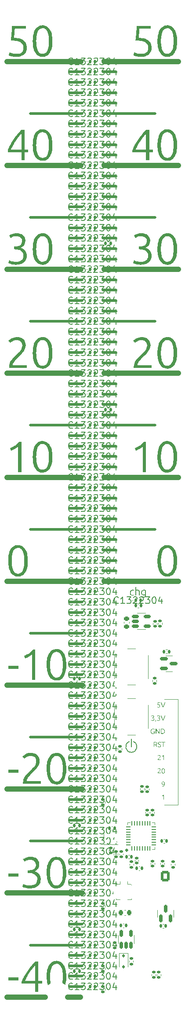
<source format=gbr>
%TF.GenerationSoftware,KiCad,Pcbnew,8.0.7-8.0.7-0~ubuntu24.04.1*%
%TF.CreationDate,2024-12-04T16:15:17+01:00*%
%TF.ProjectId,v_ggtermometer,76e46767-7465-4726-9d6f-6d657465722e,rev?*%
%TF.SameCoordinates,Original*%
%TF.FileFunction,Legend,Top*%
%TF.FilePolarity,Positive*%
%FSLAX46Y46*%
G04 Gerber Fmt 4.6, Leading zero omitted, Abs format (unit mm)*
G04 Created by KiCad (PCBNEW 8.0.7-8.0.7-0~ubuntu24.04.1) date 2024-12-04 16:15:17*
%MOMM*%
%LPD*%
G01*
G04 APERTURE LIST*
G04 Aperture macros list*
%AMRoundRect*
0 Rectangle with rounded corners*
0 $1 Rounding radius*
0 $2 $3 $4 $5 $6 $7 $8 $9 X,Y pos of 4 corners*
0 Add a 4 corners polygon primitive as box body*
4,1,4,$2,$3,$4,$5,$6,$7,$8,$9,$2,$3,0*
0 Add four circle primitives for the rounded corners*
1,1,$1+$1,$2,$3*
1,1,$1+$1,$4,$5*
1,1,$1+$1,$6,$7*
1,1,$1+$1,$8,$9*
0 Add four rect primitives between the rounded corners*
20,1,$1+$1,$2,$3,$4,$5,0*
20,1,$1+$1,$4,$5,$6,$7,0*
20,1,$1+$1,$6,$7,$8,$9,0*
20,1,$1+$1,$8,$9,$2,$3,0*%
G04 Aperture macros list end*
%ADD10C,0.500000*%
%ADD11C,1.000000*%
%ADD12C,0.200000*%
%ADD13C,0.000000*%
%ADD14C,0.250000*%
%ADD15C,0.300000*%
%ADD16C,0.150000*%
%ADD17C,0.100000*%
%ADD18C,0.120000*%
%ADD19RoundRect,0.147500X-0.147500X-0.172500X0.147500X-0.172500X0.147500X0.172500X-0.147500X0.172500X0*%
%ADD20C,2.000000*%
%ADD21RoundRect,0.147500X0.147500X0.172500X-0.147500X0.172500X-0.147500X-0.172500X0.147500X-0.172500X0*%
%ADD22RoundRect,0.140000X-0.140000X-0.170000X0.140000X-0.170000X0.140000X0.170000X-0.140000X0.170000X0*%
%ADD23RoundRect,0.135000X0.185000X-0.135000X0.185000X0.135000X-0.185000X0.135000X-0.185000X-0.135000X0*%
%ADD24C,1.000000*%
%ADD25RoundRect,0.140000X0.170000X-0.140000X0.170000X0.140000X-0.170000X0.140000X-0.170000X-0.140000X0*%
%ADD26RoundRect,0.140000X-0.170000X0.140000X-0.170000X-0.140000X0.170000X-0.140000X0.170000X0.140000X0*%
%ADD27C,5.000000*%
%ADD28R,0.900000X0.800000*%
%ADD29RoundRect,0.135000X-0.185000X0.135000X-0.185000X-0.135000X0.185000X-0.135000X0.185000X0.135000X0*%
%ADD30RoundRect,0.225000X-0.250000X0.225000X-0.250000X-0.225000X0.250000X-0.225000X0.250000X0.225000X0*%
%ADD31RoundRect,0.225000X-0.225000X-0.250000X0.225000X-0.250000X0.225000X0.250000X-0.225000X0.250000X0*%
%ADD32RoundRect,0.135000X0.135000X0.185000X-0.135000X0.185000X-0.135000X-0.185000X0.135000X-0.185000X0*%
%ADD33RoundRect,0.150000X0.150000X-0.512500X0.150000X0.512500X-0.150000X0.512500X-0.150000X-0.512500X0*%
%ADD34RoundRect,0.140000X0.140000X0.170000X-0.140000X0.170000X-0.140000X-0.170000X0.140000X-0.170000X0*%
%ADD35R,1.000000X1.000000*%
%ADD36R,1.050000X2.200000*%
%ADD37RoundRect,0.150000X-0.512500X-0.150000X0.512500X-0.150000X0.512500X0.150000X-0.512500X0.150000X0*%
%ADD38RoundRect,0.135000X-0.135000X-0.185000X0.135000X-0.185000X0.135000X0.185000X-0.135000X0.185000X0*%
%ADD39C,1.700000*%
%ADD40O,1.700000X1.700000*%
%ADD41R,1.700000X1.700000*%
%ADD42RoundRect,0.112500X-0.112500X0.187500X-0.112500X-0.187500X0.112500X-0.187500X0.112500X0.187500X0*%
%ADD43RoundRect,0.150000X-0.587500X-0.150000X0.587500X-0.150000X0.587500X0.150000X-0.587500X0.150000X0*%
%ADD44RoundRect,0.062500X0.062500X-0.375000X0.062500X0.375000X-0.062500X0.375000X-0.062500X-0.375000X0*%
%ADD45RoundRect,0.062500X0.375000X-0.062500X0.375000X0.062500X-0.375000X0.062500X-0.375000X-0.062500X0*%
%ADD46R,3.450000X3.450000*%
%ADD47RoundRect,0.150000X0.150000X-0.587500X0.150000X0.587500X-0.150000X0.587500X-0.150000X-0.587500X0*%
%ADD48RoundRect,0.250000X0.600000X0.750000X-0.600000X0.750000X-0.600000X-0.750000X0.600000X-0.750000X0*%
%ADD49O,1.700000X2.000000*%
%ADD50C,2.500000*%
%ADD51C,0.650000*%
%ADD52O,1.800000X1.000000*%
%ADD53O,2.100000X1.000000*%
G04 APERTURE END LIST*
D10*
X18840990Y146340990D02*
X21340990Y146340990D01*
X18840990Y98340990D02*
X21340990Y98340990D01*
X14840990Y110340990D02*
X12340990Y110340990D01*
X14840990Y104340990D02*
X12340990Y104340990D01*
X18840990Y100340990D02*
X21340990Y100340990D01*
X14840990Y60340990D02*
X12340990Y60340990D01*
X18840990Y158340990D02*
X21340990Y158340990D01*
X14840990Y28340990D02*
X12340990Y28340990D01*
X14840990Y90340990D02*
X12340990Y90340990D01*
D11*
X340990Y42340990D02*
X14840990Y42340990D01*
D10*
X18840990Y128340990D02*
X21340990Y128340990D01*
X18840990Y96340990D02*
X21340990Y96340990D01*
X14840990Y168340990D02*
X12340990Y168340990D01*
D11*
X340990Y122340990D02*
X14590990Y122340990D01*
D10*
X18840990Y124340990D02*
X21340990Y124340990D01*
X14840990Y74340990D02*
X12340990Y74340990D01*
X18840990Y170340990D02*
X21340990Y170340990D01*
X18840990Y160340990D02*
X21340990Y160340990D01*
X14840990Y172340990D02*
X4840990Y172340990D01*
X14840990Y64340990D02*
X12340990Y64340990D01*
X14840990Y14340990D02*
X12340990Y14340990D01*
X18840990Y180340990D02*
X21340990Y180340990D01*
X14840990Y136340990D02*
X12340990Y136340990D01*
D11*
X340990Y62340990D02*
X14840990Y62340990D01*
D10*
X14840990Y36340990D02*
X12340990Y36340990D01*
D11*
X340990Y142340990D02*
X14590990Y142340990D01*
D10*
X14840990Y78340990D02*
X12340990Y78340990D01*
X18840990Y104340990D02*
X21340990Y104340990D01*
X14840990Y150340990D02*
X12340990Y150340990D01*
X14840990Y92340990D02*
X4840990Y92340990D01*
X18840990Y86340990D02*
X21340990Y86340990D01*
X14840990Y52340990D02*
X4840990Y52340990D01*
X18840990Y138340990D02*
X21340990Y138340990D01*
X14840990Y76340990D02*
X12340990Y76340990D01*
X14840990Y72340990D02*
X4840990Y72340990D01*
X18840990Y88340990D02*
X21340990Y88340990D01*
X18840990Y172340990D02*
X28840990Y172340990D01*
X14840990Y70340990D02*
X12340990Y70340990D01*
D12*
X24290990Y50490991D02*
X24290990Y51990991D01*
D10*
X14840990Y158340990D02*
X12340990Y158340990D01*
D11*
X340990Y162340990D02*
X14590990Y162340990D01*
D10*
X18840990Y120340990D02*
X21340990Y120340990D01*
X18840990Y108340990D02*
X21340990Y108340990D01*
X14840990Y56340990D02*
X12340990Y56340990D01*
X18840990Y136340990D02*
X21340990Y136340990D01*
X14840990Y58340990D02*
X12340990Y58340990D01*
X14840990Y86340990D02*
X12340990Y86340990D01*
X14840990Y148340990D02*
X12340990Y148340990D01*
X14840990Y38340990D02*
X12340990Y38340990D01*
X18840990Y92340990D02*
X28840990Y92340990D01*
D13*
G36*
X8654253Y5945232D02*
G01*
X8675410Y5635014D01*
X8710673Y5336335D01*
X8760040Y5049197D01*
X8490990Y4790990D01*
X8201701Y4616887D01*
X8113194Y4926757D01*
X8054633Y5215131D01*
X8012043Y5524526D01*
X7985425Y5854941D01*
X7974777Y6206376D01*
X7974555Y6266992D01*
X7979994Y6566767D01*
X8000876Y6906661D01*
X8037421Y7224917D01*
X8089628Y7521535D01*
X8170331Y7840240D01*
X8197305Y7925889D01*
X8304575Y8206527D01*
X8451213Y8489131D01*
X8623495Y8731069D01*
X8847968Y8954640D01*
X9102000Y9125365D01*
X9382694Y9240215D01*
X9690049Y9299193D01*
X9872322Y9307815D01*
X10195679Y9280201D01*
X10490906Y9197357D01*
X10758002Y9059283D01*
X10996969Y8865980D01*
X11207806Y8617448D01*
X11271834Y8522330D01*
X11415796Y8260158D01*
X11535359Y7964569D01*
X11630520Y7635564D01*
X11689081Y7348300D01*
X11732026Y7039650D01*
X11759355Y6709613D01*
X11771067Y6358189D01*
X11771555Y6266992D01*
X11763747Y5912283D01*
X11740322Y5578685D01*
X11701282Y5266199D01*
X11646625Y4974825D01*
X11590990Y4690990D01*
X11290990Y4890990D01*
X10986070Y5049197D01*
X11040617Y5373039D01*
X11074116Y5673160D01*
X11093510Y5984821D01*
X11098910Y6266992D01*
X11091857Y6592598D01*
X11070700Y6905565D01*
X11035437Y7205892D01*
X10986070Y7493579D01*
X10910541Y7792846D01*
X10798342Y8084850D01*
X10640542Y8356797D01*
X10607982Y8400697D01*
X10380195Y8610555D01*
X10094705Y8723556D01*
X9872322Y8745080D01*
X9577644Y8704386D01*
X9307920Y8567171D01*
X9141059Y8400697D01*
X8975042Y8138133D01*
X8855973Y7854659D01*
X8774752Y7563068D01*
X8760040Y7493579D01*
X8705494Y7169042D01*
X8671994Y6867135D01*
X8652600Y6552589D01*
X8647200Y6266992D01*
X8654253Y5945232D01*
G37*
D10*
X14840990Y118340990D02*
X12340990Y118340990D01*
X14840990Y50340990D02*
X12340990Y50340990D01*
X14840990Y180340990D02*
X12340990Y180340990D01*
X14840990Y94340990D02*
X12340990Y94340990D01*
X18840990Y168340990D02*
X21340990Y168340990D01*
X14840990Y132340990D02*
X4840990Y132340990D01*
D11*
X340990Y2340990D02*
X7690990Y2340990D01*
D10*
X14840990Y140340990D02*
X12340990Y140340990D01*
X14840990Y40340990D02*
X12340990Y40340990D01*
X14840990Y176340990D02*
X12340990Y176340990D01*
X18840990Y134340990D02*
X21340990Y134340990D01*
X14840990Y54340990D02*
X12340990Y54340990D01*
X14840990Y116340990D02*
X12340990Y116340990D01*
X18840990Y114340990D02*
X21340990Y114340990D01*
X14840990Y48340990D02*
X12340990Y48340990D01*
X18840990Y156340990D02*
X21340990Y156340990D01*
X14840990Y46340990D02*
X12340990Y46340990D01*
X14840990Y120340990D02*
X12340990Y120340990D01*
X14840990Y152340990D02*
X4840990Y152340990D01*
X18840990Y116340990D02*
X21340990Y116340990D01*
X14840990Y34340990D02*
X12340990Y34340990D01*
X18840990Y94340990D02*
X21340990Y94340990D01*
D11*
X340990Y22340990D02*
X14840990Y22340990D01*
D10*
X14840990Y80340990D02*
X12340990Y80340990D01*
X18840990Y154340990D02*
X21340990Y154340990D01*
X14840990Y16340990D02*
X12340990Y16340990D01*
X14840990Y4340990D02*
X12340990Y4340990D01*
D11*
X33340990Y82340990D02*
X19090990Y82340990D01*
D10*
X14840990Y124340990D02*
X12340990Y124340990D01*
X14840990Y20340990D02*
X12340990Y20340990D01*
X14840990Y6340990D02*
X12340990Y6340990D01*
X18840990Y164340990D02*
X21340990Y164340990D01*
X14840990Y32340990D02*
X4840990Y32340990D01*
X14840990Y144340990D02*
X12340990Y144340990D01*
X14840990Y10340990D02*
X12340990Y10340990D01*
D13*
G36*
X2533313Y5503489D02*
G01*
X575463Y5503489D01*
X575463Y6099930D01*
X2533313Y6099930D01*
X2533313Y5503489D01*
G37*
D10*
X18840990Y112340990D02*
X28840990Y112340990D01*
X18840990Y144340990D02*
X21340990Y144340990D01*
X14840990Y66340990D02*
X12340990Y66340990D01*
D11*
X11990990Y2340990D02*
X14490990Y2340990D01*
D10*
X14840990Y108340990D02*
X12340990Y108340990D01*
X14840990Y134340990D02*
X12340990Y134340990D01*
X18840990Y148340990D02*
X21340990Y148340990D01*
X18840990Y176340990D02*
X21340990Y176340990D01*
D11*
X340990Y102340990D02*
X14590990Y102340990D01*
D10*
X18840990Y130340990D02*
X21340990Y130340990D01*
X14840990Y100340990D02*
X12340990Y100340990D01*
X14840990Y138340990D02*
X12340990Y138340990D01*
X14840990Y156340990D02*
X12340990Y156340990D01*
X14840990Y170340990D02*
X12340990Y170340990D01*
X18840990Y132340990D02*
X28840990Y132340990D01*
X14840990Y88340990D02*
X12340990Y88340990D01*
X18840990Y84340990D02*
X21340990Y84340990D01*
X18840990Y90340990D02*
X21340990Y90340990D01*
X14840990Y84340990D02*
X12340990Y84340990D01*
X14840990Y112340990D02*
X4840990Y112340990D01*
X18840990Y178340990D02*
X21340990Y178340990D01*
D11*
X33340990Y182340990D02*
X19090990Y182340990D01*
D10*
X14840990Y106340990D02*
X12340990Y106340990D01*
D11*
X340990Y82340990D02*
X14590990Y82340990D01*
D10*
X14840990Y154340990D02*
X12340990Y154340990D01*
X14840990Y130340990D02*
X12340990Y130340990D01*
X14840990Y174340990D02*
X12340990Y174340990D01*
D12*
X24690990Y51490990D02*
G75*
G02*
X23880445Y51486707I-400000J-1000000D01*
G01*
D10*
X18840990Y140340990D02*
X21340990Y140340990D01*
X18840990Y174340990D02*
X21340990Y174340990D01*
X14840990Y126340990D02*
X12340990Y126340990D01*
X14840990Y166340990D02*
X12340990Y166340990D01*
X14840990Y18340990D02*
X12340990Y18340990D01*
D11*
X340990Y182340990D02*
X14590990Y182340990D01*
X33340990Y162340990D02*
X19090990Y162340990D01*
D10*
X18840990Y166340990D02*
X21340990Y166340990D01*
X14840990Y178340990D02*
X12340990Y178340990D01*
X14840990Y8340990D02*
X12340990Y8340990D01*
X14840990Y30340990D02*
X12340990Y30340990D01*
D11*
X33340990Y142340990D02*
X19090990Y142340990D01*
D10*
X14840990Y26340990D02*
X12340990Y26340990D01*
X18840990Y152340990D02*
X28840990Y152340990D01*
X14840990Y114340990D02*
X12340990Y114340990D01*
X14840990Y128340990D02*
X12340990Y128340990D01*
X18840990Y118340990D02*
X21340990Y118340990D01*
X14840990Y98340990D02*
X12340990Y98340990D01*
X14840990Y68340990D02*
X12340990Y68340990D01*
X14840990Y12340990D02*
X4840990Y12340990D01*
X14840990Y160340990D02*
X12340990Y160340990D01*
D11*
X33340990Y102340990D02*
X19090990Y102340990D01*
D10*
X18840990Y150340990D02*
X21340990Y150340990D01*
X18840990Y126340990D02*
X21340990Y126340990D01*
X18840990Y106340990D02*
X21340990Y106340990D01*
X14840990Y164340990D02*
X12340990Y164340990D01*
X18840990Y110340990D02*
X21340990Y110340990D01*
X14840990Y24340990D02*
X12340990Y24340990D01*
X14840990Y96340990D02*
X12340990Y96340990D01*
X14840990Y146340990D02*
X12340990Y146340990D01*
D13*
G36*
X6396258Y5418492D02*
G01*
X7109936Y5418492D01*
X7109936Y4907048D01*
X6396258Y4907048D01*
X6396258Y3360990D01*
X5783697Y3360990D01*
X5783697Y4907048D01*
X3161994Y4907048D01*
X3161994Y5310048D01*
X3207592Y5418492D01*
X3792141Y5418492D01*
X5783697Y5418492D01*
X5783697Y8468108D01*
X5574732Y8236062D01*
X5381008Y8003802D01*
X5220962Y7799860D01*
X5043933Y7563011D01*
X4870053Y7319579D01*
X4699322Y7069564D01*
X4665553Y7018771D01*
X4502378Y6763719D01*
X4348076Y6507808D01*
X4202646Y6251038D01*
X4174625Y6199581D01*
X4028931Y5922156D01*
X3898129Y5654082D01*
X3792141Y5418492D01*
X3207592Y5418492D01*
X3280974Y5593015D01*
X3413781Y5870994D01*
X3553374Y6138060D01*
X3586977Y6199581D01*
X3746328Y6481923D01*
X3898095Y6737760D01*
X4059386Y6998176D01*
X4208331Y7229797D01*
X4385559Y7494587D01*
X4568467Y7755530D01*
X4757053Y8012626D01*
X4951317Y8265875D01*
X5150162Y8512164D01*
X5351021Y8746912D01*
X5553895Y8970119D01*
X5758784Y9181786D01*
X6396258Y9181786D01*
X6396258Y5418492D01*
G37*
D10*
X14840990Y44340990D02*
X12340990Y44340990D01*
D11*
X33340990Y122340990D02*
X19090990Y122340990D01*
D14*
G36*
X29379022Y45369990D02*
G01*
X29378289Y45383912D01*
X29377557Y45407848D01*
X29381444Y45461381D01*
X29393108Y45511766D01*
X29412547Y45559002D01*
X29417368Y45568071D01*
X29444240Y45612007D01*
X29474784Y45653747D01*
X29509002Y45693294D01*
X29516287Y45700940D01*
X29552789Y45738339D01*
X29588720Y45774212D01*
X29624078Y45808559D01*
X29631081Y45815245D01*
X29668246Y45850997D01*
X29704844Y45888236D01*
X29717054Y45901219D01*
X29749959Y45940989D01*
X29776316Y45982906D01*
X29779336Y45988658D01*
X29796517Y46034578D01*
X29803178Y46085329D01*
X29803272Y46092461D01*
X29798335Y46145879D01*
X29781498Y46192629D01*
X29752714Y46226794D01*
X29707440Y46253045D01*
X29657849Y46265399D01*
X29625463Y46267339D01*
X29574873Y46263475D01*
X29525324Y46249753D01*
X29479991Y46227611D01*
X29455226Y46210674D01*
X29417922Y46178898D01*
X29415414Y46176480D01*
X29360948Y46247799D01*
X29397364Y46280393D01*
X29411995Y46291763D01*
X29455191Y46319036D01*
X29502120Y46340123D01*
X29552657Y46354482D01*
X29604355Y46360615D01*
X29625463Y46361128D01*
X29676995Y46358664D01*
X29730777Y46349559D01*
X29777733Y46333746D01*
X29823040Y46307459D01*
X29842351Y46291030D01*
X29874194Y46252776D01*
X29896939Y46207866D01*
X29910586Y46156300D01*
X29915064Y46105720D01*
X29915135Y46098078D01*
X29911152Y46049251D01*
X29897723Y45998750D01*
X29881430Y45962768D01*
X29856001Y45920613D01*
X29825723Y45879785D01*
X29793991Y45843822D01*
X29759906Y45808478D01*
X29724820Y45773277D01*
X29688732Y45738220D01*
X29681395Y45731226D01*
X29645280Y45695338D01*
X29609569Y45658321D01*
X29593223Y45640856D01*
X29560560Y45602996D01*
X29531335Y45562764D01*
X29522393Y45548532D01*
X29502059Y45503958D01*
X29495282Y45461093D01*
X29947375Y45461093D01*
X29947375Y45369990D01*
X29379022Y45369990D01*
G37*
G36*
X30507828Y46356526D02*
G01*
X30557032Y46342718D01*
X30601548Y46319706D01*
X30641376Y46287489D01*
X30676515Y46246067D01*
X30687187Y46230214D01*
X30711181Y46186518D01*
X30731108Y46137254D01*
X30746968Y46082419D01*
X30756728Y46034542D01*
X30763885Y45983100D01*
X30768440Y45928094D01*
X30770392Y45869524D01*
X30770474Y45854324D01*
X30769172Y45795206D01*
X30765268Y45739606D01*
X30758761Y45687525D01*
X30749652Y45638963D01*
X30734605Y45583208D01*
X30715491Y45532951D01*
X30692311Y45488192D01*
X30687187Y45479900D01*
X30653610Y45435409D01*
X30615345Y45400124D01*
X30572392Y45374043D01*
X30524750Y45357168D01*
X30472420Y45349497D01*
X30453935Y45348986D01*
X30400298Y45353642D01*
X30351221Y45367610D01*
X30306704Y45390891D01*
X30283942Y45407848D01*
X30246826Y45445209D01*
X30218181Y45485555D01*
X30193627Y45532617D01*
X30175498Y45579307D01*
X30160747Y45630952D01*
X30150987Y45679014D01*
X30143888Y45730580D01*
X30139452Y45785649D01*
X30137677Y45844221D01*
X30137640Y45854324D01*
X30249748Y45854324D01*
X30250923Y45800697D01*
X30254449Y45748994D01*
X30260327Y45699215D01*
X30268555Y45651358D01*
X30281181Y45601480D01*
X30300015Y45552813D01*
X30326572Y45507489D01*
X30332058Y45500172D01*
X30370263Y45465196D01*
X30417466Y45446362D01*
X30453935Y45442775D01*
X30503796Y45449557D01*
X30548973Y45472426D01*
X30576545Y45500172D01*
X30603936Y45543933D01*
X30623628Y45591178D01*
X30637109Y45639777D01*
X30639559Y45651358D01*
X30648651Y45705332D01*
X30654234Y45755352D01*
X30657466Y45807296D01*
X30658366Y45854324D01*
X30657191Y45908592D01*
X30653664Y45960753D01*
X30647787Y46010807D01*
X30639559Y46058755D01*
X30626971Y46108633D01*
X30608271Y46157300D01*
X30581972Y46202625D01*
X30576545Y46209942D01*
X30538580Y46244918D01*
X30490999Y46263751D01*
X30453935Y46267339D01*
X30404822Y46260556D01*
X30359868Y46237687D01*
X30332058Y46209942D01*
X30304388Y46166181D01*
X30284543Y46118935D01*
X30271006Y46070337D01*
X30268555Y46058755D01*
X30259463Y46004666D01*
X30253880Y45954348D01*
X30250648Y45901924D01*
X30249748Y45854324D01*
X30137640Y45854324D01*
X30138547Y45904287D01*
X30142027Y45960936D01*
X30148118Y46013978D01*
X30156819Y46063415D01*
X30170270Y46116532D01*
X30174765Y46130807D01*
X30192644Y46177580D01*
X30217083Y46224681D01*
X30245797Y46265004D01*
X30283209Y46302265D01*
X30325548Y46330720D01*
X30372330Y46349861D01*
X30423556Y46359691D01*
X30453935Y46361128D01*
X30507828Y46356526D01*
G37*
G36*
X29504807Y58048986D02*
G01*
X29455172Y58050856D01*
X29406143Y58057009D01*
X29396852Y58058755D01*
X29349017Y58069894D01*
X29313565Y58080981D01*
X29268238Y58099388D01*
X29265449Y58100765D01*
X29290606Y58191868D01*
X29338630Y58173029D01*
X29368275Y58163047D01*
X29418610Y58150870D01*
X29470582Y58145140D01*
X29503342Y58144240D01*
X29556369Y58146769D01*
X29605663Y58155390D01*
X29645491Y58170130D01*
X29686907Y58198534D01*
X29716888Y58237941D01*
X29718275Y58240716D01*
X29734579Y58288038D01*
X29739992Y58336728D01*
X29740013Y58340123D01*
X29735170Y58391758D01*
X29718994Y58441028D01*
X29705575Y58464687D01*
X29669005Y58502966D01*
X29624334Y58529121D01*
X29583942Y58544554D01*
X29535612Y58556843D01*
X29485761Y58564715D01*
X29428850Y58569899D01*
X29374450Y58572203D01*
X29335303Y58572642D01*
X29341302Y58623762D01*
X29346477Y58672339D01*
X29349469Y58703312D01*
X29354104Y58755618D01*
X29358178Y58805680D01*
X29359238Y58819572D01*
X29362809Y58871335D01*
X29365736Y58922669D01*
X29366077Y58929481D01*
X29368503Y58981040D01*
X29370285Y59033136D01*
X29370474Y59040123D01*
X29816950Y59040123D01*
X29816950Y58949265D01*
X29460111Y58949265D01*
X29457374Y58899915D01*
X29456447Y58883319D01*
X29453337Y58833040D01*
X29450830Y58801498D01*
X29446683Y58752463D01*
X29443746Y58720898D01*
X29439030Y58672171D01*
X29437640Y58659348D01*
X29489397Y58656708D01*
X29549048Y58649929D01*
X29603094Y58639286D01*
X29651535Y58624780D01*
X29702265Y58602271D01*
X29744923Y58574198D01*
X29751248Y58568979D01*
X29789982Y58529283D01*
X29819202Y58484141D01*
X29838909Y58433553D01*
X29849102Y58377519D01*
X29850655Y58343054D01*
X29847030Y58292937D01*
X29834667Y58241223D01*
X29813530Y58193089D01*
X29783274Y58150288D01*
X29743551Y58114241D01*
X29699225Y58087332D01*
X29652741Y58068795D01*
X29599842Y58056325D01*
X29547437Y58050334D01*
X29504807Y58048986D01*
G37*
G36*
X30354284Y58069990D02*
G01*
X30332058Y58119694D01*
X30310076Y58169397D01*
X30288338Y58219101D01*
X30266845Y58268804D01*
X30245382Y58319332D01*
X30226452Y58364896D01*
X30207381Y58411722D01*
X30188171Y58459811D01*
X30179894Y58480807D01*
X30160356Y58531308D01*
X30140211Y58584077D01*
X30122459Y58631112D01*
X30104261Y58679812D01*
X30085617Y58730179D01*
X30066345Y58782675D01*
X30046267Y58837764D01*
X30028918Y58885653D01*
X30011009Y58935342D01*
X29992539Y58986832D01*
X29973509Y59040123D01*
X30095386Y59040123D01*
X30113019Y58988517D01*
X30130442Y58937775D01*
X30147654Y58887898D01*
X30164656Y58838886D01*
X30174277Y58811268D01*
X30191090Y58763521D01*
X30207763Y58716453D01*
X30224296Y58670062D01*
X30243018Y58617874D01*
X30249992Y58598532D01*
X30268677Y58547333D01*
X30287606Y58496561D01*
X30306779Y58446216D01*
X30326196Y58396299D01*
X30346025Y58346672D01*
X30366191Y58297197D01*
X30386692Y58247876D01*
X30407529Y58198706D01*
X30428305Y58247189D01*
X30448623Y58295915D01*
X30468483Y58344886D01*
X30487885Y58394101D01*
X30507134Y58443743D01*
X30526292Y58493996D01*
X30545358Y58544860D01*
X30564333Y58596334D01*
X30583292Y58648556D01*
X30599932Y58694977D01*
X30616618Y58742075D01*
X30633351Y58789852D01*
X30640536Y58810535D01*
X30657455Y58859338D01*
X30674443Y58908936D01*
X30691502Y58959329D01*
X30708631Y59010516D01*
X30718450Y59040123D01*
X30834465Y59040123D01*
X30815922Y58986832D01*
X30797843Y58935342D01*
X30780230Y58885653D01*
X30763081Y58837764D01*
X30746398Y58791676D01*
X30726992Y58738748D01*
X30723823Y58730179D01*
X30705170Y58679812D01*
X30686946Y58631112D01*
X30669152Y58584077D01*
X30648934Y58531308D01*
X30629301Y58480807D01*
X30610126Y58432177D01*
X30591067Y58384810D01*
X30572125Y58338705D01*
X30550620Y58287559D01*
X30542595Y58268804D01*
X30521193Y58219101D01*
X30499486Y58169397D01*
X30477474Y58119694D01*
X30455156Y58069990D01*
X30354284Y58069990D01*
G37*
D15*
G36*
X3719461Y165418492D02*
G01*
X4433139Y165418492D01*
X4433139Y164907048D01*
X3719461Y164907048D01*
X3719461Y163360990D01*
X3106900Y163360990D01*
X3106900Y164907048D01*
X485197Y164907048D01*
X485197Y165310048D01*
X530795Y165418492D01*
X1115344Y165418492D01*
X3106900Y165418492D01*
X3106900Y168468108D01*
X2897935Y168236062D01*
X2704211Y168003802D01*
X2544165Y167799860D01*
X2367136Y167563011D01*
X2193256Y167319579D01*
X2022525Y167069564D01*
X1988756Y167018771D01*
X1825581Y166763719D01*
X1671279Y166507808D01*
X1525849Y166251038D01*
X1497828Y166199581D01*
X1352134Y165922156D01*
X1221332Y165654082D01*
X1115344Y165418492D01*
X530795Y165418492D01*
X604177Y165593015D01*
X736984Y165870994D01*
X876578Y166138060D01*
X910180Y166199581D01*
X1069531Y166481923D01*
X1221298Y166737760D01*
X1382590Y166998176D01*
X1531534Y167229797D01*
X1708763Y167494587D01*
X1891670Y167755530D01*
X2080256Y168012626D01*
X2274521Y168265875D01*
X2473365Y168512164D01*
X2674224Y168746912D01*
X2877098Y168970119D01*
X3081987Y169181786D01*
X3719461Y169181786D01*
X3719461Y165418492D01*
G37*
G36*
X7518882Y169280201D02*
G01*
X7814109Y169197357D01*
X8081205Y169059283D01*
X8320172Y168865980D01*
X8531009Y168617448D01*
X8595037Y168522330D01*
X8739000Y168260158D01*
X8858562Y167964569D01*
X8953723Y167635564D01*
X9012284Y167348300D01*
X9055229Y167039650D01*
X9082558Y166709613D01*
X9094270Y166358189D01*
X9094758Y166266992D01*
X9086950Y165912283D01*
X9063525Y165578685D01*
X9024485Y165266199D01*
X8969828Y164974825D01*
X8879546Y164640296D01*
X8764864Y164338754D01*
X8625781Y164070199D01*
X8595037Y164020446D01*
X8393577Y163753504D01*
X8163986Y163541791D01*
X7906266Y163385308D01*
X7620416Y163284054D01*
X7306436Y163238029D01*
X7195525Y163234961D01*
X6873706Y163262898D01*
X6579243Y163346708D01*
X6312138Y163486392D01*
X6175567Y163588136D01*
X5952872Y163812300D01*
X5781002Y164054375D01*
X5633677Y164336750D01*
X5524904Y164616887D01*
X5436397Y164926757D01*
X5377836Y165215131D01*
X5335246Y165524526D01*
X5308628Y165854941D01*
X5297980Y166206376D01*
X5297759Y166266992D01*
X5970403Y166266992D01*
X5977456Y165945232D01*
X5998613Y165635014D01*
X6033876Y165336335D01*
X6083244Y165049197D01*
X6159004Y164749930D01*
X6272004Y164457927D01*
X6431347Y164185980D01*
X6464262Y164142079D01*
X6693492Y163932221D01*
X6976714Y163819221D01*
X7195525Y163797697D01*
X7494690Y163838390D01*
X7765754Y163975605D01*
X7931185Y164142079D01*
X8095534Y164404644D01*
X8213686Y164688118D01*
X8294572Y164979708D01*
X8309273Y165049197D01*
X8363820Y165373039D01*
X8397319Y165673160D01*
X8416713Y165984821D01*
X8422113Y166266992D01*
X8415061Y166592598D01*
X8393903Y166905565D01*
X8358640Y167205892D01*
X8309273Y167493579D01*
X8233745Y167792846D01*
X8121545Y168084850D01*
X7963746Y168356797D01*
X7931185Y168400697D01*
X7703398Y168610555D01*
X7417909Y168723556D01*
X7195525Y168745080D01*
X6900847Y168704386D01*
X6631123Y168567171D01*
X6464262Y168400697D01*
X6298245Y168138133D01*
X6179177Y167854659D01*
X6097955Y167563068D01*
X6083244Y167493579D01*
X6028697Y167169042D01*
X5995197Y166867135D01*
X5975803Y166552589D01*
X5970403Y166266992D01*
X5297759Y166266992D01*
X5303197Y166566767D01*
X5324079Y166906661D01*
X5360624Y167224917D01*
X5412831Y167521535D01*
X5493534Y167840240D01*
X5520508Y167925889D01*
X5627778Y168206527D01*
X5774416Y168489131D01*
X5946698Y168731069D01*
X6171171Y168954640D01*
X6425203Y169125365D01*
X6705897Y169240215D01*
X7013252Y169299193D01*
X7195525Y169307815D01*
X7518882Y169280201D01*
G37*
D14*
G36*
X24534029Y79572910D02*
G01*
X24451483Y79577306D01*
X24376034Y79590495D01*
X24299640Y79615843D01*
X24246433Y79643251D01*
X24185981Y79687369D01*
X24134454Y79740586D01*
X24091854Y79802902D01*
X24072044Y79841455D01*
X24043708Y79916741D01*
X24026305Y79988967D01*
X24016230Y80066184D01*
X24013425Y80137843D01*
X24017226Y80220207D01*
X24028630Y80297303D01*
X24047635Y80369134D01*
X24074242Y80435697D01*
X24112682Y80503420D01*
X24159585Y80562334D01*
X24214949Y80612437D01*
X24249364Y80636465D01*
X24317258Y80671531D01*
X24391933Y80695121D01*
X24473389Y80707234D01*
X24521573Y80709005D01*
X24595293Y80706200D01*
X24670700Y80696970D01*
X24685337Y80694351D01*
X24758348Y80676402D01*
X24806970Y80656615D01*
X24767037Y80524358D01*
X24695070Y80549751D01*
X24672515Y80555499D01*
X24598419Y80566205D01*
X24534029Y80568321D01*
X24452032Y80561223D01*
X24380431Y80539928D01*
X24312305Y80499002D01*
X24268415Y80454748D01*
X24228504Y80392489D01*
X24199996Y80318919D01*
X24184406Y80245266D01*
X24177547Y80162952D01*
X24177190Y80137843D01*
X24180875Y80062044D01*
X24193442Y79985526D01*
X24214926Y79916193D01*
X24249719Y79850402D01*
X24302063Y79792500D01*
X24336559Y79767083D01*
X24407382Y79734488D01*
X24485699Y79717825D01*
X24559308Y79713593D01*
X24636062Y79718265D01*
X24702923Y79732278D01*
X24772976Y79756395D01*
X24794514Y79765984D01*
X24826021Y79631528D01*
X24755464Y79605066D01*
X24704022Y79591960D01*
X24631273Y79578937D01*
X24555999Y79573207D01*
X24534029Y79572910D01*
G37*
G36*
X25052068Y79595990D02*
G01*
X25052068Y81198468D01*
X25209605Y81225579D01*
X25209605Y80656615D01*
X25280638Y80679219D01*
X25338931Y80692152D01*
X25414666Y80702225D01*
X25472288Y80704609D01*
X25553529Y80700670D01*
X25633321Y80686824D01*
X25707567Y80659748D01*
X25739001Y80641594D01*
X25797405Y80592636D01*
X25842648Y80531902D01*
X25872358Y80466472D01*
X25892837Y80392598D01*
X25904783Y80319994D01*
X25910586Y80241593D01*
X25911192Y80204888D01*
X25911192Y79595990D01*
X25753656Y79595990D01*
X25753656Y80160924D01*
X25751482Y80239959D01*
X25743969Y80316423D01*
X25727869Y80392407D01*
X25726178Y80397962D01*
X25695163Y80465963D01*
X25641857Y80521009D01*
X25633855Y80526189D01*
X25561469Y80554853D01*
X25486868Y80565148D01*
X25451405Y80566123D01*
X25377667Y80560309D01*
X25355418Y80556598D01*
X25282208Y80541392D01*
X25264193Y80536814D01*
X25209605Y80519961D01*
X25209605Y79595990D01*
X25052068Y79595990D01*
G37*
G36*
X26785298Y80703044D02*
G01*
X26863122Y80697634D01*
X26936992Y80687221D01*
X26949102Y80684825D01*
X27021050Y80668872D01*
X27093831Y80649569D01*
X27105540Y80645990D01*
X27105540Y79661203D01*
X27102436Y79587771D01*
X27090518Y79508602D01*
X27065316Y79428578D01*
X27027947Y79361842D01*
X26978411Y79308395D01*
X26916659Y79266568D01*
X26842320Y79235014D01*
X26768582Y79216145D01*
X26685596Y79204824D01*
X26609377Y79201155D01*
X26593363Y79201050D01*
X26518212Y79203420D01*
X26441450Y79211336D01*
X26402120Y79217903D01*
X26329702Y79233420D01*
X26258788Y79253043D01*
X26250812Y79255638D01*
X26282319Y79394490D01*
X26352219Y79371744D01*
X26421171Y79355656D01*
X26497276Y79343384D01*
X26574924Y79337984D01*
X26597393Y79337704D01*
X26671438Y79340781D01*
X26747825Y79352596D01*
X26801091Y79369211D01*
X26864890Y79407041D01*
X26913067Y79465670D01*
X26915397Y79469961D01*
X26940692Y79539034D01*
X26951099Y79611746D01*
X26952400Y79652777D01*
X26952400Y79722020D01*
X26884737Y79685132D01*
X26851649Y79670362D01*
X26775899Y79648536D01*
X26702663Y79640697D01*
X26668834Y79639954D01*
X26590638Y79645178D01*
X26515877Y79660848D01*
X26444550Y79686966D01*
X26430697Y79693443D01*
X26366068Y79733114D01*
X26310026Y79784805D01*
X26262570Y79848519D01*
X26254109Y79862704D01*
X26222231Y79933270D01*
X26202654Y80005484D01*
X26191319Y80086628D01*
X26188238Y80163122D01*
X26351929Y80163122D01*
X26356403Y80084314D01*
X26371229Y80010263D01*
X26379040Y79986535D01*
X26411188Y79919948D01*
X26452679Y79866734D01*
X26511500Y79820828D01*
X26556360Y79799689D01*
X26629862Y79781743D01*
X26675062Y79778806D01*
X26753200Y79784280D01*
X26826187Y79800702D01*
X26835529Y79803719D01*
X26905116Y79832956D01*
X26950201Y79862704D01*
X26950201Y80539012D01*
X26878553Y80555019D01*
X26861908Y80557697D01*
X26786585Y80564510D01*
X26708767Y80566123D01*
X26634877Y80560149D01*
X26563256Y80540005D01*
X26515693Y80515565D01*
X26457029Y80467951D01*
X26410820Y80406673D01*
X26393694Y80373782D01*
X26368243Y80301396D01*
X26355232Y80228073D01*
X26351929Y80163122D01*
X26188238Y80163122D01*
X26188164Y80164954D01*
X26192033Y80240677D01*
X26205638Y80320775D01*
X26229038Y80395482D01*
X26250079Y80442292D01*
X26289225Y80506653D01*
X26337006Y80562900D01*
X26393424Y80611033D01*
X26428499Y80634267D01*
X26497597Y80668270D01*
X26573824Y80691145D01*
X26647566Y80702136D01*
X26706569Y80704609D01*
X26785298Y80703044D01*
G37*
D15*
G36*
X26504040Y103360990D02*
G01*
X26504040Y108258548D01*
X26271307Y108059612D01*
X26168450Y107988904D01*
X25909356Y107832695D01*
X25689245Y107716329D01*
X25412091Y107590987D01*
X25167543Y107502372D01*
X24982895Y107988904D01*
X25258810Y108096529D01*
X25547437Y108234603D01*
X25817172Y108392139D01*
X25894409Y108443196D01*
X26147029Y108634335D01*
X26370961Y108837195D01*
X26591646Y109069266D01*
X26688687Y109181786D01*
X27134186Y109181786D01*
X27134186Y103360990D01*
X26504040Y103360990D01*
G37*
G36*
X31546168Y109280201D02*
G01*
X31841395Y109197357D01*
X32108491Y109059283D01*
X32347458Y108865980D01*
X32558295Y108617448D01*
X32622323Y108522330D01*
X32766286Y108260158D01*
X32885848Y107964569D01*
X32981009Y107635564D01*
X33039570Y107348300D01*
X33082515Y107039650D01*
X33109844Y106709613D01*
X33121556Y106358189D01*
X33122044Y106266992D01*
X33114236Y105912283D01*
X33090811Y105578685D01*
X33051771Y105266199D01*
X32997114Y104974825D01*
X32906832Y104640296D01*
X32792150Y104338754D01*
X32653067Y104070199D01*
X32622323Y104020446D01*
X32420863Y103753504D01*
X32191272Y103541791D01*
X31933552Y103385308D01*
X31647702Y103284054D01*
X31333722Y103238029D01*
X31222811Y103234961D01*
X30900992Y103262898D01*
X30606529Y103346708D01*
X30339424Y103486392D01*
X30202853Y103588136D01*
X29980158Y103812300D01*
X29808288Y104054375D01*
X29660963Y104336750D01*
X29552190Y104616887D01*
X29463683Y104926757D01*
X29405122Y105215131D01*
X29362532Y105524526D01*
X29335914Y105854941D01*
X29325266Y106206376D01*
X29325045Y106266992D01*
X29997689Y106266992D01*
X30004742Y105945232D01*
X30025899Y105635014D01*
X30061162Y105336335D01*
X30110530Y105049197D01*
X30186290Y104749930D01*
X30299290Y104457927D01*
X30458633Y104185980D01*
X30491548Y104142079D01*
X30720778Y103932221D01*
X31004000Y103819221D01*
X31222811Y103797697D01*
X31521976Y103838390D01*
X31793040Y103975605D01*
X31958471Y104142079D01*
X32122820Y104404644D01*
X32240972Y104688118D01*
X32321858Y104979708D01*
X32336559Y105049197D01*
X32391106Y105373039D01*
X32424605Y105673160D01*
X32443999Y105984821D01*
X32449399Y106266992D01*
X32442347Y106592598D01*
X32421189Y106905565D01*
X32385926Y107205892D01*
X32336559Y107493579D01*
X32261031Y107792846D01*
X32148831Y108084850D01*
X31991032Y108356797D01*
X31958471Y108400697D01*
X31730684Y108610555D01*
X31445195Y108723556D01*
X31222811Y108745080D01*
X30928133Y108704386D01*
X30658409Y108567171D01*
X30491548Y108400697D01*
X30325531Y108138133D01*
X30206463Y107854659D01*
X30125241Y107563068D01*
X30110530Y107493579D01*
X30055983Y107169042D01*
X30022483Y106867135D01*
X30003089Y106552589D01*
X29997689Y106266992D01*
X29325045Y106266992D01*
X29330483Y106566767D01*
X29351365Y106906661D01*
X29387910Y107224917D01*
X29440117Y107521535D01*
X29520820Y107840240D01*
X29547794Y107925889D01*
X29655064Y108206527D01*
X29801702Y108489131D01*
X29973984Y108731069D01*
X30198457Y108954640D01*
X30452489Y109125365D01*
X30733183Y109240215D01*
X31040538Y109299193D01*
X31222811Y109307815D01*
X31546168Y109280201D01*
G37*
G36*
X2040047Y143234961D02*
G01*
X1742239Y143246181D01*
X1448060Y143283104D01*
X1392315Y143293579D01*
X1106548Y143360411D01*
X896991Y143426936D01*
X622304Y143540194D01*
X611227Y143545638D01*
X770962Y144099581D01*
X1055911Y143979801D01*
X1229650Y143919330D01*
X1530074Y143846270D01*
X1822061Y143813542D01*
X2056167Y143806489D01*
X2357846Y143820371D01*
X2669988Y143873677D01*
X2888547Y143948639D01*
X3150054Y144109682D01*
X3345234Y144339667D01*
X3354562Y144356036D01*
X3464472Y144645097D01*
X3500536Y144937095D01*
X3501108Y144981786D01*
X3473229Y145281297D01*
X3368393Y145573648D01*
X3265170Y145720376D01*
X3031675Y145925460D01*
X2764125Y146060640D01*
X2648212Y146098464D01*
X2352144Y146165440D01*
X2035468Y146201504D01*
X1812902Y146208374D01*
X1686872Y146208374D01*
X1686872Y146721284D01*
X1922811Y146721284D01*
X2218100Y146743265D01*
X2517786Y146809211D01*
X2796590Y146931943D01*
X3026300Y147124284D01*
X3174613Y147379416D01*
X3229701Y147668770D01*
X3232929Y147770551D01*
X3199442Y148076408D01*
X3080522Y148342079D01*
X2867181Y148551151D01*
X2681918Y148648360D01*
X2388924Y148726567D01*
X2141164Y148745080D01*
X1838364Y148727357D01*
X1547608Y148661881D01*
X1443606Y148619051D01*
X1179824Y148480050D01*
X1015693Y148375785D01*
X754842Y148862316D01*
X1016821Y149014764D01*
X1295595Y149148081D01*
X1585618Y149245419D01*
X1889852Y149295180D01*
X2166077Y149307815D01*
X2484303Y149292514D01*
X2797372Y149239620D01*
X3092492Y149137799D01*
X3140606Y149114375D01*
X3396969Y148949992D01*
X3613301Y148725864D01*
X3703341Y148585345D01*
X3822893Y148295990D01*
X3879153Y147999270D01*
X3887989Y147813049D01*
X3856646Y147497260D01*
X3762618Y147218875D01*
X3622741Y146998255D01*
X3404090Y146778230D01*
X3143811Y146610550D01*
X2947165Y146527843D01*
X3231019Y146426349D01*
X3500061Y146278487D01*
X3534814Y146255268D01*
X3757809Y146064890D01*
X3942096Y145824584D01*
X3987640Y145746755D01*
X4102448Y145463725D01*
X4156475Y145160822D01*
X4164960Y144965666D01*
X4142349Y144669827D01*
X4065243Y144365561D01*
X3933418Y144083461D01*
X3746841Y143832184D01*
X3503467Y143620388D01*
X3232929Y143462107D01*
X2948385Y143352305D01*
X2661979Y143284871D01*
X2344067Y143245830D01*
X2040047Y143234961D01*
G37*
G36*
X7518882Y149280201D02*
G01*
X7814109Y149197357D01*
X8081205Y149059283D01*
X8320172Y148865980D01*
X8531009Y148617448D01*
X8595037Y148522330D01*
X8739000Y148260158D01*
X8858562Y147964569D01*
X8953723Y147635564D01*
X9012284Y147348300D01*
X9055229Y147039650D01*
X9082558Y146709613D01*
X9094270Y146358189D01*
X9094758Y146266992D01*
X9086950Y145912283D01*
X9063525Y145578685D01*
X9024485Y145266199D01*
X8969828Y144974825D01*
X8879546Y144640296D01*
X8764864Y144338754D01*
X8625781Y144070199D01*
X8595037Y144020446D01*
X8393577Y143753504D01*
X8163986Y143541791D01*
X7906266Y143385308D01*
X7620416Y143284054D01*
X7306436Y143238029D01*
X7195525Y143234961D01*
X6873706Y143262898D01*
X6579243Y143346708D01*
X6312138Y143486392D01*
X6175567Y143588136D01*
X5952872Y143812300D01*
X5781002Y144054375D01*
X5633677Y144336750D01*
X5524904Y144616887D01*
X5436397Y144926757D01*
X5377836Y145215131D01*
X5335246Y145524526D01*
X5308628Y145854941D01*
X5297980Y146206376D01*
X5297759Y146266992D01*
X5970403Y146266992D01*
X5977456Y145945232D01*
X5998613Y145635014D01*
X6033876Y145336335D01*
X6083244Y145049197D01*
X6159004Y144749930D01*
X6272004Y144457927D01*
X6431347Y144185980D01*
X6464262Y144142079D01*
X6693492Y143932221D01*
X6976714Y143819221D01*
X7195525Y143797697D01*
X7494690Y143838390D01*
X7765754Y143975605D01*
X7931185Y144142079D01*
X8095534Y144404644D01*
X8213686Y144688118D01*
X8294572Y144979708D01*
X8309273Y145049197D01*
X8363820Y145373039D01*
X8397319Y145673160D01*
X8416713Y145984821D01*
X8422113Y146266992D01*
X8415061Y146592598D01*
X8393903Y146905565D01*
X8358640Y147205892D01*
X8309273Y147493579D01*
X8233745Y147792846D01*
X8121545Y148084850D01*
X7963746Y148356797D01*
X7931185Y148400697D01*
X7703398Y148610555D01*
X7417909Y148723556D01*
X7195525Y148745080D01*
X6900847Y148704386D01*
X6631123Y148567171D01*
X6464262Y148400697D01*
X6298245Y148138133D01*
X6179177Y147854659D01*
X6097955Y147563068D01*
X6083244Y147493579D01*
X6028697Y147169042D01*
X5995197Y146867135D01*
X5975803Y146552589D01*
X5970403Y146266992D01*
X5297759Y146266992D01*
X5303197Y146566767D01*
X5324079Y146906661D01*
X5360624Y147224917D01*
X5412831Y147521535D01*
X5493534Y147840240D01*
X5520508Y147925889D01*
X5627778Y148206527D01*
X5774416Y148489131D01*
X5946698Y148731069D01*
X6171171Y148954640D01*
X6425203Y149125365D01*
X6705897Y149240215D01*
X7013252Y149299193D01*
X7195525Y149307815D01*
X7518882Y149280201D01*
G37*
G36*
X26067333Y143234961D02*
G01*
X25769525Y143246181D01*
X25475346Y143283104D01*
X25419601Y143293579D01*
X25133834Y143360411D01*
X24924277Y143426936D01*
X24649590Y143540194D01*
X24638513Y143545638D01*
X24798248Y144099581D01*
X25083197Y143979801D01*
X25256936Y143919330D01*
X25557360Y143846270D01*
X25849347Y143813542D01*
X26083453Y143806489D01*
X26385132Y143820371D01*
X26697274Y143873677D01*
X26915833Y143948639D01*
X27177340Y144109682D01*
X27372520Y144339667D01*
X27381848Y144356036D01*
X27491758Y144645097D01*
X27527822Y144937095D01*
X27528394Y144981786D01*
X27500515Y145281297D01*
X27395679Y145573648D01*
X27292456Y145720376D01*
X27058961Y145925460D01*
X26791411Y146060640D01*
X26675498Y146098464D01*
X26379430Y146165440D01*
X26062754Y146201504D01*
X25840188Y146208374D01*
X25714158Y146208374D01*
X25714158Y146721284D01*
X25950097Y146721284D01*
X26245386Y146743265D01*
X26545072Y146809211D01*
X26823876Y146931943D01*
X27053586Y147124284D01*
X27201899Y147379416D01*
X27256987Y147668770D01*
X27260215Y147770551D01*
X27226728Y148076408D01*
X27107808Y148342079D01*
X26894467Y148551151D01*
X26709204Y148648360D01*
X26416210Y148726567D01*
X26168450Y148745080D01*
X25865650Y148727357D01*
X25574894Y148661881D01*
X25470892Y148619051D01*
X25207110Y148480050D01*
X25042979Y148375785D01*
X24782128Y148862316D01*
X25044107Y149014764D01*
X25322881Y149148081D01*
X25612904Y149245419D01*
X25917138Y149295180D01*
X26193363Y149307815D01*
X26511589Y149292514D01*
X26824658Y149239620D01*
X27119778Y149137799D01*
X27167892Y149114375D01*
X27424255Y148949992D01*
X27640587Y148725864D01*
X27730627Y148585345D01*
X27850179Y148295990D01*
X27906439Y147999270D01*
X27915275Y147813049D01*
X27883932Y147497260D01*
X27789904Y147218875D01*
X27650027Y146998255D01*
X27431376Y146778230D01*
X27171097Y146610550D01*
X26974451Y146527843D01*
X27258305Y146426349D01*
X27527347Y146278487D01*
X27562100Y146255268D01*
X27785095Y146064890D01*
X27969382Y145824584D01*
X28014926Y145746755D01*
X28129734Y145463725D01*
X28183761Y145160822D01*
X28192246Y144965666D01*
X28169635Y144669827D01*
X28092529Y144365561D01*
X27960704Y144083461D01*
X27774127Y143832184D01*
X27530753Y143620388D01*
X27260215Y143462107D01*
X26975671Y143352305D01*
X26689265Y143284871D01*
X26371353Y143245830D01*
X26067333Y143234961D01*
G37*
G36*
X31546168Y149280201D02*
G01*
X31841395Y149197357D01*
X32108491Y149059283D01*
X32347458Y148865980D01*
X32558295Y148617448D01*
X32622323Y148522330D01*
X32766286Y148260158D01*
X32885848Y147964569D01*
X32981009Y147635564D01*
X33039570Y147348300D01*
X33082515Y147039650D01*
X33109844Y146709613D01*
X33121556Y146358189D01*
X33122044Y146266992D01*
X33114236Y145912283D01*
X33090811Y145578685D01*
X33051771Y145266199D01*
X32997114Y144974825D01*
X32906832Y144640296D01*
X32792150Y144338754D01*
X32653067Y144070199D01*
X32622323Y144020446D01*
X32420863Y143753504D01*
X32191272Y143541791D01*
X31933552Y143385308D01*
X31647702Y143284054D01*
X31333722Y143238029D01*
X31222811Y143234961D01*
X30900992Y143262898D01*
X30606529Y143346708D01*
X30339424Y143486392D01*
X30202853Y143588136D01*
X29980158Y143812300D01*
X29808288Y144054375D01*
X29660963Y144336750D01*
X29552190Y144616887D01*
X29463683Y144926757D01*
X29405122Y145215131D01*
X29362532Y145524526D01*
X29335914Y145854941D01*
X29325266Y146206376D01*
X29325045Y146266992D01*
X29997689Y146266992D01*
X30004742Y145945232D01*
X30025899Y145635014D01*
X30061162Y145336335D01*
X30110530Y145049197D01*
X30186290Y144749930D01*
X30299290Y144457927D01*
X30458633Y144185980D01*
X30491548Y144142079D01*
X30720778Y143932221D01*
X31004000Y143819221D01*
X31222811Y143797697D01*
X31521976Y143838390D01*
X31793040Y143975605D01*
X31958471Y144142079D01*
X32122820Y144404644D01*
X32240972Y144688118D01*
X32321858Y144979708D01*
X32336559Y145049197D01*
X32391106Y145373039D01*
X32424605Y145673160D01*
X32443999Y145984821D01*
X32449399Y146266992D01*
X32442347Y146592598D01*
X32421189Y146905565D01*
X32385926Y147205892D01*
X32336559Y147493579D01*
X32261031Y147792846D01*
X32148831Y148084850D01*
X31991032Y148356797D01*
X31958471Y148400697D01*
X31730684Y148610555D01*
X31445195Y148723556D01*
X31222811Y148745080D01*
X30928133Y148704386D01*
X30658409Y148567171D01*
X30491548Y148400697D01*
X30325531Y148138133D01*
X30206463Y147854659D01*
X30125241Y147563068D01*
X30110530Y147493579D01*
X30055983Y147169042D01*
X30022483Y146867135D01*
X30003089Y146552589D01*
X29997689Y146266992D01*
X29325045Y146266992D01*
X29330483Y146566767D01*
X29351365Y146906661D01*
X29387910Y147224917D01*
X29440117Y147521535D01*
X29520820Y147840240D01*
X29547794Y147925889D01*
X29655064Y148206527D01*
X29801702Y148489131D01*
X29973984Y148731069D01*
X30198457Y148954640D01*
X30452489Y149125365D01*
X30733183Y149240215D01*
X31040538Y149299193D01*
X31222811Y149307815D01*
X31546168Y149280201D01*
G37*
G36*
X24773335Y123360990D02*
G01*
X24768938Y123444522D01*
X24764542Y123588136D01*
X24787869Y123909335D01*
X24857850Y124211643D01*
X24974486Y124495060D01*
X25003412Y124549476D01*
X25164640Y124813087D01*
X25347908Y125063531D01*
X25553216Y125300809D01*
X25596922Y125346685D01*
X25815939Y125571083D01*
X26031521Y125786322D01*
X26243669Y125992402D01*
X26285687Y126032519D01*
X26508679Y126247028D01*
X26728269Y126470464D01*
X26801527Y126548360D01*
X26998956Y126786983D01*
X27157101Y127038486D01*
X27175219Y127072993D01*
X27278302Y127348518D01*
X27318273Y127653022D01*
X27318834Y127695813D01*
X27289210Y128016324D01*
X27188192Y128296819D01*
X27015484Y128501814D01*
X26743841Y128659319D01*
X26446296Y128733439D01*
X26251981Y128745080D01*
X25948442Y128721896D01*
X25651144Y128639567D01*
X25379151Y128506711D01*
X25230557Y128405094D01*
X25006736Y128214433D01*
X24991688Y128199930D01*
X24664891Y128627843D01*
X24883386Y128823404D01*
X24971172Y128891626D01*
X25230347Y129055262D01*
X25511925Y129181786D01*
X25815143Y129267939D01*
X26125335Y129304738D01*
X26251981Y129307815D01*
X26561170Y129293029D01*
X26883862Y129238402D01*
X27165602Y129143524D01*
X27437444Y128985804D01*
X27553307Y128887229D01*
X27744366Y128657702D01*
X27880837Y128388241D01*
X27962719Y128078846D01*
X27989587Y127775368D01*
X27990013Y127729518D01*
X27966116Y127436555D01*
X27885539Y127133549D01*
X27787780Y126917655D01*
X27635206Y126664725D01*
X27453541Y126419760D01*
X27263146Y126203977D01*
X27058641Y125991915D01*
X26848124Y125780712D01*
X26631597Y125570367D01*
X26587571Y125528402D01*
X26370885Y125313074D01*
X26156618Y125090974D01*
X26058541Y124986182D01*
X25862562Y124759022D01*
X25687210Y124517634D01*
X25633558Y124432240D01*
X25511559Y124164794D01*
X25470892Y123907606D01*
X28183453Y123907606D01*
X28183453Y123360990D01*
X24773335Y123360990D01*
G37*
G36*
X31546168Y129280201D02*
G01*
X31841395Y129197357D01*
X32108491Y129059283D01*
X32347458Y128865980D01*
X32558295Y128617448D01*
X32622323Y128522330D01*
X32766286Y128260158D01*
X32885848Y127964569D01*
X32981009Y127635564D01*
X33039570Y127348300D01*
X33082515Y127039650D01*
X33109844Y126709613D01*
X33121556Y126358189D01*
X33122044Y126266992D01*
X33114236Y125912283D01*
X33090811Y125578685D01*
X33051771Y125266199D01*
X32997114Y124974825D01*
X32906832Y124640296D01*
X32792150Y124338754D01*
X32653067Y124070199D01*
X32622323Y124020446D01*
X32420863Y123753504D01*
X32191272Y123541791D01*
X31933552Y123385308D01*
X31647702Y123284054D01*
X31333722Y123238029D01*
X31222811Y123234961D01*
X30900992Y123262898D01*
X30606529Y123346708D01*
X30339424Y123486392D01*
X30202853Y123588136D01*
X29980158Y123812300D01*
X29808288Y124054375D01*
X29660963Y124336750D01*
X29552190Y124616887D01*
X29463683Y124926757D01*
X29405122Y125215131D01*
X29362532Y125524526D01*
X29335914Y125854941D01*
X29325266Y126206376D01*
X29325045Y126266992D01*
X29997689Y126266992D01*
X30004742Y125945232D01*
X30025899Y125635014D01*
X30061162Y125336335D01*
X30110530Y125049197D01*
X30186290Y124749930D01*
X30299290Y124457927D01*
X30458633Y124185980D01*
X30491548Y124142079D01*
X30720778Y123932221D01*
X31004000Y123819221D01*
X31222811Y123797697D01*
X31521976Y123838390D01*
X31793040Y123975605D01*
X31958471Y124142079D01*
X32122820Y124404644D01*
X32240972Y124688118D01*
X32321858Y124979708D01*
X32336559Y125049197D01*
X32391106Y125373039D01*
X32424605Y125673160D01*
X32443999Y125984821D01*
X32449399Y126266992D01*
X32442347Y126592598D01*
X32421189Y126905565D01*
X32385926Y127205892D01*
X32336559Y127493579D01*
X32261031Y127792846D01*
X32148831Y128084850D01*
X31991032Y128356797D01*
X31958471Y128400697D01*
X31730684Y128610555D01*
X31445195Y128723556D01*
X31222811Y128745080D01*
X30928133Y128704386D01*
X30658409Y128567171D01*
X30491548Y128400697D01*
X30325531Y128138133D01*
X30206463Y127854659D01*
X30125241Y127563068D01*
X30110530Y127493579D01*
X30055983Y127169042D01*
X30022483Y126867135D01*
X30003089Y126552589D01*
X29997689Y126266992D01*
X29325045Y126266992D01*
X29330483Y126566767D01*
X29351365Y126906661D01*
X29387910Y127224917D01*
X29440117Y127521535D01*
X29520820Y127840240D01*
X29547794Y127925889D01*
X29655064Y128206527D01*
X29801702Y128489131D01*
X29973984Y128731069D01*
X30198457Y128954640D01*
X30452489Y129125365D01*
X30733183Y129240215D01*
X31040538Y129299193D01*
X31222811Y129307815D01*
X31546168Y129280201D01*
G37*
G36*
X31546168Y89280201D02*
G01*
X31841394Y89197357D01*
X32108491Y89059283D01*
X32347458Y88865980D01*
X32558295Y88617448D01*
X32622323Y88522330D01*
X32766285Y88260158D01*
X32885847Y87964569D01*
X32981009Y87635564D01*
X33039570Y87348300D01*
X33082515Y87039650D01*
X33109843Y86709613D01*
X33121556Y86358189D01*
X33122044Y86266992D01*
X33114235Y85912283D01*
X33090811Y85578685D01*
X33051770Y85266199D01*
X32997113Y84974825D01*
X32906832Y84640296D01*
X32792150Y84338754D01*
X32653067Y84070199D01*
X32622323Y84020446D01*
X32420862Y83753504D01*
X32191272Y83541791D01*
X31933552Y83385308D01*
X31647702Y83284054D01*
X31333722Y83238029D01*
X31222811Y83234961D01*
X30900992Y83262898D01*
X30606529Y83346708D01*
X30339424Y83486392D01*
X30202853Y83588136D01*
X29980158Y83812300D01*
X29808287Y84054375D01*
X29660963Y84336750D01*
X29552190Y84616887D01*
X29463683Y84926757D01*
X29405122Y85215131D01*
X29362532Y85524526D01*
X29335914Y85854941D01*
X29325266Y86206376D01*
X29325044Y86266992D01*
X29997689Y86266992D01*
X30004742Y85945232D01*
X30025899Y85635014D01*
X30061162Y85336335D01*
X30110529Y85049197D01*
X30186289Y84749930D01*
X30299290Y84457927D01*
X30458633Y84185980D01*
X30491548Y84142079D01*
X30720778Y83932221D01*
X31004000Y83819221D01*
X31222811Y83797697D01*
X31521976Y83838390D01*
X31793040Y83975605D01*
X31958471Y84142079D01*
X32122819Y84404644D01*
X32240972Y84688118D01*
X32321858Y84979708D01*
X32336559Y85049197D01*
X32391105Y85373039D01*
X32424605Y85673160D01*
X32443999Y85984821D01*
X32449399Y86266992D01*
X32442346Y86592598D01*
X32421189Y86905565D01*
X32385926Y87205892D01*
X32336559Y87493579D01*
X32261030Y87792846D01*
X32148831Y88084850D01*
X31991031Y88356797D01*
X31958471Y88400697D01*
X31730684Y88610555D01*
X31445194Y88723556D01*
X31222811Y88745080D01*
X30928133Y88704386D01*
X30658408Y88567171D01*
X30491548Y88400697D01*
X30325531Y88138133D01*
X30206462Y87854659D01*
X30125241Y87563068D01*
X30110529Y87493579D01*
X30055982Y87169042D01*
X30022483Y86867135D01*
X30003089Y86552589D01*
X29997689Y86266992D01*
X29325044Y86266992D01*
X29330482Y86566767D01*
X29351365Y86906661D01*
X29387910Y87224917D01*
X29440117Y87521535D01*
X29520820Y87840240D01*
X29547794Y87925889D01*
X29655064Y88206527D01*
X29801701Y88489131D01*
X29973984Y88731069D01*
X30198457Y88954640D01*
X30452489Y89125365D01*
X30733182Y89240215D01*
X31040538Y89299193D01*
X31222811Y89307815D01*
X31546168Y89280201D01*
G37*
D14*
G36*
X30456866Y40289990D02*
G01*
X30456866Y41106250D01*
X30418077Y41073094D01*
X30400934Y41061309D01*
X30357752Y41035275D01*
X30321067Y41015880D01*
X30274874Y40994990D01*
X30234116Y40980221D01*
X30203342Y41061309D01*
X30249328Y41079247D01*
X30297432Y41102259D01*
X30342388Y41128515D01*
X30355261Y41137025D01*
X30397364Y41168881D01*
X30434686Y41202691D01*
X30471467Y41241370D01*
X30487640Y41260123D01*
X30561890Y41260123D01*
X30561890Y40289990D01*
X30456866Y40289990D01*
G37*
D15*
G36*
X575463Y25503489D02*
G01*
X575463Y26099930D01*
X2533313Y26099930D01*
X2533313Y25503489D01*
X575463Y25503489D01*
G37*
G36*
X4716844Y23234961D02*
G01*
X4419036Y23246181D01*
X4124857Y23283104D01*
X4069112Y23293579D01*
X3783345Y23360411D01*
X3573788Y23426936D01*
X3299100Y23540194D01*
X3288024Y23545638D01*
X3447759Y24099581D01*
X3732708Y23979801D01*
X3906447Y23919330D01*
X4206871Y23846270D01*
X4498858Y23813542D01*
X4732964Y23806489D01*
X5034642Y23820371D01*
X5346785Y23873677D01*
X5565344Y23948639D01*
X5826851Y24109682D01*
X6022031Y24339667D01*
X6031359Y24356036D01*
X6141269Y24645097D01*
X6177333Y24937095D01*
X6177905Y24981786D01*
X6150026Y25281297D01*
X6045190Y25573648D01*
X5941966Y25720376D01*
X5708472Y25925460D01*
X5440922Y26060640D01*
X5325009Y26098464D01*
X5028941Y26165440D01*
X4712265Y26201504D01*
X4489699Y26208374D01*
X4363669Y26208374D01*
X4363669Y26721284D01*
X4599608Y26721284D01*
X4894897Y26743265D01*
X5194583Y26809211D01*
X5473387Y26931943D01*
X5703097Y27124284D01*
X5851410Y27379416D01*
X5906498Y27668770D01*
X5909726Y27770551D01*
X5876238Y28076408D01*
X5757319Y28342079D01*
X5543978Y28551151D01*
X5358715Y28648360D01*
X5065720Y28726567D01*
X4817961Y28745080D01*
X4515161Y28727357D01*
X4224405Y28661881D01*
X4120403Y28619051D01*
X3856621Y28480050D01*
X3692490Y28375785D01*
X3431638Y28862316D01*
X3693618Y29014764D01*
X3972392Y29148081D01*
X4262415Y29245419D01*
X4566649Y29295180D01*
X4842874Y29307815D01*
X5161100Y29292514D01*
X5474169Y29239620D01*
X5769289Y29137799D01*
X5817403Y29114375D01*
X6073766Y28949992D01*
X6290098Y28725864D01*
X6380138Y28585345D01*
X6499690Y28295990D01*
X6555950Y27999270D01*
X6564786Y27813049D01*
X6533443Y27497260D01*
X6439415Y27218875D01*
X6299538Y26998255D01*
X6080887Y26778230D01*
X5820608Y26610550D01*
X5623962Y26527843D01*
X5907816Y26426349D01*
X6176857Y26278487D01*
X6211611Y26255268D01*
X6434606Y26064890D01*
X6618893Y25824584D01*
X6664437Y25746755D01*
X6779245Y25463725D01*
X6833272Y25160822D01*
X6841757Y24965666D01*
X6819146Y24669827D01*
X6742040Y24365561D01*
X6610215Y24083461D01*
X6423638Y23832184D01*
X6180264Y23620388D01*
X5909726Y23462107D01*
X5625182Y23352305D01*
X5338776Y23284871D01*
X5020864Y23245830D01*
X4716844Y23234961D01*
G37*
G36*
X10195679Y29280201D02*
G01*
X10490906Y29197357D01*
X10758002Y29059283D01*
X10996969Y28865980D01*
X11207806Y28617448D01*
X11271834Y28522330D01*
X11415796Y28260158D01*
X11535359Y27964569D01*
X11630520Y27635564D01*
X11689081Y27348300D01*
X11732026Y27039650D01*
X11759355Y26709613D01*
X11771067Y26358189D01*
X11771555Y26266992D01*
X11763747Y25912283D01*
X11740322Y25578685D01*
X11701282Y25266199D01*
X11646625Y24974825D01*
X11556343Y24640296D01*
X11441661Y24338754D01*
X11302578Y24070199D01*
X11271834Y24020446D01*
X11070374Y23753504D01*
X10840783Y23541791D01*
X10583063Y23385308D01*
X10297213Y23284054D01*
X9983233Y23238029D01*
X9872322Y23234961D01*
X9550503Y23262898D01*
X9256040Y23346708D01*
X8988935Y23486392D01*
X8852364Y23588136D01*
X8629669Y23812300D01*
X8457799Y24054375D01*
X8310474Y24336750D01*
X8201701Y24616887D01*
X8113194Y24926757D01*
X8054633Y25215131D01*
X8012043Y25524526D01*
X7985425Y25854941D01*
X7974777Y26206376D01*
X7974555Y26266992D01*
X8647200Y26266992D01*
X8654253Y25945232D01*
X8675410Y25635014D01*
X8710673Y25336335D01*
X8760040Y25049197D01*
X8835801Y24749930D01*
X8948801Y24457927D01*
X9108144Y24185980D01*
X9141059Y24142079D01*
X9370289Y23932221D01*
X9653511Y23819221D01*
X9872322Y23797697D01*
X10171487Y23838390D01*
X10442551Y23975605D01*
X10607982Y24142079D01*
X10772331Y24404644D01*
X10890483Y24688118D01*
X10971369Y24979708D01*
X10986070Y25049197D01*
X11040617Y25373039D01*
X11074116Y25673160D01*
X11093510Y25984821D01*
X11098910Y26266992D01*
X11091857Y26592598D01*
X11070700Y26905565D01*
X11035437Y27205892D01*
X10986070Y27493579D01*
X10910541Y27792846D01*
X10798342Y28084850D01*
X10640542Y28356797D01*
X10607982Y28400697D01*
X10380195Y28610555D01*
X10094705Y28723556D01*
X9872322Y28745080D01*
X9577644Y28704386D01*
X9307920Y28567171D01*
X9141059Y28400697D01*
X8975042Y28138133D01*
X8855973Y27854659D01*
X8774752Y27563068D01*
X8760040Y27493579D01*
X8705494Y27169042D01*
X8671994Y26867135D01*
X8652600Y26552589D01*
X8647200Y26266992D01*
X7974555Y26266992D01*
X7979994Y26566767D01*
X8000876Y26906661D01*
X8037421Y27224917D01*
X8089628Y27521535D01*
X8170331Y27840240D01*
X8197305Y27925889D01*
X8304575Y28206527D01*
X8451213Y28489131D01*
X8623495Y28731069D01*
X8847968Y28954640D01*
X9102000Y29125365D01*
X9382694Y29240215D01*
X9690049Y29299193D01*
X9872322Y29307815D01*
X10195679Y29280201D01*
G37*
D14*
G36*
X28899418Y51426805D02*
G01*
X28954917Y51421206D01*
X29005740Y51411874D01*
X29060557Y51395748D01*
X29108643Y51374247D01*
X29143571Y51352224D01*
X29184209Y51315425D01*
X29214865Y51271707D01*
X29235540Y51221071D01*
X29245317Y51172161D01*
X29247863Y51127520D01*
X29244367Y51076367D01*
X29232078Y51025278D01*
X29210940Y50981029D01*
X29191932Y50955329D01*
X29153277Y50918712D01*
X29112166Y50891792D01*
X29065066Y50870592D01*
X29042211Y50863005D01*
X29074047Y50822001D01*
X29100096Y50786801D01*
X29128642Y50747047D01*
X29158316Y50703987D01*
X29172392Y50682998D01*
X29200476Y50639985D01*
X29227942Y50595941D01*
X29245909Y50566006D01*
X29271177Y50521527D01*
X29295217Y50474659D01*
X29306726Y50449990D01*
X29187779Y50449990D01*
X29163236Y50495552D01*
X29136927Y50541257D01*
X29108854Y50587105D01*
X29103027Y50596292D01*
X29073909Y50641334D01*
X29045172Y50684563D01*
X29016817Y50725979D01*
X29011192Y50734045D01*
X28981617Y50775893D01*
X28951988Y50815884D01*
X28931569Y50842000D01*
X28891757Y50839069D01*
X28851701Y50837848D01*
X28700515Y50837848D01*
X28700515Y50449990D01*
X28591338Y50449990D01*
X28591338Y51324868D01*
X28700515Y51324868D01*
X28700515Y50928706D01*
X28823858Y50928706D01*
X28877176Y50929994D01*
X28926917Y50933858D01*
X28977499Y50941084D01*
X28981883Y50941896D01*
X29030403Y50956195D01*
X29073820Y50981221D01*
X29093257Y50998804D01*
X29119983Y51041263D01*
X29132559Y51093120D01*
X29134534Y51128986D01*
X29129801Y51181182D01*
X29113842Y51227721D01*
X29094479Y51255503D01*
X29054782Y51289090D01*
X29009213Y51311151D01*
X28989454Y51317297D01*
X28939457Y51328013D01*
X28886918Y51333783D01*
X28850480Y51334882D01*
X28801490Y51333848D01*
X28763530Y51331219D01*
X28713887Y51326364D01*
X28700515Y51324868D01*
X28591338Y51324868D01*
X28591338Y51402049D01*
X28640873Y51412781D01*
X28692144Y51420152D01*
X28713216Y51422321D01*
X28763110Y51426191D01*
X28813596Y51428368D01*
X28839245Y51428672D01*
X28899418Y51426805D01*
G37*
G36*
X29678952Y50428986D02*
G01*
X29624684Y50430558D01*
X29575210Y50435275D01*
X29525280Y50444340D01*
X29490641Y50454143D01*
X29441147Y50471843D01*
X29395565Y50491809D01*
X29387814Y50496152D01*
X29422741Y50588476D01*
X29467194Y50567473D01*
X29513237Y50549421D01*
X29517263Y50547932D01*
X29565791Y50534443D01*
X29616319Y50527040D01*
X29667014Y50524333D01*
X29678952Y50524240D01*
X29731113Y50526729D01*
X29782240Y50535476D01*
X29829667Y50552583D01*
X29849678Y50564052D01*
X29886440Y50600654D01*
X29906235Y50650376D01*
X29910005Y50690814D01*
X29904564Y50740630D01*
X29884761Y50786290D01*
X29877033Y50796327D01*
X29838992Y50831376D01*
X29793679Y50857801D01*
X29790326Y50859342D01*
X29744736Y50879465D01*
X29699576Y50898184D01*
X29671869Y50909167D01*
X29624847Y50928735D01*
X29577697Y50951031D01*
X29535337Y50974136D01*
X29492658Y51004616D01*
X29458687Y51040095D01*
X29445944Y51058155D01*
X29425544Y51102911D01*
X29415944Y51151809D01*
X29414437Y51183696D01*
X29418110Y51233480D01*
X29430635Y51282291D01*
X29452050Y51324868D01*
X29485149Y51364115D01*
X29527659Y51395394D01*
X29561227Y51411819D01*
X29608530Y51427275D01*
X29660985Y51437006D01*
X29712599Y51440870D01*
X29730731Y51441128D01*
X29780372Y51439148D01*
X29832221Y51432397D01*
X29881185Y51420856D01*
X29928778Y51405171D01*
X29975808Y51384212D01*
X29988407Y51376892D01*
X29952015Y51285790D01*
X29907075Y51311008D01*
X29860539Y51328365D01*
X29853341Y51330486D01*
X29804821Y51341397D01*
X29753721Y51346746D01*
X29729266Y51347339D01*
X29676520Y51343785D01*
X29625717Y51331666D01*
X29582476Y51310947D01*
X29545313Y51273759D01*
X29527825Y51225909D01*
X29525079Y51192000D01*
X29532040Y51141259D01*
X29552922Y51100898D01*
X29588625Y51066890D01*
X29629859Y51042035D01*
X29675199Y51021025D01*
X29721571Y51001012D01*
X29740501Y50993187D01*
X29788844Y50973595D01*
X29834038Y50953287D01*
X29880116Y50930123D01*
X29884116Y50927974D01*
X29928251Y50899546D01*
X29965036Y50865554D01*
X29985477Y50839802D01*
X30008546Y50794247D01*
X30020340Y50743255D01*
X30023334Y50694966D01*
X30019232Y50642721D01*
X30005242Y50591863D01*
X29981324Y50547932D01*
X29948316Y50510869D01*
X29907053Y50480618D01*
X29862378Y50459027D01*
X29811407Y50443185D01*
X29760597Y50433944D01*
X29711508Y50429719D01*
X29678952Y50428986D01*
G37*
G36*
X30405574Y50449990D02*
G01*
X30405574Y51326334D01*
X30096119Y51326334D01*
X30096119Y51420123D01*
X30822741Y51420123D01*
X30822741Y51326334D01*
X30514751Y51326334D01*
X30514751Y50449990D01*
X30405574Y50449990D01*
G37*
D15*
G36*
X2098666Y183234961D02*
G01*
X1800857Y183246181D01*
X1506678Y183283104D01*
X1450934Y183293579D01*
X1163926Y183360411D01*
X951213Y183426936D01*
X679249Y183537373D01*
X662518Y183545638D01*
X813460Y184092254D01*
X1101602Y183979222D01*
X1279475Y183919330D01*
X1581481Y183846270D01*
X1893314Y183811889D01*
X2089873Y183806489D01*
X2408037Y183821659D01*
X2703802Y183873388D01*
X2942769Y183961828D01*
X3191267Y184132252D01*
X3371152Y184368694D01*
X3379475Y184385345D01*
X3477294Y184669277D01*
X3509774Y184961417D01*
X3509901Y184981786D01*
X3480844Y185291593D01*
X3383784Y185587217D01*
X3303271Y185729169D01*
X3083851Y185958841D01*
X2815824Y186115775D01*
X2573474Y186208374D01*
X2283496Y186282104D01*
X1984386Y186329338D01*
X1642920Y186360443D01*
X1316524Y186374268D01*
X1081638Y186376901D01*
X1117634Y186683617D01*
X1148683Y186975082D01*
X1166635Y187160921D01*
X1194444Y187474758D01*
X1218888Y187775130D01*
X1225253Y187858478D01*
X1246677Y188169058D01*
X1264237Y188477061D01*
X1266286Y188517934D01*
X1280840Y188827290D01*
X1291531Y189139866D01*
X1292664Y189181786D01*
X3971520Y189181786D01*
X3971520Y188636636D01*
X1830487Y188636636D01*
X1814065Y188340539D01*
X1808505Y188240963D01*
X1789844Y187939285D01*
X1774800Y187750034D01*
X1749920Y187455827D01*
X1732301Y187266434D01*
X1704000Y186974075D01*
X1695665Y186897138D01*
X2006205Y186881293D01*
X2364111Y186840621D01*
X2688386Y186776765D01*
X2979030Y186689725D01*
X3283410Y186554674D01*
X3539362Y186386238D01*
X3577312Y186354919D01*
X3809714Y186116747D01*
X3985035Y185845896D01*
X4103275Y185542368D01*
X4164434Y185206161D01*
X4173753Y184999372D01*
X4152000Y184698667D01*
X4077823Y184388388D01*
X3951003Y184099581D01*
X3769464Y183842778D01*
X3531127Y183626496D01*
X3265170Y183465038D01*
X2986266Y183353819D01*
X2668877Y183278999D01*
X2354445Y183243050D01*
X2098666Y183234961D01*
G37*
G36*
X7518882Y189280201D02*
G01*
X7814109Y189197357D01*
X8081205Y189059283D01*
X8320172Y188865980D01*
X8531009Y188617448D01*
X8595037Y188522330D01*
X8739000Y188260158D01*
X8858562Y187964569D01*
X8953723Y187635564D01*
X9012284Y187348300D01*
X9055229Y187039650D01*
X9082558Y186709613D01*
X9094270Y186358189D01*
X9094758Y186266992D01*
X9086950Y185912283D01*
X9063525Y185578685D01*
X9024485Y185266199D01*
X8969828Y184974825D01*
X8879546Y184640296D01*
X8764864Y184338754D01*
X8625781Y184070199D01*
X8595037Y184020446D01*
X8393577Y183753504D01*
X8163986Y183541791D01*
X7906266Y183385308D01*
X7620416Y183284054D01*
X7306436Y183238029D01*
X7195525Y183234961D01*
X6873706Y183262898D01*
X6579243Y183346708D01*
X6312138Y183486392D01*
X6175567Y183588136D01*
X5952872Y183812300D01*
X5781002Y184054375D01*
X5633677Y184336750D01*
X5524904Y184616887D01*
X5436397Y184926757D01*
X5377836Y185215131D01*
X5335246Y185524526D01*
X5308628Y185854941D01*
X5297980Y186206376D01*
X5297759Y186266992D01*
X5970403Y186266992D01*
X5977456Y185945232D01*
X5998613Y185635014D01*
X6033876Y185336335D01*
X6083244Y185049197D01*
X6159004Y184749930D01*
X6272004Y184457927D01*
X6431347Y184185980D01*
X6464262Y184142079D01*
X6693492Y183932221D01*
X6976714Y183819221D01*
X7195525Y183797697D01*
X7494690Y183838390D01*
X7765754Y183975605D01*
X7931185Y184142079D01*
X8095534Y184404644D01*
X8213686Y184688118D01*
X8294572Y184979708D01*
X8309273Y185049197D01*
X8363820Y185373039D01*
X8397319Y185673160D01*
X8416713Y185984821D01*
X8422113Y186266992D01*
X8415061Y186592598D01*
X8393903Y186905565D01*
X8358640Y187205892D01*
X8309273Y187493579D01*
X8233745Y187792846D01*
X8121545Y188084850D01*
X7963746Y188356797D01*
X7931185Y188400697D01*
X7703398Y188610555D01*
X7417909Y188723556D01*
X7195525Y188745080D01*
X6900847Y188704386D01*
X6631123Y188567171D01*
X6464262Y188400697D01*
X6298245Y188138133D01*
X6179177Y187854659D01*
X6097955Y187563068D01*
X6083244Y187493579D01*
X6028697Y187169042D01*
X5995197Y186867135D01*
X5975803Y186552589D01*
X5970403Y186266992D01*
X5297759Y186266992D01*
X5303197Y186566767D01*
X5324079Y186906661D01*
X5360624Y187224917D01*
X5412831Y187521535D01*
X5493534Y187840240D01*
X5520508Y187925889D01*
X5627778Y188206527D01*
X5774416Y188489131D01*
X5946698Y188731069D01*
X6171171Y188954640D01*
X6425203Y189125365D01*
X6705897Y189240215D01*
X7013252Y189299193D01*
X7195525Y189307815D01*
X7518882Y189280201D01*
G37*
G36*
X2782525Y89280201D02*
G01*
X3077751Y89197357D01*
X3344848Y89059283D01*
X3583815Y88865980D01*
X3794652Y88617448D01*
X3858680Y88522330D01*
X4002642Y88260158D01*
X4122204Y87964569D01*
X4217366Y87635564D01*
X4275927Y87348300D01*
X4318872Y87039650D01*
X4346200Y86709613D01*
X4357913Y86358189D01*
X4358401Y86266992D01*
X4350592Y85912283D01*
X4327168Y85578685D01*
X4288127Y85266199D01*
X4233470Y84974825D01*
X4143189Y84640296D01*
X4028507Y84338754D01*
X3889424Y84070199D01*
X3858680Y84020446D01*
X3657219Y83753504D01*
X3427629Y83541791D01*
X3169909Y83385308D01*
X2884059Y83284054D01*
X2570079Y83238029D01*
X2459168Y83234961D01*
X2137349Y83262898D01*
X1842886Y83346708D01*
X1575781Y83486392D01*
X1439210Y83588136D01*
X1216515Y83812300D01*
X1044644Y84054375D01*
X897320Y84336750D01*
X788547Y84616887D01*
X700040Y84926757D01*
X641479Y85215131D01*
X598889Y85524526D01*
X572271Y85854941D01*
X561623Y86206376D01*
X561401Y86266992D01*
X1234046Y86266992D01*
X1241099Y85945232D01*
X1262256Y85635014D01*
X1297519Y85336335D01*
X1346886Y85049197D01*
X1422646Y84749930D01*
X1535647Y84457927D01*
X1694990Y84185980D01*
X1727905Y84142079D01*
X1957135Y83932221D01*
X2240357Y83819221D01*
X2459168Y83797697D01*
X2758333Y83838390D01*
X3029397Y83975605D01*
X3194828Y84142079D01*
X3359176Y84404644D01*
X3477329Y84688118D01*
X3558215Y84979708D01*
X3572916Y85049197D01*
X3627462Y85373039D01*
X3660962Y85673160D01*
X3680356Y85984821D01*
X3685756Y86266992D01*
X3678703Y86592598D01*
X3657546Y86905565D01*
X3622283Y87205892D01*
X3572916Y87493579D01*
X3497387Y87792846D01*
X3385188Y88084850D01*
X3227388Y88356797D01*
X3194828Y88400697D01*
X2967041Y88610555D01*
X2681551Y88723556D01*
X2459168Y88745080D01*
X2164490Y88704386D01*
X1894765Y88567171D01*
X1727905Y88400697D01*
X1561888Y88138133D01*
X1442819Y87854659D01*
X1361598Y87563068D01*
X1346886Y87493579D01*
X1292339Y87169042D01*
X1258840Y86867135D01*
X1239446Y86552589D01*
X1234046Y86266992D01*
X561401Y86266992D01*
X566839Y86566767D01*
X587722Y86906661D01*
X624267Y87224917D01*
X676474Y87521535D01*
X757177Y87840240D01*
X784151Y87925889D01*
X891421Y88206527D01*
X1038058Y88489131D01*
X1210341Y88731069D01*
X1434814Y88954640D01*
X1688846Y89125365D01*
X1969539Y89240215D01*
X2276895Y89299193D01*
X2459168Y89307815D01*
X2782525Y89280201D01*
G37*
D14*
G36*
X28361750Y55508986D02*
G01*
X28312116Y55510856D01*
X28263086Y55517009D01*
X28253795Y55518755D01*
X28206167Y55529894D01*
X28171241Y55540981D01*
X28125460Y55559858D01*
X28123614Y55560765D01*
X28150236Y55653089D01*
X28197728Y55633126D01*
X28226684Y55623047D01*
X28276755Y55610870D01*
X28325419Y55605416D01*
X28364437Y55604240D01*
X28414717Y55606554D01*
X28466741Y55615438D01*
X28503167Y55627932D01*
X28546752Y55654772D01*
X28579282Y55693103D01*
X28580836Y55695831D01*
X28599155Y55744008D01*
X28605165Y55792675D01*
X28605261Y55800123D01*
X28600614Y55850042D01*
X28583141Y55898767D01*
X28565938Y55923221D01*
X28527022Y55957402D01*
X28482430Y55979932D01*
X28463111Y55986236D01*
X28413767Y55997399D01*
X28360987Y56003409D01*
X28323893Y56004554D01*
X28302888Y56004554D01*
X28302888Y56090039D01*
X28342211Y56090039D01*
X28391426Y56093703D01*
X28441374Y56104694D01*
X28487841Y56125149D01*
X28526126Y56157206D01*
X28550845Y56199728D01*
X28560026Y56247954D01*
X28560564Y56264917D01*
X28554983Y56315893D01*
X28535163Y56360172D01*
X28499606Y56395017D01*
X28468729Y56411219D01*
X28419897Y56424253D01*
X28378603Y56427339D01*
X28328137Y56424385D01*
X28279677Y56413472D01*
X28262344Y56406334D01*
X28218380Y56383167D01*
X28191025Y56365790D01*
X28147550Y56446878D01*
X28191213Y56472286D01*
X28237675Y56494506D01*
X28286012Y56510729D01*
X28336718Y56519022D01*
X28382755Y56521128D01*
X28435793Y56518578D01*
X28487971Y56509762D01*
X28537158Y56492792D01*
X28545177Y56488888D01*
X28587904Y56461491D01*
X28623959Y56424136D01*
X28638966Y56400716D01*
X28658891Y56352490D01*
X28668268Y56303037D01*
X28669741Y56272000D01*
X28664517Y56219369D01*
X28648846Y56172971D01*
X28625533Y56136201D01*
X28589091Y56099530D01*
X28545711Y56071584D01*
X28512937Y56057799D01*
X28560246Y56040884D01*
X28605086Y56016240D01*
X28610878Y56012370D01*
X28648044Y55980640D01*
X28678759Y55940589D01*
X28686349Y55927618D01*
X28705484Y55880446D01*
X28714488Y55829962D01*
X28715903Y55797436D01*
X28712134Y55748130D01*
X28699283Y55697419D01*
X28677312Y55650402D01*
X28646216Y55608523D01*
X28605654Y55573223D01*
X28560564Y55546843D01*
X28513140Y55528543D01*
X28465406Y55517304D01*
X28412420Y55510797D01*
X28361750Y55508986D01*
G37*
G36*
X28967717Y55307485D02*
G01*
X28889315Y55338260D01*
X28909229Y55383862D01*
X28924641Y55430331D01*
X28934744Y55473326D01*
X28942930Y55525419D01*
X28947338Y55577648D01*
X28948178Y55612545D01*
X28947445Y55633549D01*
X28946712Y55653089D01*
X28945247Y55671407D01*
X29061506Y55671407D01*
X29062972Y55646983D01*
X29062972Y55629397D01*
X29060491Y55576184D01*
X29053049Y55523400D01*
X29040646Y55471045D01*
X29037570Y55460626D01*
X29019939Y55409883D01*
X28998492Y55361764D01*
X28973228Y55316269D01*
X28967717Y55307485D01*
G37*
G36*
X29495037Y55508986D02*
G01*
X29445403Y55510856D01*
X29396373Y55517009D01*
X29387082Y55518755D01*
X29339454Y55529894D01*
X29304528Y55540981D01*
X29258747Y55559858D01*
X29256901Y55560765D01*
X29283523Y55653089D01*
X29331015Y55633126D01*
X29359971Y55623047D01*
X29410042Y55610870D01*
X29458706Y55605416D01*
X29497724Y55604240D01*
X29548004Y55606554D01*
X29600027Y55615438D01*
X29636454Y55627932D01*
X29680038Y55654772D01*
X29712568Y55693103D01*
X29714123Y55695831D01*
X29732441Y55744008D01*
X29738452Y55792675D01*
X29738547Y55800123D01*
X29733901Y55850042D01*
X29716428Y55898767D01*
X29699224Y55923221D01*
X29660309Y55957402D01*
X29615717Y55979932D01*
X29596398Y55986236D01*
X29547053Y55997399D01*
X29494274Y56003409D01*
X29457180Y56004554D01*
X29436175Y56004554D01*
X29436175Y56090039D01*
X29475498Y56090039D01*
X29524713Y56093703D01*
X29574660Y56104694D01*
X29621128Y56125149D01*
X29659413Y56157206D01*
X29684132Y56199728D01*
X29693313Y56247954D01*
X29693851Y56264917D01*
X29688270Y56315893D01*
X29668450Y56360172D01*
X29632893Y56395017D01*
X29602016Y56411219D01*
X29553183Y56424253D01*
X29511890Y56427339D01*
X29461423Y56424385D01*
X29412964Y56413472D01*
X29395630Y56406334D01*
X29351667Y56383167D01*
X29324312Y56365790D01*
X29280836Y56446878D01*
X29324499Y56472286D01*
X29370962Y56494506D01*
X29419299Y56510729D01*
X29470005Y56519022D01*
X29516042Y56521128D01*
X29569080Y56518578D01*
X29621258Y56509762D01*
X29670445Y56492792D01*
X29678464Y56488888D01*
X29721191Y56461491D01*
X29757246Y56424136D01*
X29772253Y56400716D01*
X29792178Y56352490D01*
X29801555Y56303037D01*
X29803028Y56272000D01*
X29797804Y56219369D01*
X29782132Y56172971D01*
X29758820Y56136201D01*
X29722378Y56099530D01*
X29678998Y56071584D01*
X29646224Y56057799D01*
X29693533Y56040884D01*
X29738373Y56016240D01*
X29744165Y56012370D01*
X29781331Y55980640D01*
X29812045Y55940589D01*
X29819636Y55927618D01*
X29838771Y55880446D01*
X29847775Y55829962D01*
X29849189Y55797436D01*
X29845421Y55748130D01*
X29832570Y55697419D01*
X29810599Y55650402D01*
X29779503Y55608523D01*
X29738940Y55573223D01*
X29693851Y55546843D01*
X29646427Y55528543D01*
X29598693Y55517304D01*
X29545707Y55510797D01*
X29495037Y55508986D01*
G37*
G36*
X30354284Y55529990D02*
G01*
X30332058Y55579694D01*
X30310076Y55629397D01*
X30288338Y55679101D01*
X30266845Y55728804D01*
X30245382Y55779332D01*
X30226452Y55824896D01*
X30207381Y55871722D01*
X30188170Y55919811D01*
X30179894Y55940807D01*
X30160356Y55991308D01*
X30140211Y56044077D01*
X30122459Y56091112D01*
X30104261Y56139812D01*
X30085617Y56190179D01*
X30066345Y56242675D01*
X30046267Y56297764D01*
X30028918Y56345653D01*
X30011009Y56395342D01*
X29992539Y56446832D01*
X29973509Y56500123D01*
X30095386Y56500123D01*
X30113019Y56448517D01*
X30130442Y56397775D01*
X30147654Y56347898D01*
X30164656Y56298886D01*
X30174277Y56271268D01*
X30191090Y56223521D01*
X30207763Y56176453D01*
X30224295Y56130062D01*
X30243018Y56077874D01*
X30249992Y56058532D01*
X30268677Y56007333D01*
X30287605Y55956561D01*
X30306778Y55906216D01*
X30326196Y55856299D01*
X30346025Y55806672D01*
X30366190Y55757197D01*
X30386692Y55707876D01*
X30407529Y55658706D01*
X30428304Y55707189D01*
X30448622Y55755915D01*
X30468482Y55804886D01*
X30487884Y55854101D01*
X30507134Y55903743D01*
X30526292Y55953996D01*
X30545358Y56004860D01*
X30564332Y56056334D01*
X30583292Y56108556D01*
X30599931Y56154977D01*
X30616618Y56202075D01*
X30633351Y56249852D01*
X30640536Y56270535D01*
X30657455Y56319338D01*
X30674443Y56368936D01*
X30691502Y56419329D01*
X30708630Y56470516D01*
X30718450Y56500123D01*
X30834465Y56500123D01*
X30815921Y56446832D01*
X30797843Y56395342D01*
X30780230Y56345653D01*
X30763081Y56297764D01*
X30746398Y56251676D01*
X30726992Y56198748D01*
X30723823Y56190179D01*
X30705170Y56139812D01*
X30686946Y56091112D01*
X30669152Y56044077D01*
X30648934Y55991308D01*
X30629301Y55940807D01*
X30610125Y55892177D01*
X30591067Y55844810D01*
X30572125Y55798705D01*
X30550620Y55747559D01*
X30542595Y55728804D01*
X30521193Y55679101D01*
X30499486Y55629397D01*
X30477474Y55579694D01*
X30455156Y55529990D01*
X30354284Y55529990D01*
G37*
D15*
G36*
X26125952Y183234961D02*
G01*
X25828143Y183246181D01*
X25533964Y183283104D01*
X25478220Y183293579D01*
X25191212Y183360411D01*
X24978499Y183426936D01*
X24706535Y183537373D01*
X24689804Y183545638D01*
X24840746Y184092254D01*
X25128888Y183979222D01*
X25306761Y183919330D01*
X25608767Y183846270D01*
X25920600Y183811889D01*
X26117159Y183806489D01*
X26435323Y183821659D01*
X26731088Y183873388D01*
X26970055Y183961828D01*
X27218553Y184132252D01*
X27398438Y184368694D01*
X27406761Y184385345D01*
X27504580Y184669277D01*
X27537060Y184961417D01*
X27537187Y184981786D01*
X27508130Y185291593D01*
X27411070Y185587217D01*
X27330557Y185729169D01*
X27111137Y185958841D01*
X26843110Y186115775D01*
X26600760Y186208374D01*
X26310782Y186282104D01*
X26011672Y186329338D01*
X25670206Y186360443D01*
X25343810Y186374268D01*
X25108924Y186376901D01*
X25144920Y186683617D01*
X25175969Y186975082D01*
X25193921Y187160921D01*
X25221730Y187474758D01*
X25246174Y187775130D01*
X25252539Y187858478D01*
X25273963Y188169058D01*
X25291523Y188477061D01*
X25293572Y188517934D01*
X25308126Y188827290D01*
X25318817Y189139866D01*
X25319950Y189181786D01*
X27998806Y189181786D01*
X27998806Y188636636D01*
X25857773Y188636636D01*
X25841351Y188340539D01*
X25835791Y188240963D01*
X25817130Y187939285D01*
X25802086Y187750034D01*
X25777206Y187455827D01*
X25759587Y187266434D01*
X25731286Y186974075D01*
X25722951Y186897138D01*
X26033491Y186881293D01*
X26391397Y186840621D01*
X26715672Y186776765D01*
X27006316Y186689725D01*
X27310696Y186554674D01*
X27566648Y186386238D01*
X27604598Y186354919D01*
X27837000Y186116747D01*
X28012321Y185845896D01*
X28130561Y185542368D01*
X28191720Y185206161D01*
X28201039Y184999372D01*
X28179286Y184698667D01*
X28105109Y184388388D01*
X27978289Y184099581D01*
X27796750Y183842778D01*
X27558413Y183626496D01*
X27292456Y183465038D01*
X27013552Y183353819D01*
X26696163Y183278999D01*
X26381731Y183243050D01*
X26125952Y183234961D01*
G37*
G36*
X31546168Y189280201D02*
G01*
X31841395Y189197357D01*
X32108491Y189059283D01*
X32347458Y188865980D01*
X32558295Y188617448D01*
X32622323Y188522330D01*
X32766286Y188260158D01*
X32885848Y187964569D01*
X32981009Y187635564D01*
X33039570Y187348300D01*
X33082515Y187039650D01*
X33109844Y186709613D01*
X33121556Y186358189D01*
X33122044Y186266992D01*
X33114236Y185912283D01*
X33090811Y185578685D01*
X33051771Y185266199D01*
X32997114Y184974825D01*
X32906832Y184640296D01*
X32792150Y184338754D01*
X32653067Y184070199D01*
X32622323Y184020446D01*
X32420863Y183753504D01*
X32191272Y183541791D01*
X31933552Y183385308D01*
X31647702Y183284054D01*
X31333722Y183238029D01*
X31222811Y183234961D01*
X30900992Y183262898D01*
X30606529Y183346708D01*
X30339424Y183486392D01*
X30202853Y183588136D01*
X29980158Y183812300D01*
X29808288Y184054375D01*
X29660963Y184336750D01*
X29552190Y184616887D01*
X29463683Y184926757D01*
X29405122Y185215131D01*
X29362532Y185524526D01*
X29335914Y185854941D01*
X29325266Y186206376D01*
X29325045Y186266992D01*
X29997689Y186266992D01*
X30004742Y185945232D01*
X30025899Y185635014D01*
X30061162Y185336335D01*
X30110530Y185049197D01*
X30186290Y184749930D01*
X30299290Y184457927D01*
X30458633Y184185980D01*
X30491548Y184142079D01*
X30720778Y183932221D01*
X31004000Y183819221D01*
X31222811Y183797697D01*
X31521976Y183838390D01*
X31793040Y183975605D01*
X31958471Y184142079D01*
X32122820Y184404644D01*
X32240972Y184688118D01*
X32321858Y184979708D01*
X32336559Y185049197D01*
X32391106Y185373039D01*
X32424605Y185673160D01*
X32443999Y185984821D01*
X32449399Y186266992D01*
X32442347Y186592598D01*
X32421189Y186905565D01*
X32385926Y187205892D01*
X32336559Y187493579D01*
X32261031Y187792846D01*
X32148831Y188084850D01*
X31991032Y188356797D01*
X31958471Y188400697D01*
X31730684Y188610555D01*
X31445195Y188723556D01*
X31222811Y188745080D01*
X30928133Y188704386D01*
X30658409Y188567171D01*
X30491548Y188400697D01*
X30325531Y188138133D01*
X30206463Y187854659D01*
X30125241Y187563068D01*
X30110530Y187493579D01*
X30055983Y187169042D01*
X30022483Y186867135D01*
X30003089Y186552589D01*
X29997689Y186266992D01*
X29325045Y186266992D01*
X29330483Y186566767D01*
X29351365Y186906661D01*
X29387910Y187224917D01*
X29440117Y187521535D01*
X29520820Y187840240D01*
X29547794Y187925889D01*
X29655064Y188206527D01*
X29801702Y188489131D01*
X29973984Y188731069D01*
X30198457Y188954640D01*
X30452489Y189125365D01*
X30733183Y189240215D01*
X31040538Y189299193D01*
X31222811Y189307815D01*
X31546168Y189280201D01*
G37*
D14*
G36*
X30484114Y43818105D02*
G01*
X30535121Y43807479D01*
X30580912Y43789203D01*
X30608541Y43772768D01*
X30649375Y43738426D01*
X30680253Y43700218D01*
X30705566Y43655092D01*
X30715031Y43632817D01*
X30730738Y43584701D01*
X30741958Y43531944D01*
X30748094Y43481976D01*
X30750794Y43428454D01*
X30750934Y43412510D01*
X30749672Y43359616D01*
X30745885Y43309195D01*
X30738277Y43253496D01*
X30727232Y43201163D01*
X30715031Y43158986D01*
X30697782Y43112892D01*
X30674033Y43064307D01*
X30645979Y43020088D01*
X30613621Y42980234D01*
X30609273Y42975559D01*
X30572240Y42940755D01*
X30530994Y42910591D01*
X30485534Y42885067D01*
X30435861Y42864184D01*
X30388941Y42849814D01*
X30338795Y42838973D01*
X30285424Y42831662D01*
X30228827Y42827880D01*
X30195038Y42827304D01*
X30190885Y42914010D01*
X30242697Y42915681D01*
X30291704Y42920695D01*
X30344278Y42930518D01*
X30393187Y42944707D01*
X30404842Y42948937D01*
X30454130Y42972082D01*
X30497853Y43001951D01*
X30536012Y43038543D01*
X30554807Y43061777D01*
X30580972Y43103542D01*
X30602068Y43151170D01*
X30618097Y43204659D01*
X30627964Y43256271D01*
X30629057Y43264010D01*
X30583402Y43244561D01*
X30541374Y43231037D01*
X30492444Y43220519D01*
X30441368Y43216440D01*
X30434396Y43216383D01*
X30383883Y43218962D01*
X30333297Y43228032D01*
X30284839Y43245768D01*
X30263670Y43257660D01*
X30223553Y43289097D01*
X30191864Y43326653D01*
X30170369Y43366104D01*
X30154099Y43413608D01*
X30144583Y43463768D01*
X30141793Y43511672D01*
X30142120Y43516069D01*
X30252435Y43516069D01*
X30255488Y43466243D01*
X30266221Y43418364D01*
X30289834Y43371599D01*
X30301283Y43357799D01*
X30340316Y43328319D01*
X30389912Y43311076D01*
X30444165Y43306020D01*
X30494381Y43308685D01*
X30542477Y43317454D01*
X30551388Y43319942D01*
X30599008Y43336096D01*
X30637361Y43352182D01*
X30639560Y43382224D01*
X30640292Y43415196D01*
X30638575Y43467313D01*
X30633423Y43516805D01*
X30623789Y43568217D01*
X30622707Y43572733D01*
X30605774Y43622719D01*
X30578980Y43667723D01*
X30560913Y43688016D01*
X30519066Y43716164D01*
X30469561Y43729410D01*
X30435861Y43731491D01*
X30386590Y43726412D01*
X30339957Y43707929D01*
X30329371Y43700716D01*
X30294383Y43665362D01*
X30270509Y43620849D01*
X30257536Y43573497D01*
X30252505Y43523032D01*
X30252435Y43516069D01*
X30142120Y43516069D01*
X30145603Y43562910D01*
X30156035Y43610634D01*
X30159134Y43620849D01*
X30177981Y43666944D01*
X30203746Y43709486D01*
X30212379Y43720988D01*
X30247488Y43757400D01*
X30289983Y43786705D01*
X30303481Y43793773D01*
X30351834Y43811484D01*
X30402335Y43819819D01*
X30434396Y43821128D01*
X30484114Y43818105D01*
G37*
D15*
G36*
X746049Y123360990D02*
G01*
X741652Y123444522D01*
X737256Y123588136D01*
X760583Y123909335D01*
X830564Y124211643D01*
X947200Y124495060D01*
X976126Y124549476D01*
X1137354Y124813087D01*
X1320622Y125063531D01*
X1525930Y125300809D01*
X1569636Y125346685D01*
X1788653Y125571083D01*
X2004235Y125786322D01*
X2216383Y125992402D01*
X2258401Y126032519D01*
X2481393Y126247028D01*
X2700983Y126470464D01*
X2774241Y126548360D01*
X2971670Y126786983D01*
X3129815Y127038486D01*
X3147933Y127072993D01*
X3251016Y127348518D01*
X3290987Y127653022D01*
X3291548Y127695813D01*
X3261924Y128016324D01*
X3160906Y128296819D01*
X2988198Y128501814D01*
X2716555Y128659319D01*
X2419010Y128733439D01*
X2224695Y128745080D01*
X1921156Y128721896D01*
X1623858Y128639567D01*
X1351865Y128506711D01*
X1203271Y128405094D01*
X979450Y128214433D01*
X964402Y128199930D01*
X637605Y128627843D01*
X856100Y128823404D01*
X943886Y128891626D01*
X1203061Y129055262D01*
X1484639Y129181786D01*
X1787857Y129267939D01*
X2098049Y129304738D01*
X2224695Y129307815D01*
X2533884Y129293029D01*
X2856576Y129238402D01*
X3138316Y129143524D01*
X3410158Y128985804D01*
X3526021Y128887229D01*
X3717080Y128657702D01*
X3853551Y128388241D01*
X3935433Y128078846D01*
X3962301Y127775368D01*
X3962727Y127729518D01*
X3938830Y127436555D01*
X3858253Y127133549D01*
X3760494Y126917655D01*
X3607920Y126664725D01*
X3426255Y126419760D01*
X3235860Y126203977D01*
X3031355Y125991915D01*
X2820838Y125780712D01*
X2604311Y125570367D01*
X2560285Y125528402D01*
X2343599Y125313074D01*
X2129332Y125090974D01*
X2031255Y124986182D01*
X1835276Y124759022D01*
X1659924Y124517634D01*
X1606272Y124432240D01*
X1484273Y124164794D01*
X1443606Y123907606D01*
X4156167Y123907606D01*
X4156167Y123360990D01*
X746049Y123360990D01*
G37*
G36*
X7518882Y129280201D02*
G01*
X7814109Y129197357D01*
X8081205Y129059283D01*
X8320172Y128865980D01*
X8531009Y128617448D01*
X8595037Y128522330D01*
X8739000Y128260158D01*
X8858562Y127964569D01*
X8953723Y127635564D01*
X9012284Y127348300D01*
X9055229Y127039650D01*
X9082558Y126709613D01*
X9094270Y126358189D01*
X9094758Y126266992D01*
X9086950Y125912283D01*
X9063525Y125578685D01*
X9024485Y125266199D01*
X8969828Y124974825D01*
X8879546Y124640296D01*
X8764864Y124338754D01*
X8625781Y124070199D01*
X8595037Y124020446D01*
X8393577Y123753504D01*
X8163986Y123541791D01*
X7906266Y123385308D01*
X7620416Y123284054D01*
X7306436Y123238029D01*
X7195525Y123234961D01*
X6873706Y123262898D01*
X6579243Y123346708D01*
X6312138Y123486392D01*
X6175567Y123588136D01*
X5952872Y123812300D01*
X5781002Y124054375D01*
X5633677Y124336750D01*
X5524904Y124616887D01*
X5436397Y124926757D01*
X5377836Y125215131D01*
X5335246Y125524526D01*
X5308628Y125854941D01*
X5297980Y126206376D01*
X5297759Y126266992D01*
X5970403Y126266992D01*
X5977456Y125945232D01*
X5998613Y125635014D01*
X6033876Y125336335D01*
X6083244Y125049197D01*
X6159004Y124749930D01*
X6272004Y124457927D01*
X6431347Y124185980D01*
X6464262Y124142079D01*
X6693492Y123932221D01*
X6976714Y123819221D01*
X7195525Y123797697D01*
X7494690Y123838390D01*
X7765754Y123975605D01*
X7931185Y124142079D01*
X8095534Y124404644D01*
X8213686Y124688118D01*
X8294572Y124979708D01*
X8309273Y125049197D01*
X8363820Y125373039D01*
X8397319Y125673160D01*
X8416713Y125984821D01*
X8422113Y126266992D01*
X8415061Y126592598D01*
X8393903Y126905565D01*
X8358640Y127205892D01*
X8309273Y127493579D01*
X8233745Y127792846D01*
X8121545Y128084850D01*
X7963746Y128356797D01*
X7931185Y128400697D01*
X7703398Y128610555D01*
X7417909Y128723556D01*
X7195525Y128745080D01*
X6900847Y128704386D01*
X6631123Y128567171D01*
X6464262Y128400697D01*
X6298245Y128138133D01*
X6179177Y127854659D01*
X6097955Y127563068D01*
X6083244Y127493579D01*
X6028697Y127169042D01*
X5995197Y126867135D01*
X5975803Y126552589D01*
X5970403Y126266992D01*
X5297759Y126266992D01*
X5303197Y126566767D01*
X5324079Y126906661D01*
X5360624Y127224917D01*
X5412831Y127521535D01*
X5493534Y127840240D01*
X5520508Y127925889D01*
X5627778Y128206527D01*
X5774416Y128489131D01*
X5946698Y128731069D01*
X6171171Y128954640D01*
X6425203Y129125365D01*
X6705897Y129240215D01*
X7013252Y129299193D01*
X7195525Y129307815D01*
X7518882Y129280201D01*
G37*
D14*
G36*
X29379022Y47909990D02*
G01*
X29378289Y47923912D01*
X29377557Y47947848D01*
X29381444Y48001381D01*
X29393108Y48051766D01*
X29412547Y48099002D01*
X29417368Y48108071D01*
X29444240Y48152007D01*
X29474784Y48193747D01*
X29509002Y48233294D01*
X29516287Y48240940D01*
X29552789Y48278339D01*
X29588720Y48314212D01*
X29624078Y48348559D01*
X29631081Y48355245D01*
X29668246Y48390997D01*
X29704844Y48428236D01*
X29717054Y48441219D01*
X29749959Y48480989D01*
X29776316Y48522906D01*
X29779336Y48528658D01*
X29796517Y48574578D01*
X29803178Y48625329D01*
X29803272Y48632461D01*
X29798335Y48685879D01*
X29781498Y48732629D01*
X29752714Y48766794D01*
X29707440Y48793045D01*
X29657849Y48805399D01*
X29625463Y48807339D01*
X29574873Y48803475D01*
X29525324Y48789753D01*
X29479991Y48767611D01*
X29455226Y48750674D01*
X29417922Y48718898D01*
X29415414Y48716480D01*
X29360948Y48787799D01*
X29397364Y48820393D01*
X29411995Y48831763D01*
X29455191Y48859036D01*
X29502120Y48880123D01*
X29552657Y48894482D01*
X29604355Y48900615D01*
X29625463Y48901128D01*
X29676995Y48898664D01*
X29730777Y48889559D01*
X29777733Y48873746D01*
X29823040Y48847459D01*
X29842351Y48831030D01*
X29874194Y48792776D01*
X29896939Y48747866D01*
X29910586Y48696300D01*
X29915064Y48645720D01*
X29915135Y48638078D01*
X29911152Y48589251D01*
X29897723Y48538750D01*
X29881430Y48502768D01*
X29856001Y48460613D01*
X29825723Y48419785D01*
X29793991Y48383822D01*
X29759906Y48348478D01*
X29724820Y48313277D01*
X29688732Y48278220D01*
X29681395Y48271226D01*
X29645280Y48235338D01*
X29609569Y48198321D01*
X29593223Y48180856D01*
X29560560Y48142996D01*
X29531335Y48102764D01*
X29522393Y48088532D01*
X29502059Y48043958D01*
X29495282Y48001093D01*
X29947375Y48001093D01*
X29947375Y47909990D01*
X29379022Y47909990D01*
G37*
G36*
X30456866Y47909990D02*
G01*
X30456866Y48726250D01*
X30418077Y48693094D01*
X30400934Y48681309D01*
X30357752Y48655275D01*
X30321067Y48635880D01*
X30274874Y48614990D01*
X30234116Y48600221D01*
X30203342Y48681309D01*
X30249328Y48699247D01*
X30297432Y48722259D01*
X30342388Y48748515D01*
X30355261Y48757025D01*
X30397364Y48788881D01*
X30434686Y48822691D01*
X30471467Y48861370D01*
X30487640Y48880123D01*
X30561890Y48880123D01*
X30561890Y47909990D01*
X30456866Y47909990D01*
G37*
D15*
G36*
X2476754Y103360990D02*
G01*
X2476754Y108258548D01*
X2244021Y108059612D01*
X2141164Y107988904D01*
X1882070Y107832695D01*
X1661959Y107716329D01*
X1384805Y107590987D01*
X1140257Y107502372D01*
X955609Y107988904D01*
X1231524Y108096529D01*
X1520151Y108234603D01*
X1789886Y108392139D01*
X1867123Y108443196D01*
X2119743Y108634335D01*
X2343675Y108837195D01*
X2564360Y109069266D01*
X2661401Y109181786D01*
X3106900Y109181786D01*
X3106900Y103360990D01*
X2476754Y103360990D01*
G37*
G36*
X7518882Y109280201D02*
G01*
X7814109Y109197357D01*
X8081205Y109059283D01*
X8320172Y108865980D01*
X8531009Y108617448D01*
X8595037Y108522330D01*
X8739000Y108260158D01*
X8858562Y107964569D01*
X8953723Y107635564D01*
X9012284Y107348300D01*
X9055229Y107039650D01*
X9082558Y106709613D01*
X9094270Y106358189D01*
X9094758Y106266992D01*
X9086950Y105912283D01*
X9063525Y105578685D01*
X9024485Y105266199D01*
X8969828Y104974825D01*
X8879546Y104640296D01*
X8764864Y104338754D01*
X8625781Y104070199D01*
X8595037Y104020446D01*
X8393577Y103753504D01*
X8163986Y103541791D01*
X7906266Y103385308D01*
X7620416Y103284054D01*
X7306436Y103238029D01*
X7195525Y103234961D01*
X6873706Y103262898D01*
X6579243Y103346708D01*
X6312138Y103486392D01*
X6175567Y103588136D01*
X5952872Y103812300D01*
X5781002Y104054375D01*
X5633677Y104336750D01*
X5524904Y104616887D01*
X5436397Y104926757D01*
X5377836Y105215131D01*
X5335246Y105524526D01*
X5308628Y105854941D01*
X5297980Y106206376D01*
X5297759Y106266992D01*
X5970403Y106266992D01*
X5977456Y105945232D01*
X5998613Y105635014D01*
X6033876Y105336335D01*
X6083244Y105049197D01*
X6159004Y104749930D01*
X6272004Y104457927D01*
X6431347Y104185980D01*
X6464262Y104142079D01*
X6693492Y103932221D01*
X6976714Y103819221D01*
X7195525Y103797697D01*
X7494690Y103838390D01*
X7765754Y103975605D01*
X7931185Y104142079D01*
X8095534Y104404644D01*
X8213686Y104688118D01*
X8294572Y104979708D01*
X8309273Y105049197D01*
X8363820Y105373039D01*
X8397319Y105673160D01*
X8416713Y105984821D01*
X8422113Y106266992D01*
X8415061Y106592598D01*
X8393903Y106905565D01*
X8358640Y107205892D01*
X8309273Y107493579D01*
X8233745Y107792846D01*
X8121545Y108084850D01*
X7963746Y108356797D01*
X7931185Y108400697D01*
X7703398Y108610555D01*
X7417909Y108723556D01*
X7195525Y108745080D01*
X6900847Y108704386D01*
X6631123Y108567171D01*
X6464262Y108400697D01*
X6298245Y108138133D01*
X6179177Y107854659D01*
X6097955Y107563068D01*
X6083244Y107493579D01*
X6028697Y107169042D01*
X5995197Y106867135D01*
X5975803Y106552589D01*
X5970403Y106266992D01*
X5297759Y106266992D01*
X5303197Y106566767D01*
X5324079Y106906661D01*
X5360624Y107224917D01*
X5412831Y107521535D01*
X5493534Y107840240D01*
X5520508Y107925889D01*
X5627778Y108206527D01*
X5774416Y108489131D01*
X5946698Y108731069D01*
X6171171Y108954640D01*
X6425203Y109125365D01*
X6705897Y109240215D01*
X7013252Y109299193D01*
X7195525Y109307815D01*
X7518882Y109280201D01*
G37*
G36*
X575463Y45503489D02*
G01*
X575463Y46099930D01*
X2533313Y46099930D01*
X2533313Y45503489D01*
X575463Y45503489D01*
G37*
G36*
X3422846Y43360990D02*
G01*
X3418449Y43444522D01*
X3414053Y43588136D01*
X3437380Y43909335D01*
X3507361Y44211643D01*
X3623997Y44495060D01*
X3652923Y44549476D01*
X3814151Y44813087D01*
X3997419Y45063531D01*
X4202727Y45300809D01*
X4246433Y45346685D01*
X4465450Y45571083D01*
X4681032Y45786322D01*
X4893180Y45992402D01*
X4935197Y46032519D01*
X5158190Y46247028D01*
X5377780Y46470464D01*
X5451038Y46548360D01*
X5648467Y46786983D01*
X5806612Y47038486D01*
X5824730Y47072993D01*
X5927813Y47348518D01*
X5967784Y47653022D01*
X5968345Y47695813D01*
X5938721Y48016324D01*
X5837703Y48296819D01*
X5664995Y48501814D01*
X5393352Y48659319D01*
X5095807Y48733439D01*
X4901492Y48745080D01*
X4597953Y48721896D01*
X4300655Y48639567D01*
X4028662Y48506711D01*
X3880068Y48405094D01*
X3656247Y48214433D01*
X3641199Y48199930D01*
X3314402Y48627843D01*
X3532897Y48823404D01*
X3620682Y48891626D01*
X3879858Y49055262D01*
X4161436Y49181786D01*
X4464654Y49267939D01*
X4774846Y49304738D01*
X4901492Y49307815D01*
X5210680Y49293029D01*
X5533373Y49238402D01*
X5815113Y49143524D01*
X6086955Y48985804D01*
X6202818Y48887229D01*
X6393877Y48657702D01*
X6530347Y48388241D01*
X6612230Y48078846D01*
X6639098Y47775368D01*
X6639524Y47729518D01*
X6615627Y47436555D01*
X6535050Y47133549D01*
X6437291Y46917655D01*
X6284717Y46664725D01*
X6103052Y46419760D01*
X5912657Y46203977D01*
X5708152Y45991915D01*
X5497635Y45780712D01*
X5281108Y45570367D01*
X5237082Y45528402D01*
X5020396Y45313074D01*
X4806128Y45090974D01*
X4708052Y44986182D01*
X4512072Y44759022D01*
X4336721Y44517634D01*
X4283069Y44432240D01*
X4161070Y44164794D01*
X4120403Y43907606D01*
X6832964Y43907606D01*
X6832964Y43360990D01*
X3422846Y43360990D01*
G37*
G36*
X10195679Y49280201D02*
G01*
X10490906Y49197357D01*
X10758002Y49059283D01*
X10996969Y48865980D01*
X11207806Y48617448D01*
X11271834Y48522330D01*
X11415796Y48260158D01*
X11535359Y47964569D01*
X11630520Y47635564D01*
X11689081Y47348300D01*
X11732026Y47039650D01*
X11759355Y46709613D01*
X11771067Y46358189D01*
X11771555Y46266992D01*
X11763747Y45912283D01*
X11740322Y45578685D01*
X11701282Y45266199D01*
X11646625Y44974825D01*
X11556343Y44640296D01*
X11441661Y44338754D01*
X11302578Y44070199D01*
X11271834Y44020446D01*
X11070374Y43753504D01*
X10840783Y43541791D01*
X10583063Y43385308D01*
X10297213Y43284054D01*
X9983233Y43238029D01*
X9872322Y43234961D01*
X9550503Y43262898D01*
X9256040Y43346708D01*
X8988935Y43486392D01*
X8852364Y43588136D01*
X8629669Y43812300D01*
X8457799Y44054375D01*
X8310474Y44336750D01*
X8201701Y44616887D01*
X8113194Y44926757D01*
X8054633Y45215131D01*
X8012043Y45524526D01*
X7985425Y45854941D01*
X7974777Y46206376D01*
X7974555Y46266992D01*
X8647200Y46266992D01*
X8654253Y45945232D01*
X8675410Y45635014D01*
X8710673Y45336335D01*
X8760040Y45049197D01*
X8835801Y44749930D01*
X8948801Y44457927D01*
X9108144Y44185980D01*
X9141059Y44142079D01*
X9370289Y43932221D01*
X9653511Y43819221D01*
X9872322Y43797697D01*
X10171487Y43838390D01*
X10442551Y43975605D01*
X10607982Y44142079D01*
X10772331Y44404644D01*
X10890483Y44688118D01*
X10971369Y44979708D01*
X10986070Y45049197D01*
X11040617Y45373039D01*
X11074116Y45673160D01*
X11093510Y45984821D01*
X11098910Y46266992D01*
X11091857Y46592598D01*
X11070700Y46905565D01*
X11035437Y47205892D01*
X10986070Y47493579D01*
X10910541Y47792846D01*
X10798342Y48084850D01*
X10640542Y48356797D01*
X10607982Y48400697D01*
X10380195Y48610555D01*
X10094705Y48723556D01*
X9872322Y48745080D01*
X9577644Y48704386D01*
X9307920Y48567171D01*
X9141059Y48400697D01*
X8975042Y48138133D01*
X8855973Y47854659D01*
X8774752Y47563068D01*
X8760040Y47493579D01*
X8705494Y47169042D01*
X8671994Y46867135D01*
X8652600Y46552589D01*
X8647200Y46266992D01*
X7974555Y46266992D01*
X7979994Y46566767D01*
X8000876Y46906661D01*
X8037421Y47224917D01*
X8089628Y47521535D01*
X8170331Y47840240D01*
X8197305Y47925889D01*
X8304575Y48206527D01*
X8451213Y48489131D01*
X8623495Y48731069D01*
X8847968Y48954640D01*
X9102000Y49125365D01*
X9382694Y49240215D01*
X9690049Y49299193D01*
X9872322Y49307815D01*
X10195679Y49280201D01*
G37*
G36*
X575463Y65503489D02*
G01*
X575463Y66099930D01*
X2533313Y66099930D01*
X2533313Y65503489D01*
X575463Y65503489D01*
G37*
G36*
X5153551Y63360990D02*
G01*
X5153551Y68258548D01*
X4920818Y68059612D01*
X4817961Y67988904D01*
X4558867Y67832695D01*
X4338756Y67716329D01*
X4061602Y67590987D01*
X3817054Y67502372D01*
X3632406Y67988904D01*
X3908321Y68096529D01*
X4196948Y68234603D01*
X4466683Y68392139D01*
X4543920Y68443196D01*
X4796540Y68634335D01*
X5020472Y68837195D01*
X5241157Y69069266D01*
X5338198Y69181786D01*
X5783697Y69181786D01*
X5783697Y63360990D01*
X5153551Y63360990D01*
G37*
G36*
X10195679Y69280201D02*
G01*
X10490906Y69197357D01*
X10758002Y69059283D01*
X10996969Y68865980D01*
X11207806Y68617448D01*
X11271834Y68522330D01*
X11415796Y68260158D01*
X11535359Y67964569D01*
X11630520Y67635564D01*
X11689081Y67348300D01*
X11732026Y67039650D01*
X11759355Y66709613D01*
X11771067Y66358189D01*
X11771555Y66266992D01*
X11763747Y65912283D01*
X11740322Y65578685D01*
X11701282Y65266199D01*
X11646625Y64974825D01*
X11556343Y64640296D01*
X11441661Y64338754D01*
X11302578Y64070199D01*
X11271834Y64020446D01*
X11070374Y63753504D01*
X10840783Y63541791D01*
X10583063Y63385308D01*
X10297213Y63284054D01*
X9983233Y63238029D01*
X9872322Y63234961D01*
X9550503Y63262898D01*
X9256040Y63346708D01*
X8988935Y63486392D01*
X8852364Y63588136D01*
X8629669Y63812300D01*
X8457799Y64054375D01*
X8310474Y64336750D01*
X8201701Y64616887D01*
X8113194Y64926757D01*
X8054633Y65215131D01*
X8012043Y65524526D01*
X7985425Y65854941D01*
X7974777Y66206376D01*
X7974555Y66266992D01*
X8647200Y66266992D01*
X8654253Y65945232D01*
X8675410Y65635014D01*
X8710673Y65336335D01*
X8760040Y65049197D01*
X8835801Y64749930D01*
X8948801Y64457927D01*
X9108144Y64185980D01*
X9141059Y64142079D01*
X9370289Y63932221D01*
X9653511Y63819221D01*
X9872322Y63797697D01*
X10171487Y63838390D01*
X10442551Y63975605D01*
X10607982Y64142079D01*
X10772331Y64404644D01*
X10890483Y64688118D01*
X10971369Y64979708D01*
X10986070Y65049197D01*
X11040617Y65373039D01*
X11074116Y65673160D01*
X11093510Y65984821D01*
X11098910Y66266992D01*
X11091857Y66592598D01*
X11070700Y66905565D01*
X11035437Y67205892D01*
X10986070Y67493579D01*
X10910541Y67792846D01*
X10798342Y68084850D01*
X10640542Y68356797D01*
X10607982Y68400697D01*
X10380195Y68610555D01*
X10094705Y68723556D01*
X9872322Y68745080D01*
X9577644Y68704386D01*
X9307920Y68567171D01*
X9141059Y68400697D01*
X8975042Y68138133D01*
X8855973Y67854659D01*
X8774752Y67563068D01*
X8760040Y67493579D01*
X8705494Y67169042D01*
X8671994Y66867135D01*
X8652600Y66552589D01*
X8647200Y66266992D01*
X7974555Y66266992D01*
X7979994Y66566767D01*
X8000876Y66906661D01*
X8037421Y67224917D01*
X8089628Y67521535D01*
X8170331Y67840240D01*
X8197305Y67925889D01*
X8304575Y68206527D01*
X8451213Y68489131D01*
X8623495Y68731069D01*
X8847968Y68954640D01*
X9102000Y69125365D01*
X9382694Y69240215D01*
X9690049Y69299193D01*
X9872322Y69307815D01*
X10195679Y69280201D01*
G37*
G36*
X27746747Y165418492D02*
G01*
X28460425Y165418492D01*
X28460425Y164907048D01*
X27746747Y164907048D01*
X27746747Y163360990D01*
X27134186Y163360990D01*
X27134186Y164907048D01*
X24512483Y164907048D01*
X24512483Y165310048D01*
X24558081Y165418492D01*
X25142630Y165418492D01*
X27134186Y165418492D01*
X27134186Y168468108D01*
X26925221Y168236062D01*
X26731497Y168003802D01*
X26571451Y167799860D01*
X26394422Y167563011D01*
X26220542Y167319579D01*
X26049811Y167069564D01*
X26016042Y167018771D01*
X25852867Y166763719D01*
X25698565Y166507808D01*
X25553135Y166251038D01*
X25525114Y166199581D01*
X25379420Y165922156D01*
X25248618Y165654082D01*
X25142630Y165418492D01*
X24558081Y165418492D01*
X24631463Y165593015D01*
X24764270Y165870994D01*
X24903864Y166138060D01*
X24937466Y166199581D01*
X25096817Y166481923D01*
X25248584Y166737760D01*
X25409876Y166998176D01*
X25558820Y167229797D01*
X25736049Y167494587D01*
X25918956Y167755530D01*
X26107542Y168012626D01*
X26301807Y168265875D01*
X26500651Y168512164D01*
X26701510Y168746912D01*
X26904384Y168970119D01*
X27109273Y169181786D01*
X27746747Y169181786D01*
X27746747Y165418492D01*
G37*
G36*
X31546168Y169280201D02*
G01*
X31841395Y169197357D01*
X32108491Y169059283D01*
X32347458Y168865980D01*
X32558295Y168617448D01*
X32622323Y168522330D01*
X32766286Y168260158D01*
X32885848Y167964569D01*
X32981009Y167635564D01*
X33039570Y167348300D01*
X33082515Y167039650D01*
X33109844Y166709613D01*
X33121556Y166358189D01*
X33122044Y166266992D01*
X33114236Y165912283D01*
X33090811Y165578685D01*
X33051771Y165266199D01*
X32997114Y164974825D01*
X32906832Y164640296D01*
X32792150Y164338754D01*
X32653067Y164070199D01*
X32622323Y164020446D01*
X32420863Y163753504D01*
X32191272Y163541791D01*
X31933552Y163385308D01*
X31647702Y163284054D01*
X31333722Y163238029D01*
X31222811Y163234961D01*
X30900992Y163262898D01*
X30606529Y163346708D01*
X30339424Y163486392D01*
X30202853Y163588136D01*
X29980158Y163812300D01*
X29808288Y164054375D01*
X29660963Y164336750D01*
X29552190Y164616887D01*
X29463683Y164926757D01*
X29405122Y165215131D01*
X29362532Y165524526D01*
X29335914Y165854941D01*
X29325266Y166206376D01*
X29325045Y166266992D01*
X29997689Y166266992D01*
X30004742Y165945232D01*
X30025899Y165635014D01*
X30061162Y165336335D01*
X30110530Y165049197D01*
X30186290Y164749930D01*
X30299290Y164457927D01*
X30458633Y164185980D01*
X30491548Y164142079D01*
X30720778Y163932221D01*
X31004000Y163819221D01*
X31222811Y163797697D01*
X31521976Y163838390D01*
X31793040Y163975605D01*
X31958471Y164142079D01*
X32122820Y164404644D01*
X32240972Y164688118D01*
X32321858Y164979708D01*
X32336559Y165049197D01*
X32391106Y165373039D01*
X32424605Y165673160D01*
X32443999Y165984821D01*
X32449399Y166266992D01*
X32442347Y166592598D01*
X32421189Y166905565D01*
X32385926Y167205892D01*
X32336559Y167493579D01*
X32261031Y167792846D01*
X32148831Y168084850D01*
X31991032Y168356797D01*
X31958471Y168400697D01*
X31730684Y168610555D01*
X31445195Y168723556D01*
X31222811Y168745080D01*
X30928133Y168704386D01*
X30658409Y168567171D01*
X30491548Y168400697D01*
X30325531Y168138133D01*
X30206463Y167854659D01*
X30125241Y167563068D01*
X30110530Y167493579D01*
X30055983Y167169042D01*
X30022483Y166867135D01*
X30003089Y166552589D01*
X29997689Y166266992D01*
X29325045Y166266992D01*
X29330483Y166566767D01*
X29351365Y166906661D01*
X29387910Y167224917D01*
X29440117Y167521535D01*
X29520820Y167840240D01*
X29547794Y167925889D01*
X29655064Y168206527D01*
X29801702Y168489131D01*
X29973984Y168731069D01*
X30198457Y168954640D01*
X30452489Y169125365D01*
X30733183Y169240215D01*
X31040538Y169299193D01*
X31222811Y169307815D01*
X31546168Y169280201D01*
G37*
D14*
G36*
X28466775Y52970451D02*
G01*
X28411759Y52973256D01*
X28359338Y52981671D01*
X28309511Y52995696D01*
X28262279Y53015331D01*
X28236454Y53029069D01*
X28194082Y53057393D01*
X28155871Y53090859D01*
X28121820Y53129467D01*
X28091931Y53173218D01*
X28076719Y53200528D01*
X28054164Y53252268D01*
X28039240Y53300393D01*
X28028387Y53352005D01*
X28021603Y53407103D01*
X28018890Y53465687D01*
X28018833Y53475790D01*
X28020354Y53525330D01*
X28026193Y53581567D01*
X28036411Y53634300D01*
X28051008Y53683530D01*
X28069985Y53729257D01*
X28081115Y53750807D01*
X28110374Y53797580D01*
X28143653Y53839164D01*
X28180953Y53875558D01*
X28222273Y53906764D01*
X28247689Y53922265D01*
X28294357Y53945201D01*
X28343105Y53962504D01*
X28393934Y53974173D01*
X28446842Y53980208D01*
X28478010Y53981128D01*
X28526892Y53979800D01*
X28579081Y53974808D01*
X28608191Y53969893D01*
X28656924Y53958569D01*
X28703202Y53943270D01*
X28747920Y53922805D01*
X28762064Y53913961D01*
X28727138Y53821637D01*
X28684437Y53845487D01*
X28637619Y53862510D01*
X28621381Y53867067D01*
X28570078Y53877783D01*
X28520456Y53883261D01*
X28478010Y53884652D01*
X28424502Y53880981D01*
X28374163Y53869969D01*
X28326992Y53851615D01*
X28302155Y53838246D01*
X28261016Y53808725D01*
X28224978Y53772094D01*
X28194041Y53728354D01*
X28179057Y53700981D01*
X28159182Y53652835D01*
X28144985Y53599254D01*
X28137221Y53547913D01*
X28133805Y53492411D01*
X28133628Y53475790D01*
X28135498Y53422824D01*
X28141108Y53372920D01*
X28152099Y53319637D01*
X28167974Y53270354D01*
X28172706Y53258658D01*
X28197859Y53210049D01*
X28229078Y53168086D01*
X28266363Y53132769D01*
X28289699Y53116020D01*
X28336324Y53091698D01*
X28388823Y53075336D01*
X28440420Y53067475D01*
X28482162Y53065706D01*
X28533148Y53066955D01*
X28583061Y53071503D01*
X28594758Y53073277D01*
X28643821Y53082985D01*
X28657040Y53086711D01*
X28657040Y53454785D01*
X28766461Y53454785D01*
X28766461Y53016613D01*
X28716334Y53001119D01*
X28665598Y52989114D01*
X28660704Y52988037D01*
X28607762Y52978763D01*
X28554160Y52973353D01*
X28501777Y52970880D01*
X28466775Y52970451D01*
G37*
G36*
X28986035Y52989990D02*
G01*
X28986035Y53960123D01*
X29072986Y53960123D01*
X29108491Y53920901D01*
X29141385Y53882746D01*
X29175167Y53841887D01*
X29190466Y53822859D01*
X29221287Y53783993D01*
X29252199Y53744335D01*
X29283202Y53703882D01*
X29314298Y53662635D01*
X29345225Y53620946D01*
X29375725Y53579165D01*
X29405797Y53537293D01*
X29435442Y53495329D01*
X29464293Y53453762D01*
X29491984Y53413080D01*
X29521750Y53368372D01*
X29543886Y53334373D01*
X29570734Y53292313D01*
X29597801Y53248435D01*
X29624214Y53203641D01*
X29628638Y53195887D01*
X29628638Y53960123D01*
X29736349Y53960123D01*
X29736349Y52989990D01*
X29645491Y52989990D01*
X29621161Y53032998D01*
X29595287Y53076504D01*
X29568941Y53119248D01*
X29562693Y53129209D01*
X29533599Y53175300D01*
X29506408Y53217535D01*
X29477965Y53260961D01*
X29452051Y53299935D01*
X29421780Y53345120D01*
X29391051Y53390305D01*
X29359864Y53435489D01*
X29328219Y53480674D01*
X29296620Y53525142D01*
X29265327Y53568174D01*
X29234339Y53609772D01*
X29203656Y53649935D01*
X29170393Y53692748D01*
X29139024Y53732161D01*
X29106390Y53771965D01*
X29093991Y53786711D01*
X29093991Y52989990D01*
X28986035Y52989990D01*
G37*
G36*
X30287168Y53966774D02*
G01*
X30342461Y53961081D01*
X30395108Y53951593D01*
X30445111Y53938309D01*
X30492470Y53921230D01*
X30507668Y53914694D01*
X30557835Y53888437D01*
X30602977Y53856898D01*
X30643093Y53820076D01*
X30678184Y53777971D01*
X30695979Y53751540D01*
X30722436Y53701028D01*
X30739942Y53653361D01*
X30752673Y53601658D01*
X30760630Y53545919D01*
X30763614Y53496387D01*
X30763879Y53475790D01*
X30762221Y53425541D01*
X30755856Y53368800D01*
X30744716Y53315941D01*
X30728802Y53266962D01*
X30708114Y53221865D01*
X30695979Y53200772D01*
X30663761Y53155328D01*
X30626516Y53115167D01*
X30584246Y53080288D01*
X30536951Y53050692D01*
X30507668Y53036152D01*
X30461140Y53017642D01*
X30411864Y53002962D01*
X30359840Y52992111D01*
X30305069Y52985090D01*
X30247549Y52981899D01*
X30227766Y52981686D01*
X30178771Y52982613D01*
X30127438Y52985395D01*
X30102958Y52987304D01*
X30051873Y52993121D01*
X30001998Y53002631D01*
X29985477Y53006843D01*
X29985477Y53864868D01*
X30094653Y53864868D01*
X30094653Y53085245D01*
X30136663Y53079628D01*
X30188295Y53076161D01*
X30239001Y53075475D01*
X30288521Y53077147D01*
X30345956Y53083938D01*
X30398430Y53095952D01*
X30445943Y53113190D01*
X30496410Y53140770D01*
X30539733Y53175872D01*
X30546258Y53182454D01*
X30581203Y53225436D01*
X30608918Y53273965D01*
X30629403Y53328041D01*
X30640951Y53377341D01*
X30647478Y53430494D01*
X30649085Y53475790D01*
X30646586Y53532006D01*
X30639091Y53584334D01*
X30626598Y53632775D01*
X30605012Y53685772D01*
X30576229Y53733170D01*
X30546747Y53768392D01*
X30504864Y53804582D01*
X30455786Y53833285D01*
X30409390Y53851484D01*
X30357998Y53864483D01*
X30301608Y53872282D01*
X30240222Y53874882D01*
X30190381Y53874157D01*
X30140269Y53870756D01*
X30138129Y53870486D01*
X30094653Y53864868D01*
X29985477Y53864868D01*
X29985477Y53942049D01*
X30033589Y53952781D01*
X30083288Y53960152D01*
X30103690Y53962321D01*
X30152600Y53966191D01*
X30203105Y53968368D01*
X30229231Y53968672D01*
X30287168Y53966774D01*
G37*
D16*
X12985751Y181882217D02*
X12925275Y181821740D01*
X12925275Y181821740D02*
X12743846Y181761264D01*
X12743846Y181761264D02*
X12622894Y181761264D01*
X12622894Y181761264D02*
X12441465Y181821740D01*
X12441465Y181821740D02*
X12320513Y181942693D01*
X12320513Y181942693D02*
X12260036Y182063645D01*
X12260036Y182063645D02*
X12199560Y182305550D01*
X12199560Y182305550D02*
X12199560Y182486979D01*
X12199560Y182486979D02*
X12260036Y182728883D01*
X12260036Y182728883D02*
X12320513Y182849836D01*
X12320513Y182849836D02*
X12441465Y182970788D01*
X12441465Y182970788D02*
X12622894Y183031264D01*
X12622894Y183031264D02*
X12743846Y183031264D01*
X12743846Y183031264D02*
X12925275Y182970788D01*
X12925275Y182970788D02*
X12985751Y182910312D01*
X14195275Y181761264D02*
X13469560Y181761264D01*
X13832417Y181761264D02*
X13832417Y183031264D01*
X13832417Y183031264D02*
X13711465Y182849836D01*
X13711465Y182849836D02*
X13590513Y182728883D01*
X13590513Y182728883D02*
X13469560Y182668407D01*
X14618608Y183031264D02*
X15404799Y183031264D01*
X15404799Y183031264D02*
X14981465Y182547455D01*
X14981465Y182547455D02*
X15162894Y182547455D01*
X15162894Y182547455D02*
X15283846Y182486979D01*
X15283846Y182486979D02*
X15344322Y182426502D01*
X15344322Y182426502D02*
X15404799Y182305550D01*
X15404799Y182305550D02*
X15404799Y182003169D01*
X15404799Y182003169D02*
X15344322Y181882217D01*
X15344322Y181882217D02*
X15283846Y181821740D01*
X15283846Y181821740D02*
X15162894Y181761264D01*
X15162894Y181761264D02*
X14800037Y181761264D01*
X14800037Y181761264D02*
X14679084Y181821740D01*
X14679084Y181821740D02*
X14618608Y181882217D01*
X15888608Y182910312D02*
X15949084Y182970788D01*
X15949084Y182970788D02*
X16070037Y183031264D01*
X16070037Y183031264D02*
X16372418Y183031264D01*
X16372418Y183031264D02*
X16493370Y182970788D01*
X16493370Y182970788D02*
X16553846Y182910312D01*
X16553846Y182910312D02*
X16614323Y182789360D01*
X16614323Y182789360D02*
X16614323Y182668407D01*
X16614323Y182668407D02*
X16553846Y182486979D01*
X16553846Y182486979D02*
X15828132Y181761264D01*
X15828132Y181761264D02*
X16614323Y181761264D01*
X17098132Y182910312D02*
X17158608Y182970788D01*
X17158608Y182970788D02*
X17279561Y183031264D01*
X17279561Y183031264D02*
X17581942Y183031264D01*
X17581942Y183031264D02*
X17702894Y182970788D01*
X17702894Y182970788D02*
X17763370Y182910312D01*
X17763370Y182910312D02*
X17823847Y182789360D01*
X17823847Y182789360D02*
X17823847Y182668407D01*
X17823847Y182668407D02*
X17763370Y182486979D01*
X17763370Y182486979D02*
X17037656Y181761264D01*
X17037656Y181761264D02*
X17823847Y181761264D01*
X18247180Y183031264D02*
X19033371Y183031264D01*
X19033371Y183031264D02*
X18610037Y182547455D01*
X18610037Y182547455D02*
X18791466Y182547455D01*
X18791466Y182547455D02*
X18912418Y182486979D01*
X18912418Y182486979D02*
X18972894Y182426502D01*
X18972894Y182426502D02*
X19033371Y182305550D01*
X19033371Y182305550D02*
X19033371Y182003169D01*
X19033371Y182003169D02*
X18972894Y181882217D01*
X18972894Y181882217D02*
X18912418Y181821740D01*
X18912418Y181821740D02*
X18791466Y181761264D01*
X18791466Y181761264D02*
X18428609Y181761264D01*
X18428609Y181761264D02*
X18307656Y181821740D01*
X18307656Y181821740D02*
X18247180Y181882217D01*
X19819561Y183031264D02*
X19940514Y183031264D01*
X19940514Y183031264D02*
X20061466Y182970788D01*
X20061466Y182970788D02*
X20121942Y182910312D01*
X20121942Y182910312D02*
X20182418Y182789360D01*
X20182418Y182789360D02*
X20242895Y182547455D01*
X20242895Y182547455D02*
X20242895Y182245074D01*
X20242895Y182245074D02*
X20182418Y182003169D01*
X20182418Y182003169D02*
X20121942Y181882217D01*
X20121942Y181882217D02*
X20061466Y181821740D01*
X20061466Y181821740D02*
X19940514Y181761264D01*
X19940514Y181761264D02*
X19819561Y181761264D01*
X19819561Y181761264D02*
X19698609Y181821740D01*
X19698609Y181821740D02*
X19638133Y181882217D01*
X19638133Y181882217D02*
X19577656Y182003169D01*
X19577656Y182003169D02*
X19517180Y182245074D01*
X19517180Y182245074D02*
X19517180Y182547455D01*
X19517180Y182547455D02*
X19577656Y182789360D01*
X19577656Y182789360D02*
X19638133Y182910312D01*
X19638133Y182910312D02*
X19698609Y182970788D01*
X19698609Y182970788D02*
X19819561Y183031264D01*
X21331466Y182607931D02*
X21331466Y181761264D01*
X21029085Y183091740D02*
X20726704Y182184598D01*
X20726704Y182184598D02*
X21512895Y182184598D01*
X12985751Y179882217D02*
X12925275Y179821740D01*
X12925275Y179821740D02*
X12743846Y179761264D01*
X12743846Y179761264D02*
X12622894Y179761264D01*
X12622894Y179761264D02*
X12441465Y179821740D01*
X12441465Y179821740D02*
X12320513Y179942693D01*
X12320513Y179942693D02*
X12260036Y180063645D01*
X12260036Y180063645D02*
X12199560Y180305550D01*
X12199560Y180305550D02*
X12199560Y180486979D01*
X12199560Y180486979D02*
X12260036Y180728883D01*
X12260036Y180728883D02*
X12320513Y180849836D01*
X12320513Y180849836D02*
X12441465Y180970788D01*
X12441465Y180970788D02*
X12622894Y181031264D01*
X12622894Y181031264D02*
X12743846Y181031264D01*
X12743846Y181031264D02*
X12925275Y180970788D01*
X12925275Y180970788D02*
X12985751Y180910312D01*
X14195275Y179761264D02*
X13469560Y179761264D01*
X13832417Y179761264D02*
X13832417Y181031264D01*
X13832417Y181031264D02*
X13711465Y180849836D01*
X13711465Y180849836D02*
X13590513Y180728883D01*
X13590513Y180728883D02*
X13469560Y180668407D01*
X14618608Y181031264D02*
X15404799Y181031264D01*
X15404799Y181031264D02*
X14981465Y180547455D01*
X14981465Y180547455D02*
X15162894Y180547455D01*
X15162894Y180547455D02*
X15283846Y180486979D01*
X15283846Y180486979D02*
X15344322Y180426502D01*
X15344322Y180426502D02*
X15404799Y180305550D01*
X15404799Y180305550D02*
X15404799Y180003169D01*
X15404799Y180003169D02*
X15344322Y179882217D01*
X15344322Y179882217D02*
X15283846Y179821740D01*
X15283846Y179821740D02*
X15162894Y179761264D01*
X15162894Y179761264D02*
X14800037Y179761264D01*
X14800037Y179761264D02*
X14679084Y179821740D01*
X14679084Y179821740D02*
X14618608Y179882217D01*
X15888608Y180910312D02*
X15949084Y180970788D01*
X15949084Y180970788D02*
X16070037Y181031264D01*
X16070037Y181031264D02*
X16372418Y181031264D01*
X16372418Y181031264D02*
X16493370Y180970788D01*
X16493370Y180970788D02*
X16553846Y180910312D01*
X16553846Y180910312D02*
X16614323Y180789360D01*
X16614323Y180789360D02*
X16614323Y180668407D01*
X16614323Y180668407D02*
X16553846Y180486979D01*
X16553846Y180486979D02*
X15828132Y179761264D01*
X15828132Y179761264D02*
X16614323Y179761264D01*
X17098132Y180910312D02*
X17158608Y180970788D01*
X17158608Y180970788D02*
X17279561Y181031264D01*
X17279561Y181031264D02*
X17581942Y181031264D01*
X17581942Y181031264D02*
X17702894Y180970788D01*
X17702894Y180970788D02*
X17763370Y180910312D01*
X17763370Y180910312D02*
X17823847Y180789360D01*
X17823847Y180789360D02*
X17823847Y180668407D01*
X17823847Y180668407D02*
X17763370Y180486979D01*
X17763370Y180486979D02*
X17037656Y179761264D01*
X17037656Y179761264D02*
X17823847Y179761264D01*
X18247180Y181031264D02*
X19033371Y181031264D01*
X19033371Y181031264D02*
X18610037Y180547455D01*
X18610037Y180547455D02*
X18791466Y180547455D01*
X18791466Y180547455D02*
X18912418Y180486979D01*
X18912418Y180486979D02*
X18972894Y180426502D01*
X18972894Y180426502D02*
X19033371Y180305550D01*
X19033371Y180305550D02*
X19033371Y180003169D01*
X19033371Y180003169D02*
X18972894Y179882217D01*
X18972894Y179882217D02*
X18912418Y179821740D01*
X18912418Y179821740D02*
X18791466Y179761264D01*
X18791466Y179761264D02*
X18428609Y179761264D01*
X18428609Y179761264D02*
X18307656Y179821740D01*
X18307656Y179821740D02*
X18247180Y179882217D01*
X19819561Y181031264D02*
X19940514Y181031264D01*
X19940514Y181031264D02*
X20061466Y180970788D01*
X20061466Y180970788D02*
X20121942Y180910312D01*
X20121942Y180910312D02*
X20182418Y180789360D01*
X20182418Y180789360D02*
X20242895Y180547455D01*
X20242895Y180547455D02*
X20242895Y180245074D01*
X20242895Y180245074D02*
X20182418Y180003169D01*
X20182418Y180003169D02*
X20121942Y179882217D01*
X20121942Y179882217D02*
X20061466Y179821740D01*
X20061466Y179821740D02*
X19940514Y179761264D01*
X19940514Y179761264D02*
X19819561Y179761264D01*
X19819561Y179761264D02*
X19698609Y179821740D01*
X19698609Y179821740D02*
X19638133Y179882217D01*
X19638133Y179882217D02*
X19577656Y180003169D01*
X19577656Y180003169D02*
X19517180Y180245074D01*
X19517180Y180245074D02*
X19517180Y180547455D01*
X19517180Y180547455D02*
X19577656Y180789360D01*
X19577656Y180789360D02*
X19638133Y180910312D01*
X19638133Y180910312D02*
X19698609Y180970788D01*
X19698609Y180970788D02*
X19819561Y181031264D01*
X21331466Y180607931D02*
X21331466Y179761264D01*
X21029085Y181091740D02*
X20726704Y180184598D01*
X20726704Y180184598D02*
X21512895Y180184598D01*
X12985751Y97882217D02*
X12925275Y97821740D01*
X12925275Y97821740D02*
X12743846Y97761264D01*
X12743846Y97761264D02*
X12622894Y97761264D01*
X12622894Y97761264D02*
X12441465Y97821740D01*
X12441465Y97821740D02*
X12320513Y97942693D01*
X12320513Y97942693D02*
X12260036Y98063645D01*
X12260036Y98063645D02*
X12199560Y98305550D01*
X12199560Y98305550D02*
X12199560Y98486979D01*
X12199560Y98486979D02*
X12260036Y98728883D01*
X12260036Y98728883D02*
X12320513Y98849836D01*
X12320513Y98849836D02*
X12441465Y98970788D01*
X12441465Y98970788D02*
X12622894Y99031264D01*
X12622894Y99031264D02*
X12743846Y99031264D01*
X12743846Y99031264D02*
X12925275Y98970788D01*
X12925275Y98970788D02*
X12985751Y98910312D01*
X14195275Y97761264D02*
X13469560Y97761264D01*
X13832417Y97761264D02*
X13832417Y99031264D01*
X13832417Y99031264D02*
X13711465Y98849836D01*
X13711465Y98849836D02*
X13590513Y98728883D01*
X13590513Y98728883D02*
X13469560Y98668407D01*
X14618608Y99031264D02*
X15404799Y99031264D01*
X15404799Y99031264D02*
X14981465Y98547455D01*
X14981465Y98547455D02*
X15162894Y98547455D01*
X15162894Y98547455D02*
X15283846Y98486979D01*
X15283846Y98486979D02*
X15344322Y98426502D01*
X15344322Y98426502D02*
X15404799Y98305550D01*
X15404799Y98305550D02*
X15404799Y98003169D01*
X15404799Y98003169D02*
X15344322Y97882217D01*
X15344322Y97882217D02*
X15283846Y97821740D01*
X15283846Y97821740D02*
X15162894Y97761264D01*
X15162894Y97761264D02*
X14800037Y97761264D01*
X14800037Y97761264D02*
X14679084Y97821740D01*
X14679084Y97821740D02*
X14618608Y97882217D01*
X15888608Y98910312D02*
X15949084Y98970788D01*
X15949084Y98970788D02*
X16070037Y99031264D01*
X16070037Y99031264D02*
X16372418Y99031264D01*
X16372418Y99031264D02*
X16493370Y98970788D01*
X16493370Y98970788D02*
X16553846Y98910312D01*
X16553846Y98910312D02*
X16614323Y98789360D01*
X16614323Y98789360D02*
X16614323Y98668407D01*
X16614323Y98668407D02*
X16553846Y98486979D01*
X16553846Y98486979D02*
X15828132Y97761264D01*
X15828132Y97761264D02*
X16614323Y97761264D01*
X17098132Y98910312D02*
X17158608Y98970788D01*
X17158608Y98970788D02*
X17279561Y99031264D01*
X17279561Y99031264D02*
X17581942Y99031264D01*
X17581942Y99031264D02*
X17702894Y98970788D01*
X17702894Y98970788D02*
X17763370Y98910312D01*
X17763370Y98910312D02*
X17823847Y98789360D01*
X17823847Y98789360D02*
X17823847Y98668407D01*
X17823847Y98668407D02*
X17763370Y98486979D01*
X17763370Y98486979D02*
X17037656Y97761264D01*
X17037656Y97761264D02*
X17823847Y97761264D01*
X18247180Y99031264D02*
X19033371Y99031264D01*
X19033371Y99031264D02*
X18610037Y98547455D01*
X18610037Y98547455D02*
X18791466Y98547455D01*
X18791466Y98547455D02*
X18912418Y98486979D01*
X18912418Y98486979D02*
X18972894Y98426502D01*
X18972894Y98426502D02*
X19033371Y98305550D01*
X19033371Y98305550D02*
X19033371Y98003169D01*
X19033371Y98003169D02*
X18972894Y97882217D01*
X18972894Y97882217D02*
X18912418Y97821740D01*
X18912418Y97821740D02*
X18791466Y97761264D01*
X18791466Y97761264D02*
X18428609Y97761264D01*
X18428609Y97761264D02*
X18307656Y97821740D01*
X18307656Y97821740D02*
X18247180Y97882217D01*
X19819561Y99031264D02*
X19940514Y99031264D01*
X19940514Y99031264D02*
X20061466Y98970788D01*
X20061466Y98970788D02*
X20121942Y98910312D01*
X20121942Y98910312D02*
X20182418Y98789360D01*
X20182418Y98789360D02*
X20242895Y98547455D01*
X20242895Y98547455D02*
X20242895Y98245074D01*
X20242895Y98245074D02*
X20182418Y98003169D01*
X20182418Y98003169D02*
X20121942Y97882217D01*
X20121942Y97882217D02*
X20061466Y97821740D01*
X20061466Y97821740D02*
X19940514Y97761264D01*
X19940514Y97761264D02*
X19819561Y97761264D01*
X19819561Y97761264D02*
X19698609Y97821740D01*
X19698609Y97821740D02*
X19638133Y97882217D01*
X19638133Y97882217D02*
X19577656Y98003169D01*
X19577656Y98003169D02*
X19517180Y98245074D01*
X19517180Y98245074D02*
X19517180Y98547455D01*
X19517180Y98547455D02*
X19577656Y98789360D01*
X19577656Y98789360D02*
X19638133Y98910312D01*
X19638133Y98910312D02*
X19698609Y98970788D01*
X19698609Y98970788D02*
X19819561Y99031264D01*
X21331466Y98607931D02*
X21331466Y97761264D01*
X21029085Y99091740D02*
X20726704Y98184598D01*
X20726704Y98184598D02*
X21512895Y98184598D01*
X12985751Y109882217D02*
X12925275Y109821740D01*
X12925275Y109821740D02*
X12743846Y109761264D01*
X12743846Y109761264D02*
X12622894Y109761264D01*
X12622894Y109761264D02*
X12441465Y109821740D01*
X12441465Y109821740D02*
X12320513Y109942693D01*
X12320513Y109942693D02*
X12260036Y110063645D01*
X12260036Y110063645D02*
X12199560Y110305550D01*
X12199560Y110305550D02*
X12199560Y110486979D01*
X12199560Y110486979D02*
X12260036Y110728883D01*
X12260036Y110728883D02*
X12320513Y110849836D01*
X12320513Y110849836D02*
X12441465Y110970788D01*
X12441465Y110970788D02*
X12622894Y111031264D01*
X12622894Y111031264D02*
X12743846Y111031264D01*
X12743846Y111031264D02*
X12925275Y110970788D01*
X12925275Y110970788D02*
X12985751Y110910312D01*
X14195275Y109761264D02*
X13469560Y109761264D01*
X13832417Y109761264D02*
X13832417Y111031264D01*
X13832417Y111031264D02*
X13711465Y110849836D01*
X13711465Y110849836D02*
X13590513Y110728883D01*
X13590513Y110728883D02*
X13469560Y110668407D01*
X14618608Y111031264D02*
X15404799Y111031264D01*
X15404799Y111031264D02*
X14981465Y110547455D01*
X14981465Y110547455D02*
X15162894Y110547455D01*
X15162894Y110547455D02*
X15283846Y110486979D01*
X15283846Y110486979D02*
X15344322Y110426502D01*
X15344322Y110426502D02*
X15404799Y110305550D01*
X15404799Y110305550D02*
X15404799Y110003169D01*
X15404799Y110003169D02*
X15344322Y109882217D01*
X15344322Y109882217D02*
X15283846Y109821740D01*
X15283846Y109821740D02*
X15162894Y109761264D01*
X15162894Y109761264D02*
X14800037Y109761264D01*
X14800037Y109761264D02*
X14679084Y109821740D01*
X14679084Y109821740D02*
X14618608Y109882217D01*
X15888608Y110910312D02*
X15949084Y110970788D01*
X15949084Y110970788D02*
X16070037Y111031264D01*
X16070037Y111031264D02*
X16372418Y111031264D01*
X16372418Y111031264D02*
X16493370Y110970788D01*
X16493370Y110970788D02*
X16553846Y110910312D01*
X16553846Y110910312D02*
X16614323Y110789360D01*
X16614323Y110789360D02*
X16614323Y110668407D01*
X16614323Y110668407D02*
X16553846Y110486979D01*
X16553846Y110486979D02*
X15828132Y109761264D01*
X15828132Y109761264D02*
X16614323Y109761264D01*
X17098132Y110910312D02*
X17158608Y110970788D01*
X17158608Y110970788D02*
X17279561Y111031264D01*
X17279561Y111031264D02*
X17581942Y111031264D01*
X17581942Y111031264D02*
X17702894Y110970788D01*
X17702894Y110970788D02*
X17763370Y110910312D01*
X17763370Y110910312D02*
X17823847Y110789360D01*
X17823847Y110789360D02*
X17823847Y110668407D01*
X17823847Y110668407D02*
X17763370Y110486979D01*
X17763370Y110486979D02*
X17037656Y109761264D01*
X17037656Y109761264D02*
X17823847Y109761264D01*
X18247180Y111031264D02*
X19033371Y111031264D01*
X19033371Y111031264D02*
X18610037Y110547455D01*
X18610037Y110547455D02*
X18791466Y110547455D01*
X18791466Y110547455D02*
X18912418Y110486979D01*
X18912418Y110486979D02*
X18972894Y110426502D01*
X18972894Y110426502D02*
X19033371Y110305550D01*
X19033371Y110305550D02*
X19033371Y110003169D01*
X19033371Y110003169D02*
X18972894Y109882217D01*
X18972894Y109882217D02*
X18912418Y109821740D01*
X18912418Y109821740D02*
X18791466Y109761264D01*
X18791466Y109761264D02*
X18428609Y109761264D01*
X18428609Y109761264D02*
X18307656Y109821740D01*
X18307656Y109821740D02*
X18247180Y109882217D01*
X19819561Y111031264D02*
X19940514Y111031264D01*
X19940514Y111031264D02*
X20061466Y110970788D01*
X20061466Y110970788D02*
X20121942Y110910312D01*
X20121942Y110910312D02*
X20182418Y110789360D01*
X20182418Y110789360D02*
X20242895Y110547455D01*
X20242895Y110547455D02*
X20242895Y110245074D01*
X20242895Y110245074D02*
X20182418Y110003169D01*
X20182418Y110003169D02*
X20121942Y109882217D01*
X20121942Y109882217D02*
X20061466Y109821740D01*
X20061466Y109821740D02*
X19940514Y109761264D01*
X19940514Y109761264D02*
X19819561Y109761264D01*
X19819561Y109761264D02*
X19698609Y109821740D01*
X19698609Y109821740D02*
X19638133Y109882217D01*
X19638133Y109882217D02*
X19577656Y110003169D01*
X19577656Y110003169D02*
X19517180Y110245074D01*
X19517180Y110245074D02*
X19517180Y110547455D01*
X19517180Y110547455D02*
X19577656Y110789360D01*
X19577656Y110789360D02*
X19638133Y110910312D01*
X19638133Y110910312D02*
X19698609Y110970788D01*
X19698609Y110970788D02*
X19819561Y111031264D01*
X21331466Y110607931D02*
X21331466Y109761264D01*
X21029085Y111091740D02*
X20726704Y110184598D01*
X20726704Y110184598D02*
X21512895Y110184598D01*
X12985751Y87882217D02*
X12925275Y87821740D01*
X12925275Y87821740D02*
X12743846Y87761264D01*
X12743846Y87761264D02*
X12622894Y87761264D01*
X12622894Y87761264D02*
X12441465Y87821740D01*
X12441465Y87821740D02*
X12320513Y87942693D01*
X12320513Y87942693D02*
X12260036Y88063645D01*
X12260036Y88063645D02*
X12199560Y88305550D01*
X12199560Y88305550D02*
X12199560Y88486979D01*
X12199560Y88486979D02*
X12260036Y88728883D01*
X12260036Y88728883D02*
X12320513Y88849836D01*
X12320513Y88849836D02*
X12441465Y88970788D01*
X12441465Y88970788D02*
X12622894Y89031264D01*
X12622894Y89031264D02*
X12743846Y89031264D01*
X12743846Y89031264D02*
X12925275Y88970788D01*
X12925275Y88970788D02*
X12985751Y88910312D01*
X14195275Y87761264D02*
X13469560Y87761264D01*
X13832417Y87761264D02*
X13832417Y89031264D01*
X13832417Y89031264D02*
X13711465Y88849836D01*
X13711465Y88849836D02*
X13590513Y88728883D01*
X13590513Y88728883D02*
X13469560Y88668407D01*
X14618608Y89031264D02*
X15404799Y89031264D01*
X15404799Y89031264D02*
X14981465Y88547455D01*
X14981465Y88547455D02*
X15162894Y88547455D01*
X15162894Y88547455D02*
X15283846Y88486979D01*
X15283846Y88486979D02*
X15344322Y88426502D01*
X15344322Y88426502D02*
X15404799Y88305550D01*
X15404799Y88305550D02*
X15404799Y88003169D01*
X15404799Y88003169D02*
X15344322Y87882217D01*
X15344322Y87882217D02*
X15283846Y87821740D01*
X15283846Y87821740D02*
X15162894Y87761264D01*
X15162894Y87761264D02*
X14800037Y87761264D01*
X14800037Y87761264D02*
X14679084Y87821740D01*
X14679084Y87821740D02*
X14618608Y87882217D01*
X15888608Y88910312D02*
X15949084Y88970788D01*
X15949084Y88970788D02*
X16070037Y89031264D01*
X16070037Y89031264D02*
X16372418Y89031264D01*
X16372418Y89031264D02*
X16493370Y88970788D01*
X16493370Y88970788D02*
X16553846Y88910312D01*
X16553846Y88910312D02*
X16614323Y88789360D01*
X16614323Y88789360D02*
X16614323Y88668407D01*
X16614323Y88668407D02*
X16553846Y88486979D01*
X16553846Y88486979D02*
X15828132Y87761264D01*
X15828132Y87761264D02*
X16614323Y87761264D01*
X17098132Y88910312D02*
X17158608Y88970788D01*
X17158608Y88970788D02*
X17279561Y89031264D01*
X17279561Y89031264D02*
X17581942Y89031264D01*
X17581942Y89031264D02*
X17702894Y88970788D01*
X17702894Y88970788D02*
X17763370Y88910312D01*
X17763370Y88910312D02*
X17823847Y88789360D01*
X17823847Y88789360D02*
X17823847Y88668407D01*
X17823847Y88668407D02*
X17763370Y88486979D01*
X17763370Y88486979D02*
X17037656Y87761264D01*
X17037656Y87761264D02*
X17823847Y87761264D01*
X18247180Y89031264D02*
X19033371Y89031264D01*
X19033371Y89031264D02*
X18610037Y88547455D01*
X18610037Y88547455D02*
X18791466Y88547455D01*
X18791466Y88547455D02*
X18912418Y88486979D01*
X18912418Y88486979D02*
X18972894Y88426502D01*
X18972894Y88426502D02*
X19033371Y88305550D01*
X19033371Y88305550D02*
X19033371Y88003169D01*
X19033371Y88003169D02*
X18972894Y87882217D01*
X18972894Y87882217D02*
X18912418Y87821740D01*
X18912418Y87821740D02*
X18791466Y87761264D01*
X18791466Y87761264D02*
X18428609Y87761264D01*
X18428609Y87761264D02*
X18307656Y87821740D01*
X18307656Y87821740D02*
X18247180Y87882217D01*
X19819561Y89031264D02*
X19940514Y89031264D01*
X19940514Y89031264D02*
X20061466Y88970788D01*
X20061466Y88970788D02*
X20121942Y88910312D01*
X20121942Y88910312D02*
X20182418Y88789360D01*
X20182418Y88789360D02*
X20242895Y88547455D01*
X20242895Y88547455D02*
X20242895Y88245074D01*
X20242895Y88245074D02*
X20182418Y88003169D01*
X20182418Y88003169D02*
X20121942Y87882217D01*
X20121942Y87882217D02*
X20061466Y87821740D01*
X20061466Y87821740D02*
X19940514Y87761264D01*
X19940514Y87761264D02*
X19819561Y87761264D01*
X19819561Y87761264D02*
X19698609Y87821740D01*
X19698609Y87821740D02*
X19638133Y87882217D01*
X19638133Y87882217D02*
X19577656Y88003169D01*
X19577656Y88003169D02*
X19517180Y88245074D01*
X19517180Y88245074D02*
X19517180Y88547455D01*
X19517180Y88547455D02*
X19577656Y88789360D01*
X19577656Y88789360D02*
X19638133Y88910312D01*
X19638133Y88910312D02*
X19698609Y88970788D01*
X19698609Y88970788D02*
X19819561Y89031264D01*
X21331466Y88607931D02*
X21331466Y87761264D01*
X21029085Y89091740D02*
X20726704Y88184598D01*
X20726704Y88184598D02*
X21512895Y88184598D01*
X12985751Y7882217D02*
X12925275Y7821740D01*
X12925275Y7821740D02*
X12743846Y7761264D01*
X12743846Y7761264D02*
X12622894Y7761264D01*
X12622894Y7761264D02*
X12441465Y7821740D01*
X12441465Y7821740D02*
X12320513Y7942693D01*
X12320513Y7942693D02*
X12260036Y8063645D01*
X12260036Y8063645D02*
X12199560Y8305550D01*
X12199560Y8305550D02*
X12199560Y8486979D01*
X12199560Y8486979D02*
X12260036Y8728883D01*
X12260036Y8728883D02*
X12320513Y8849836D01*
X12320513Y8849836D02*
X12441465Y8970788D01*
X12441465Y8970788D02*
X12622894Y9031264D01*
X12622894Y9031264D02*
X12743846Y9031264D01*
X12743846Y9031264D02*
X12925275Y8970788D01*
X12925275Y8970788D02*
X12985751Y8910312D01*
X14195275Y7761264D02*
X13469560Y7761264D01*
X13832417Y7761264D02*
X13832417Y9031264D01*
X13832417Y9031264D02*
X13711465Y8849836D01*
X13711465Y8849836D02*
X13590513Y8728883D01*
X13590513Y8728883D02*
X13469560Y8668407D01*
X14618608Y9031264D02*
X15404799Y9031264D01*
X15404799Y9031264D02*
X14981465Y8547455D01*
X14981465Y8547455D02*
X15162894Y8547455D01*
X15162894Y8547455D02*
X15283846Y8486979D01*
X15283846Y8486979D02*
X15344322Y8426502D01*
X15344322Y8426502D02*
X15404799Y8305550D01*
X15404799Y8305550D02*
X15404799Y8003169D01*
X15404799Y8003169D02*
X15344322Y7882217D01*
X15344322Y7882217D02*
X15283846Y7821740D01*
X15283846Y7821740D02*
X15162894Y7761264D01*
X15162894Y7761264D02*
X14800037Y7761264D01*
X14800037Y7761264D02*
X14679084Y7821740D01*
X14679084Y7821740D02*
X14618608Y7882217D01*
X15888608Y8910312D02*
X15949084Y8970788D01*
X15949084Y8970788D02*
X16070037Y9031264D01*
X16070037Y9031264D02*
X16372418Y9031264D01*
X16372418Y9031264D02*
X16493370Y8970788D01*
X16493370Y8970788D02*
X16553846Y8910312D01*
X16553846Y8910312D02*
X16614323Y8789360D01*
X16614323Y8789360D02*
X16614323Y8668407D01*
X16614323Y8668407D02*
X16553846Y8486979D01*
X16553846Y8486979D02*
X15828132Y7761264D01*
X15828132Y7761264D02*
X16614323Y7761264D01*
X17098132Y8910312D02*
X17158608Y8970788D01*
X17158608Y8970788D02*
X17279561Y9031264D01*
X17279561Y9031264D02*
X17581942Y9031264D01*
X17581942Y9031264D02*
X17702894Y8970788D01*
X17702894Y8970788D02*
X17763370Y8910312D01*
X17763370Y8910312D02*
X17823847Y8789360D01*
X17823847Y8789360D02*
X17823847Y8668407D01*
X17823847Y8668407D02*
X17763370Y8486979D01*
X17763370Y8486979D02*
X17037656Y7761264D01*
X17037656Y7761264D02*
X17823847Y7761264D01*
X18247180Y9031264D02*
X19033371Y9031264D01*
X19033371Y9031264D02*
X18610037Y8547455D01*
X18610037Y8547455D02*
X18791466Y8547455D01*
X18791466Y8547455D02*
X18912418Y8486979D01*
X18912418Y8486979D02*
X18972894Y8426502D01*
X18972894Y8426502D02*
X19033371Y8305550D01*
X19033371Y8305550D02*
X19033371Y8003169D01*
X19033371Y8003169D02*
X18972894Y7882217D01*
X18972894Y7882217D02*
X18912418Y7821740D01*
X18912418Y7821740D02*
X18791466Y7761264D01*
X18791466Y7761264D02*
X18428609Y7761264D01*
X18428609Y7761264D02*
X18307656Y7821740D01*
X18307656Y7821740D02*
X18247180Y7882217D01*
X19819561Y9031264D02*
X19940514Y9031264D01*
X19940514Y9031264D02*
X20061466Y8970788D01*
X20061466Y8970788D02*
X20121942Y8910312D01*
X20121942Y8910312D02*
X20182418Y8789360D01*
X20182418Y8789360D02*
X20242895Y8547455D01*
X20242895Y8547455D02*
X20242895Y8245074D01*
X20242895Y8245074D02*
X20182418Y8003169D01*
X20182418Y8003169D02*
X20121942Y7882217D01*
X20121942Y7882217D02*
X20061466Y7821740D01*
X20061466Y7821740D02*
X19940514Y7761264D01*
X19940514Y7761264D02*
X19819561Y7761264D01*
X19819561Y7761264D02*
X19698609Y7821740D01*
X19698609Y7821740D02*
X19638133Y7882217D01*
X19638133Y7882217D02*
X19577656Y8003169D01*
X19577656Y8003169D02*
X19517180Y8245074D01*
X19517180Y8245074D02*
X19517180Y8547455D01*
X19517180Y8547455D02*
X19577656Y8789360D01*
X19577656Y8789360D02*
X19638133Y8910312D01*
X19638133Y8910312D02*
X19698609Y8970788D01*
X19698609Y8970788D02*
X19819561Y9031264D01*
X21331466Y8607931D02*
X21331466Y7761264D01*
X21029085Y9091740D02*
X20726704Y8184598D01*
X20726704Y8184598D02*
X21512895Y8184598D01*
X12985751Y171882217D02*
X12925275Y171821740D01*
X12925275Y171821740D02*
X12743846Y171761264D01*
X12743846Y171761264D02*
X12622894Y171761264D01*
X12622894Y171761264D02*
X12441465Y171821740D01*
X12441465Y171821740D02*
X12320513Y171942693D01*
X12320513Y171942693D02*
X12260036Y172063645D01*
X12260036Y172063645D02*
X12199560Y172305550D01*
X12199560Y172305550D02*
X12199560Y172486979D01*
X12199560Y172486979D02*
X12260036Y172728883D01*
X12260036Y172728883D02*
X12320513Y172849836D01*
X12320513Y172849836D02*
X12441465Y172970788D01*
X12441465Y172970788D02*
X12622894Y173031264D01*
X12622894Y173031264D02*
X12743846Y173031264D01*
X12743846Y173031264D02*
X12925275Y172970788D01*
X12925275Y172970788D02*
X12985751Y172910312D01*
X14195275Y171761264D02*
X13469560Y171761264D01*
X13832417Y171761264D02*
X13832417Y173031264D01*
X13832417Y173031264D02*
X13711465Y172849836D01*
X13711465Y172849836D02*
X13590513Y172728883D01*
X13590513Y172728883D02*
X13469560Y172668407D01*
X14618608Y173031264D02*
X15404799Y173031264D01*
X15404799Y173031264D02*
X14981465Y172547455D01*
X14981465Y172547455D02*
X15162894Y172547455D01*
X15162894Y172547455D02*
X15283846Y172486979D01*
X15283846Y172486979D02*
X15344322Y172426502D01*
X15344322Y172426502D02*
X15404799Y172305550D01*
X15404799Y172305550D02*
X15404799Y172003169D01*
X15404799Y172003169D02*
X15344322Y171882217D01*
X15344322Y171882217D02*
X15283846Y171821740D01*
X15283846Y171821740D02*
X15162894Y171761264D01*
X15162894Y171761264D02*
X14800037Y171761264D01*
X14800037Y171761264D02*
X14679084Y171821740D01*
X14679084Y171821740D02*
X14618608Y171882217D01*
X15888608Y172910312D02*
X15949084Y172970788D01*
X15949084Y172970788D02*
X16070037Y173031264D01*
X16070037Y173031264D02*
X16372418Y173031264D01*
X16372418Y173031264D02*
X16493370Y172970788D01*
X16493370Y172970788D02*
X16553846Y172910312D01*
X16553846Y172910312D02*
X16614323Y172789360D01*
X16614323Y172789360D02*
X16614323Y172668407D01*
X16614323Y172668407D02*
X16553846Y172486979D01*
X16553846Y172486979D02*
X15828132Y171761264D01*
X15828132Y171761264D02*
X16614323Y171761264D01*
X17098132Y172910312D02*
X17158608Y172970788D01*
X17158608Y172970788D02*
X17279561Y173031264D01*
X17279561Y173031264D02*
X17581942Y173031264D01*
X17581942Y173031264D02*
X17702894Y172970788D01*
X17702894Y172970788D02*
X17763370Y172910312D01*
X17763370Y172910312D02*
X17823847Y172789360D01*
X17823847Y172789360D02*
X17823847Y172668407D01*
X17823847Y172668407D02*
X17763370Y172486979D01*
X17763370Y172486979D02*
X17037656Y171761264D01*
X17037656Y171761264D02*
X17823847Y171761264D01*
X18247180Y173031264D02*
X19033371Y173031264D01*
X19033371Y173031264D02*
X18610037Y172547455D01*
X18610037Y172547455D02*
X18791466Y172547455D01*
X18791466Y172547455D02*
X18912418Y172486979D01*
X18912418Y172486979D02*
X18972894Y172426502D01*
X18972894Y172426502D02*
X19033371Y172305550D01*
X19033371Y172305550D02*
X19033371Y172003169D01*
X19033371Y172003169D02*
X18972894Y171882217D01*
X18972894Y171882217D02*
X18912418Y171821740D01*
X18912418Y171821740D02*
X18791466Y171761264D01*
X18791466Y171761264D02*
X18428609Y171761264D01*
X18428609Y171761264D02*
X18307656Y171821740D01*
X18307656Y171821740D02*
X18247180Y171882217D01*
X19819561Y173031264D02*
X19940514Y173031264D01*
X19940514Y173031264D02*
X20061466Y172970788D01*
X20061466Y172970788D02*
X20121942Y172910312D01*
X20121942Y172910312D02*
X20182418Y172789360D01*
X20182418Y172789360D02*
X20242895Y172547455D01*
X20242895Y172547455D02*
X20242895Y172245074D01*
X20242895Y172245074D02*
X20182418Y172003169D01*
X20182418Y172003169D02*
X20121942Y171882217D01*
X20121942Y171882217D02*
X20061466Y171821740D01*
X20061466Y171821740D02*
X19940514Y171761264D01*
X19940514Y171761264D02*
X19819561Y171761264D01*
X19819561Y171761264D02*
X19698609Y171821740D01*
X19698609Y171821740D02*
X19638133Y171882217D01*
X19638133Y171882217D02*
X19577656Y172003169D01*
X19577656Y172003169D02*
X19517180Y172245074D01*
X19517180Y172245074D02*
X19517180Y172547455D01*
X19517180Y172547455D02*
X19577656Y172789360D01*
X19577656Y172789360D02*
X19638133Y172910312D01*
X19638133Y172910312D02*
X19698609Y172970788D01*
X19698609Y172970788D02*
X19819561Y173031264D01*
X21331466Y172607931D02*
X21331466Y171761264D01*
X21029085Y173091740D02*
X20726704Y172184598D01*
X20726704Y172184598D02*
X21512895Y172184598D01*
X12985751Y65882217D02*
X12925275Y65821740D01*
X12925275Y65821740D02*
X12743846Y65761264D01*
X12743846Y65761264D02*
X12622894Y65761264D01*
X12622894Y65761264D02*
X12441465Y65821740D01*
X12441465Y65821740D02*
X12320513Y65942693D01*
X12320513Y65942693D02*
X12260036Y66063645D01*
X12260036Y66063645D02*
X12199560Y66305550D01*
X12199560Y66305550D02*
X12199560Y66486979D01*
X12199560Y66486979D02*
X12260036Y66728883D01*
X12260036Y66728883D02*
X12320513Y66849836D01*
X12320513Y66849836D02*
X12441465Y66970788D01*
X12441465Y66970788D02*
X12622894Y67031264D01*
X12622894Y67031264D02*
X12743846Y67031264D01*
X12743846Y67031264D02*
X12925275Y66970788D01*
X12925275Y66970788D02*
X12985751Y66910312D01*
X14195275Y65761264D02*
X13469560Y65761264D01*
X13832417Y65761264D02*
X13832417Y67031264D01*
X13832417Y67031264D02*
X13711465Y66849836D01*
X13711465Y66849836D02*
X13590513Y66728883D01*
X13590513Y66728883D02*
X13469560Y66668407D01*
X14618608Y67031264D02*
X15404799Y67031264D01*
X15404799Y67031264D02*
X14981465Y66547455D01*
X14981465Y66547455D02*
X15162894Y66547455D01*
X15162894Y66547455D02*
X15283846Y66486979D01*
X15283846Y66486979D02*
X15344322Y66426502D01*
X15344322Y66426502D02*
X15404799Y66305550D01*
X15404799Y66305550D02*
X15404799Y66003169D01*
X15404799Y66003169D02*
X15344322Y65882217D01*
X15344322Y65882217D02*
X15283846Y65821740D01*
X15283846Y65821740D02*
X15162894Y65761264D01*
X15162894Y65761264D02*
X14800037Y65761264D01*
X14800037Y65761264D02*
X14679084Y65821740D01*
X14679084Y65821740D02*
X14618608Y65882217D01*
X15888608Y66910312D02*
X15949084Y66970788D01*
X15949084Y66970788D02*
X16070037Y67031264D01*
X16070037Y67031264D02*
X16372418Y67031264D01*
X16372418Y67031264D02*
X16493370Y66970788D01*
X16493370Y66970788D02*
X16553846Y66910312D01*
X16553846Y66910312D02*
X16614323Y66789360D01*
X16614323Y66789360D02*
X16614323Y66668407D01*
X16614323Y66668407D02*
X16553846Y66486979D01*
X16553846Y66486979D02*
X15828132Y65761264D01*
X15828132Y65761264D02*
X16614323Y65761264D01*
X17098132Y66910312D02*
X17158608Y66970788D01*
X17158608Y66970788D02*
X17279561Y67031264D01*
X17279561Y67031264D02*
X17581942Y67031264D01*
X17581942Y67031264D02*
X17702894Y66970788D01*
X17702894Y66970788D02*
X17763370Y66910312D01*
X17763370Y66910312D02*
X17823847Y66789360D01*
X17823847Y66789360D02*
X17823847Y66668407D01*
X17823847Y66668407D02*
X17763370Y66486979D01*
X17763370Y66486979D02*
X17037656Y65761264D01*
X17037656Y65761264D02*
X17823847Y65761264D01*
X18247180Y67031264D02*
X19033371Y67031264D01*
X19033371Y67031264D02*
X18610037Y66547455D01*
X18610037Y66547455D02*
X18791466Y66547455D01*
X18791466Y66547455D02*
X18912418Y66486979D01*
X18912418Y66486979D02*
X18972894Y66426502D01*
X18972894Y66426502D02*
X19033371Y66305550D01*
X19033371Y66305550D02*
X19033371Y66003169D01*
X19033371Y66003169D02*
X18972894Y65882217D01*
X18972894Y65882217D02*
X18912418Y65821740D01*
X18912418Y65821740D02*
X18791466Y65761264D01*
X18791466Y65761264D02*
X18428609Y65761264D01*
X18428609Y65761264D02*
X18307656Y65821740D01*
X18307656Y65821740D02*
X18247180Y65882217D01*
X19819561Y67031264D02*
X19940514Y67031264D01*
X19940514Y67031264D02*
X20061466Y66970788D01*
X20061466Y66970788D02*
X20121942Y66910312D01*
X20121942Y66910312D02*
X20182418Y66789360D01*
X20182418Y66789360D02*
X20242895Y66547455D01*
X20242895Y66547455D02*
X20242895Y66245074D01*
X20242895Y66245074D02*
X20182418Y66003169D01*
X20182418Y66003169D02*
X20121942Y65882217D01*
X20121942Y65882217D02*
X20061466Y65821740D01*
X20061466Y65821740D02*
X19940514Y65761264D01*
X19940514Y65761264D02*
X19819561Y65761264D01*
X19819561Y65761264D02*
X19698609Y65821740D01*
X19698609Y65821740D02*
X19638133Y65882217D01*
X19638133Y65882217D02*
X19577656Y66003169D01*
X19577656Y66003169D02*
X19517180Y66245074D01*
X19517180Y66245074D02*
X19517180Y66547455D01*
X19517180Y66547455D02*
X19577656Y66789360D01*
X19577656Y66789360D02*
X19638133Y66910312D01*
X19638133Y66910312D02*
X19698609Y66970788D01*
X19698609Y66970788D02*
X19819561Y67031264D01*
X21331466Y66607931D02*
X21331466Y65761264D01*
X21029085Y67091740D02*
X20726704Y66184598D01*
X20726704Y66184598D02*
X21512895Y66184598D01*
X12985751Y101882217D02*
X12925275Y101821740D01*
X12925275Y101821740D02*
X12743846Y101761264D01*
X12743846Y101761264D02*
X12622894Y101761264D01*
X12622894Y101761264D02*
X12441465Y101821740D01*
X12441465Y101821740D02*
X12320513Y101942693D01*
X12320513Y101942693D02*
X12260036Y102063645D01*
X12260036Y102063645D02*
X12199560Y102305550D01*
X12199560Y102305550D02*
X12199560Y102486979D01*
X12199560Y102486979D02*
X12260036Y102728883D01*
X12260036Y102728883D02*
X12320513Y102849836D01*
X12320513Y102849836D02*
X12441465Y102970788D01*
X12441465Y102970788D02*
X12622894Y103031264D01*
X12622894Y103031264D02*
X12743846Y103031264D01*
X12743846Y103031264D02*
X12925275Y102970788D01*
X12925275Y102970788D02*
X12985751Y102910312D01*
X14195275Y101761264D02*
X13469560Y101761264D01*
X13832417Y101761264D02*
X13832417Y103031264D01*
X13832417Y103031264D02*
X13711465Y102849836D01*
X13711465Y102849836D02*
X13590513Y102728883D01*
X13590513Y102728883D02*
X13469560Y102668407D01*
X14618608Y103031264D02*
X15404799Y103031264D01*
X15404799Y103031264D02*
X14981465Y102547455D01*
X14981465Y102547455D02*
X15162894Y102547455D01*
X15162894Y102547455D02*
X15283846Y102486979D01*
X15283846Y102486979D02*
X15344322Y102426502D01*
X15344322Y102426502D02*
X15404799Y102305550D01*
X15404799Y102305550D02*
X15404799Y102003169D01*
X15404799Y102003169D02*
X15344322Y101882217D01*
X15344322Y101882217D02*
X15283846Y101821740D01*
X15283846Y101821740D02*
X15162894Y101761264D01*
X15162894Y101761264D02*
X14800037Y101761264D01*
X14800037Y101761264D02*
X14679084Y101821740D01*
X14679084Y101821740D02*
X14618608Y101882217D01*
X15888608Y102910312D02*
X15949084Y102970788D01*
X15949084Y102970788D02*
X16070037Y103031264D01*
X16070037Y103031264D02*
X16372418Y103031264D01*
X16372418Y103031264D02*
X16493370Y102970788D01*
X16493370Y102970788D02*
X16553846Y102910312D01*
X16553846Y102910312D02*
X16614323Y102789360D01*
X16614323Y102789360D02*
X16614323Y102668407D01*
X16614323Y102668407D02*
X16553846Y102486979D01*
X16553846Y102486979D02*
X15828132Y101761264D01*
X15828132Y101761264D02*
X16614323Y101761264D01*
X17098132Y102910312D02*
X17158608Y102970788D01*
X17158608Y102970788D02*
X17279561Y103031264D01*
X17279561Y103031264D02*
X17581942Y103031264D01*
X17581942Y103031264D02*
X17702894Y102970788D01*
X17702894Y102970788D02*
X17763370Y102910312D01*
X17763370Y102910312D02*
X17823847Y102789360D01*
X17823847Y102789360D02*
X17823847Y102668407D01*
X17823847Y102668407D02*
X17763370Y102486979D01*
X17763370Y102486979D02*
X17037656Y101761264D01*
X17037656Y101761264D02*
X17823847Y101761264D01*
X18247180Y103031264D02*
X19033371Y103031264D01*
X19033371Y103031264D02*
X18610037Y102547455D01*
X18610037Y102547455D02*
X18791466Y102547455D01*
X18791466Y102547455D02*
X18912418Y102486979D01*
X18912418Y102486979D02*
X18972894Y102426502D01*
X18972894Y102426502D02*
X19033371Y102305550D01*
X19033371Y102305550D02*
X19033371Y102003169D01*
X19033371Y102003169D02*
X18972894Y101882217D01*
X18972894Y101882217D02*
X18912418Y101821740D01*
X18912418Y101821740D02*
X18791466Y101761264D01*
X18791466Y101761264D02*
X18428609Y101761264D01*
X18428609Y101761264D02*
X18307656Y101821740D01*
X18307656Y101821740D02*
X18247180Y101882217D01*
X19819561Y103031264D02*
X19940514Y103031264D01*
X19940514Y103031264D02*
X20061466Y102970788D01*
X20061466Y102970788D02*
X20121942Y102910312D01*
X20121942Y102910312D02*
X20182418Y102789360D01*
X20182418Y102789360D02*
X20242895Y102547455D01*
X20242895Y102547455D02*
X20242895Y102245074D01*
X20242895Y102245074D02*
X20182418Y102003169D01*
X20182418Y102003169D02*
X20121942Y101882217D01*
X20121942Y101882217D02*
X20061466Y101821740D01*
X20061466Y101821740D02*
X19940514Y101761264D01*
X19940514Y101761264D02*
X19819561Y101761264D01*
X19819561Y101761264D02*
X19698609Y101821740D01*
X19698609Y101821740D02*
X19638133Y101882217D01*
X19638133Y101882217D02*
X19577656Y102003169D01*
X19577656Y102003169D02*
X19517180Y102245074D01*
X19517180Y102245074D02*
X19517180Y102547455D01*
X19517180Y102547455D02*
X19577656Y102789360D01*
X19577656Y102789360D02*
X19638133Y102910312D01*
X19638133Y102910312D02*
X19698609Y102970788D01*
X19698609Y102970788D02*
X19819561Y103031264D01*
X21331466Y102607931D02*
X21331466Y101761264D01*
X21029085Y103091740D02*
X20726704Y102184598D01*
X20726704Y102184598D02*
X21512895Y102184598D01*
X12985751Y95882217D02*
X12925275Y95821740D01*
X12925275Y95821740D02*
X12743846Y95761264D01*
X12743846Y95761264D02*
X12622894Y95761264D01*
X12622894Y95761264D02*
X12441465Y95821740D01*
X12441465Y95821740D02*
X12320513Y95942693D01*
X12320513Y95942693D02*
X12260036Y96063645D01*
X12260036Y96063645D02*
X12199560Y96305550D01*
X12199560Y96305550D02*
X12199560Y96486979D01*
X12199560Y96486979D02*
X12260036Y96728883D01*
X12260036Y96728883D02*
X12320513Y96849836D01*
X12320513Y96849836D02*
X12441465Y96970788D01*
X12441465Y96970788D02*
X12622894Y97031264D01*
X12622894Y97031264D02*
X12743846Y97031264D01*
X12743846Y97031264D02*
X12925275Y96970788D01*
X12925275Y96970788D02*
X12985751Y96910312D01*
X14195275Y95761264D02*
X13469560Y95761264D01*
X13832417Y95761264D02*
X13832417Y97031264D01*
X13832417Y97031264D02*
X13711465Y96849836D01*
X13711465Y96849836D02*
X13590513Y96728883D01*
X13590513Y96728883D02*
X13469560Y96668407D01*
X14618608Y97031264D02*
X15404799Y97031264D01*
X15404799Y97031264D02*
X14981465Y96547455D01*
X14981465Y96547455D02*
X15162894Y96547455D01*
X15162894Y96547455D02*
X15283846Y96486979D01*
X15283846Y96486979D02*
X15344322Y96426502D01*
X15344322Y96426502D02*
X15404799Y96305550D01*
X15404799Y96305550D02*
X15404799Y96003169D01*
X15404799Y96003169D02*
X15344322Y95882217D01*
X15344322Y95882217D02*
X15283846Y95821740D01*
X15283846Y95821740D02*
X15162894Y95761264D01*
X15162894Y95761264D02*
X14800037Y95761264D01*
X14800037Y95761264D02*
X14679084Y95821740D01*
X14679084Y95821740D02*
X14618608Y95882217D01*
X15888608Y96910312D02*
X15949084Y96970788D01*
X15949084Y96970788D02*
X16070037Y97031264D01*
X16070037Y97031264D02*
X16372418Y97031264D01*
X16372418Y97031264D02*
X16493370Y96970788D01*
X16493370Y96970788D02*
X16553846Y96910312D01*
X16553846Y96910312D02*
X16614323Y96789360D01*
X16614323Y96789360D02*
X16614323Y96668407D01*
X16614323Y96668407D02*
X16553846Y96486979D01*
X16553846Y96486979D02*
X15828132Y95761264D01*
X15828132Y95761264D02*
X16614323Y95761264D01*
X17098132Y96910312D02*
X17158608Y96970788D01*
X17158608Y96970788D02*
X17279561Y97031264D01*
X17279561Y97031264D02*
X17581942Y97031264D01*
X17581942Y97031264D02*
X17702894Y96970788D01*
X17702894Y96970788D02*
X17763370Y96910312D01*
X17763370Y96910312D02*
X17823847Y96789360D01*
X17823847Y96789360D02*
X17823847Y96668407D01*
X17823847Y96668407D02*
X17763370Y96486979D01*
X17763370Y96486979D02*
X17037656Y95761264D01*
X17037656Y95761264D02*
X17823847Y95761264D01*
X18247180Y97031264D02*
X19033371Y97031264D01*
X19033371Y97031264D02*
X18610037Y96547455D01*
X18610037Y96547455D02*
X18791466Y96547455D01*
X18791466Y96547455D02*
X18912418Y96486979D01*
X18912418Y96486979D02*
X18972894Y96426502D01*
X18972894Y96426502D02*
X19033371Y96305550D01*
X19033371Y96305550D02*
X19033371Y96003169D01*
X19033371Y96003169D02*
X18972894Y95882217D01*
X18972894Y95882217D02*
X18912418Y95821740D01*
X18912418Y95821740D02*
X18791466Y95761264D01*
X18791466Y95761264D02*
X18428609Y95761264D01*
X18428609Y95761264D02*
X18307656Y95821740D01*
X18307656Y95821740D02*
X18247180Y95882217D01*
X19819561Y97031264D02*
X19940514Y97031264D01*
X19940514Y97031264D02*
X20061466Y96970788D01*
X20061466Y96970788D02*
X20121942Y96910312D01*
X20121942Y96910312D02*
X20182418Y96789360D01*
X20182418Y96789360D02*
X20242895Y96547455D01*
X20242895Y96547455D02*
X20242895Y96245074D01*
X20242895Y96245074D02*
X20182418Y96003169D01*
X20182418Y96003169D02*
X20121942Y95882217D01*
X20121942Y95882217D02*
X20061466Y95821740D01*
X20061466Y95821740D02*
X19940514Y95761264D01*
X19940514Y95761264D02*
X19819561Y95761264D01*
X19819561Y95761264D02*
X19698609Y95821740D01*
X19698609Y95821740D02*
X19638133Y95882217D01*
X19638133Y95882217D02*
X19577656Y96003169D01*
X19577656Y96003169D02*
X19517180Y96245074D01*
X19517180Y96245074D02*
X19517180Y96547455D01*
X19517180Y96547455D02*
X19577656Y96789360D01*
X19577656Y96789360D02*
X19638133Y96910312D01*
X19638133Y96910312D02*
X19698609Y96970788D01*
X19698609Y96970788D02*
X19819561Y97031264D01*
X21331466Y96607931D02*
X21331466Y95761264D01*
X21029085Y97091740D02*
X20726704Y96184598D01*
X20726704Y96184598D02*
X21512895Y96184598D01*
X12985751Y131882217D02*
X12925275Y131821740D01*
X12925275Y131821740D02*
X12743846Y131761264D01*
X12743846Y131761264D02*
X12622894Y131761264D01*
X12622894Y131761264D02*
X12441465Y131821740D01*
X12441465Y131821740D02*
X12320513Y131942693D01*
X12320513Y131942693D02*
X12260036Y132063645D01*
X12260036Y132063645D02*
X12199560Y132305550D01*
X12199560Y132305550D02*
X12199560Y132486979D01*
X12199560Y132486979D02*
X12260036Y132728883D01*
X12260036Y132728883D02*
X12320513Y132849836D01*
X12320513Y132849836D02*
X12441465Y132970788D01*
X12441465Y132970788D02*
X12622894Y133031264D01*
X12622894Y133031264D02*
X12743846Y133031264D01*
X12743846Y133031264D02*
X12925275Y132970788D01*
X12925275Y132970788D02*
X12985751Y132910312D01*
X14195275Y131761264D02*
X13469560Y131761264D01*
X13832417Y131761264D02*
X13832417Y133031264D01*
X13832417Y133031264D02*
X13711465Y132849836D01*
X13711465Y132849836D02*
X13590513Y132728883D01*
X13590513Y132728883D02*
X13469560Y132668407D01*
X14618608Y133031264D02*
X15404799Y133031264D01*
X15404799Y133031264D02*
X14981465Y132547455D01*
X14981465Y132547455D02*
X15162894Y132547455D01*
X15162894Y132547455D02*
X15283846Y132486979D01*
X15283846Y132486979D02*
X15344322Y132426502D01*
X15344322Y132426502D02*
X15404799Y132305550D01*
X15404799Y132305550D02*
X15404799Y132003169D01*
X15404799Y132003169D02*
X15344322Y131882217D01*
X15344322Y131882217D02*
X15283846Y131821740D01*
X15283846Y131821740D02*
X15162894Y131761264D01*
X15162894Y131761264D02*
X14800037Y131761264D01*
X14800037Y131761264D02*
X14679084Y131821740D01*
X14679084Y131821740D02*
X14618608Y131882217D01*
X15888608Y132910312D02*
X15949084Y132970788D01*
X15949084Y132970788D02*
X16070037Y133031264D01*
X16070037Y133031264D02*
X16372418Y133031264D01*
X16372418Y133031264D02*
X16493370Y132970788D01*
X16493370Y132970788D02*
X16553846Y132910312D01*
X16553846Y132910312D02*
X16614323Y132789360D01*
X16614323Y132789360D02*
X16614323Y132668407D01*
X16614323Y132668407D02*
X16553846Y132486979D01*
X16553846Y132486979D02*
X15828132Y131761264D01*
X15828132Y131761264D02*
X16614323Y131761264D01*
X17098132Y132910312D02*
X17158608Y132970788D01*
X17158608Y132970788D02*
X17279561Y133031264D01*
X17279561Y133031264D02*
X17581942Y133031264D01*
X17581942Y133031264D02*
X17702894Y132970788D01*
X17702894Y132970788D02*
X17763370Y132910312D01*
X17763370Y132910312D02*
X17823847Y132789360D01*
X17823847Y132789360D02*
X17823847Y132668407D01*
X17823847Y132668407D02*
X17763370Y132486979D01*
X17763370Y132486979D02*
X17037656Y131761264D01*
X17037656Y131761264D02*
X17823847Y131761264D01*
X18247180Y133031264D02*
X19033371Y133031264D01*
X19033371Y133031264D02*
X18610037Y132547455D01*
X18610037Y132547455D02*
X18791466Y132547455D01*
X18791466Y132547455D02*
X18912418Y132486979D01*
X18912418Y132486979D02*
X18972894Y132426502D01*
X18972894Y132426502D02*
X19033371Y132305550D01*
X19033371Y132305550D02*
X19033371Y132003169D01*
X19033371Y132003169D02*
X18972894Y131882217D01*
X18972894Y131882217D02*
X18912418Y131821740D01*
X18912418Y131821740D02*
X18791466Y131761264D01*
X18791466Y131761264D02*
X18428609Y131761264D01*
X18428609Y131761264D02*
X18307656Y131821740D01*
X18307656Y131821740D02*
X18247180Y131882217D01*
X19819561Y133031264D02*
X19940514Y133031264D01*
X19940514Y133031264D02*
X20061466Y132970788D01*
X20061466Y132970788D02*
X20121942Y132910312D01*
X20121942Y132910312D02*
X20182418Y132789360D01*
X20182418Y132789360D02*
X20242895Y132547455D01*
X20242895Y132547455D02*
X20242895Y132245074D01*
X20242895Y132245074D02*
X20182418Y132003169D01*
X20182418Y132003169D02*
X20121942Y131882217D01*
X20121942Y131882217D02*
X20061466Y131821740D01*
X20061466Y131821740D02*
X19940514Y131761264D01*
X19940514Y131761264D02*
X19819561Y131761264D01*
X19819561Y131761264D02*
X19698609Y131821740D01*
X19698609Y131821740D02*
X19638133Y131882217D01*
X19638133Y131882217D02*
X19577656Y132003169D01*
X19577656Y132003169D02*
X19517180Y132245074D01*
X19517180Y132245074D02*
X19517180Y132547455D01*
X19517180Y132547455D02*
X19577656Y132789360D01*
X19577656Y132789360D02*
X19638133Y132910312D01*
X19638133Y132910312D02*
X19698609Y132970788D01*
X19698609Y132970788D02*
X19819561Y133031264D01*
X21331466Y132607931D02*
X21331466Y131761264D01*
X21029085Y133091740D02*
X20726704Y132184598D01*
X20726704Y132184598D02*
X21512895Y132184598D01*
X12985751Y139882217D02*
X12925275Y139821740D01*
X12925275Y139821740D02*
X12743846Y139761264D01*
X12743846Y139761264D02*
X12622894Y139761264D01*
X12622894Y139761264D02*
X12441465Y139821740D01*
X12441465Y139821740D02*
X12320513Y139942693D01*
X12320513Y139942693D02*
X12260036Y140063645D01*
X12260036Y140063645D02*
X12199560Y140305550D01*
X12199560Y140305550D02*
X12199560Y140486979D01*
X12199560Y140486979D02*
X12260036Y140728883D01*
X12260036Y140728883D02*
X12320513Y140849836D01*
X12320513Y140849836D02*
X12441465Y140970788D01*
X12441465Y140970788D02*
X12622894Y141031264D01*
X12622894Y141031264D02*
X12743846Y141031264D01*
X12743846Y141031264D02*
X12925275Y140970788D01*
X12925275Y140970788D02*
X12985751Y140910312D01*
X14195275Y139761264D02*
X13469560Y139761264D01*
X13832417Y139761264D02*
X13832417Y141031264D01*
X13832417Y141031264D02*
X13711465Y140849836D01*
X13711465Y140849836D02*
X13590513Y140728883D01*
X13590513Y140728883D02*
X13469560Y140668407D01*
X14618608Y141031264D02*
X15404799Y141031264D01*
X15404799Y141031264D02*
X14981465Y140547455D01*
X14981465Y140547455D02*
X15162894Y140547455D01*
X15162894Y140547455D02*
X15283846Y140486979D01*
X15283846Y140486979D02*
X15344322Y140426502D01*
X15344322Y140426502D02*
X15404799Y140305550D01*
X15404799Y140305550D02*
X15404799Y140003169D01*
X15404799Y140003169D02*
X15344322Y139882217D01*
X15344322Y139882217D02*
X15283846Y139821740D01*
X15283846Y139821740D02*
X15162894Y139761264D01*
X15162894Y139761264D02*
X14800037Y139761264D01*
X14800037Y139761264D02*
X14679084Y139821740D01*
X14679084Y139821740D02*
X14618608Y139882217D01*
X15888608Y140910312D02*
X15949084Y140970788D01*
X15949084Y140970788D02*
X16070037Y141031264D01*
X16070037Y141031264D02*
X16372418Y141031264D01*
X16372418Y141031264D02*
X16493370Y140970788D01*
X16493370Y140970788D02*
X16553846Y140910312D01*
X16553846Y140910312D02*
X16614323Y140789360D01*
X16614323Y140789360D02*
X16614323Y140668407D01*
X16614323Y140668407D02*
X16553846Y140486979D01*
X16553846Y140486979D02*
X15828132Y139761264D01*
X15828132Y139761264D02*
X16614323Y139761264D01*
X17098132Y140910312D02*
X17158608Y140970788D01*
X17158608Y140970788D02*
X17279561Y141031264D01*
X17279561Y141031264D02*
X17581942Y141031264D01*
X17581942Y141031264D02*
X17702894Y140970788D01*
X17702894Y140970788D02*
X17763370Y140910312D01*
X17763370Y140910312D02*
X17823847Y140789360D01*
X17823847Y140789360D02*
X17823847Y140668407D01*
X17823847Y140668407D02*
X17763370Y140486979D01*
X17763370Y140486979D02*
X17037656Y139761264D01*
X17037656Y139761264D02*
X17823847Y139761264D01*
X18247180Y141031264D02*
X19033371Y141031264D01*
X19033371Y141031264D02*
X18610037Y140547455D01*
X18610037Y140547455D02*
X18791466Y140547455D01*
X18791466Y140547455D02*
X18912418Y140486979D01*
X18912418Y140486979D02*
X18972894Y140426502D01*
X18972894Y140426502D02*
X19033371Y140305550D01*
X19033371Y140305550D02*
X19033371Y140003169D01*
X19033371Y140003169D02*
X18972894Y139882217D01*
X18972894Y139882217D02*
X18912418Y139821740D01*
X18912418Y139821740D02*
X18791466Y139761264D01*
X18791466Y139761264D02*
X18428609Y139761264D01*
X18428609Y139761264D02*
X18307656Y139821740D01*
X18307656Y139821740D02*
X18247180Y139882217D01*
X19819561Y141031264D02*
X19940514Y141031264D01*
X19940514Y141031264D02*
X20061466Y140970788D01*
X20061466Y140970788D02*
X20121942Y140910312D01*
X20121942Y140910312D02*
X20182418Y140789360D01*
X20182418Y140789360D02*
X20242895Y140547455D01*
X20242895Y140547455D02*
X20242895Y140245074D01*
X20242895Y140245074D02*
X20182418Y140003169D01*
X20182418Y140003169D02*
X20121942Y139882217D01*
X20121942Y139882217D02*
X20061466Y139821740D01*
X20061466Y139821740D02*
X19940514Y139761264D01*
X19940514Y139761264D02*
X19819561Y139761264D01*
X19819561Y139761264D02*
X19698609Y139821740D01*
X19698609Y139821740D02*
X19638133Y139882217D01*
X19638133Y139882217D02*
X19577656Y140003169D01*
X19577656Y140003169D02*
X19517180Y140245074D01*
X19517180Y140245074D02*
X19517180Y140547455D01*
X19517180Y140547455D02*
X19577656Y140789360D01*
X19577656Y140789360D02*
X19638133Y140910312D01*
X19638133Y140910312D02*
X19698609Y140970788D01*
X19698609Y140970788D02*
X19819561Y141031264D01*
X21331466Y140607931D02*
X21331466Y139761264D01*
X21029085Y141091740D02*
X20726704Y140184598D01*
X20726704Y140184598D02*
X21512895Y140184598D01*
X12985751Y53882217D02*
X12925275Y53821740D01*
X12925275Y53821740D02*
X12743846Y53761264D01*
X12743846Y53761264D02*
X12622894Y53761264D01*
X12622894Y53761264D02*
X12441465Y53821740D01*
X12441465Y53821740D02*
X12320513Y53942693D01*
X12320513Y53942693D02*
X12260036Y54063645D01*
X12260036Y54063645D02*
X12199560Y54305550D01*
X12199560Y54305550D02*
X12199560Y54486979D01*
X12199560Y54486979D02*
X12260036Y54728883D01*
X12260036Y54728883D02*
X12320513Y54849836D01*
X12320513Y54849836D02*
X12441465Y54970788D01*
X12441465Y54970788D02*
X12622894Y55031264D01*
X12622894Y55031264D02*
X12743846Y55031264D01*
X12743846Y55031264D02*
X12925275Y54970788D01*
X12925275Y54970788D02*
X12985751Y54910312D01*
X14195275Y53761264D02*
X13469560Y53761264D01*
X13832417Y53761264D02*
X13832417Y55031264D01*
X13832417Y55031264D02*
X13711465Y54849836D01*
X13711465Y54849836D02*
X13590513Y54728883D01*
X13590513Y54728883D02*
X13469560Y54668407D01*
X14618608Y55031264D02*
X15404799Y55031264D01*
X15404799Y55031264D02*
X14981465Y54547455D01*
X14981465Y54547455D02*
X15162894Y54547455D01*
X15162894Y54547455D02*
X15283846Y54486979D01*
X15283846Y54486979D02*
X15344322Y54426502D01*
X15344322Y54426502D02*
X15404799Y54305550D01*
X15404799Y54305550D02*
X15404799Y54003169D01*
X15404799Y54003169D02*
X15344322Y53882217D01*
X15344322Y53882217D02*
X15283846Y53821740D01*
X15283846Y53821740D02*
X15162894Y53761264D01*
X15162894Y53761264D02*
X14800037Y53761264D01*
X14800037Y53761264D02*
X14679084Y53821740D01*
X14679084Y53821740D02*
X14618608Y53882217D01*
X15888608Y54910312D02*
X15949084Y54970788D01*
X15949084Y54970788D02*
X16070037Y55031264D01*
X16070037Y55031264D02*
X16372418Y55031264D01*
X16372418Y55031264D02*
X16493370Y54970788D01*
X16493370Y54970788D02*
X16553846Y54910312D01*
X16553846Y54910312D02*
X16614323Y54789360D01*
X16614323Y54789360D02*
X16614323Y54668407D01*
X16614323Y54668407D02*
X16553846Y54486979D01*
X16553846Y54486979D02*
X15828132Y53761264D01*
X15828132Y53761264D02*
X16614323Y53761264D01*
X17098132Y54910312D02*
X17158608Y54970788D01*
X17158608Y54970788D02*
X17279561Y55031264D01*
X17279561Y55031264D02*
X17581942Y55031264D01*
X17581942Y55031264D02*
X17702894Y54970788D01*
X17702894Y54970788D02*
X17763370Y54910312D01*
X17763370Y54910312D02*
X17823847Y54789360D01*
X17823847Y54789360D02*
X17823847Y54668407D01*
X17823847Y54668407D02*
X17763370Y54486979D01*
X17763370Y54486979D02*
X17037656Y53761264D01*
X17037656Y53761264D02*
X17823847Y53761264D01*
X18247180Y55031264D02*
X19033371Y55031264D01*
X19033371Y55031264D02*
X18610037Y54547455D01*
X18610037Y54547455D02*
X18791466Y54547455D01*
X18791466Y54547455D02*
X18912418Y54486979D01*
X18912418Y54486979D02*
X18972894Y54426502D01*
X18972894Y54426502D02*
X19033371Y54305550D01*
X19033371Y54305550D02*
X19033371Y54003169D01*
X19033371Y54003169D02*
X18972894Y53882217D01*
X18972894Y53882217D02*
X18912418Y53821740D01*
X18912418Y53821740D02*
X18791466Y53761264D01*
X18791466Y53761264D02*
X18428609Y53761264D01*
X18428609Y53761264D02*
X18307656Y53821740D01*
X18307656Y53821740D02*
X18247180Y53882217D01*
X19819561Y55031264D02*
X19940514Y55031264D01*
X19940514Y55031264D02*
X20061466Y54970788D01*
X20061466Y54970788D02*
X20121942Y54910312D01*
X20121942Y54910312D02*
X20182418Y54789360D01*
X20182418Y54789360D02*
X20242895Y54547455D01*
X20242895Y54547455D02*
X20242895Y54245074D01*
X20242895Y54245074D02*
X20182418Y54003169D01*
X20182418Y54003169D02*
X20121942Y53882217D01*
X20121942Y53882217D02*
X20061466Y53821740D01*
X20061466Y53821740D02*
X19940514Y53761264D01*
X19940514Y53761264D02*
X19819561Y53761264D01*
X19819561Y53761264D02*
X19698609Y53821740D01*
X19698609Y53821740D02*
X19638133Y53882217D01*
X19638133Y53882217D02*
X19577656Y54003169D01*
X19577656Y54003169D02*
X19517180Y54245074D01*
X19517180Y54245074D02*
X19517180Y54547455D01*
X19517180Y54547455D02*
X19577656Y54789360D01*
X19577656Y54789360D02*
X19638133Y54910312D01*
X19638133Y54910312D02*
X19698609Y54970788D01*
X19698609Y54970788D02*
X19819561Y55031264D01*
X21331466Y54607931D02*
X21331466Y53761264D01*
X21029085Y55091740D02*
X20726704Y54184598D01*
X20726704Y54184598D02*
X21512895Y54184598D01*
X12985751Y21882217D02*
X12925275Y21821740D01*
X12925275Y21821740D02*
X12743846Y21761264D01*
X12743846Y21761264D02*
X12622894Y21761264D01*
X12622894Y21761264D02*
X12441465Y21821740D01*
X12441465Y21821740D02*
X12320513Y21942693D01*
X12320513Y21942693D02*
X12260036Y22063645D01*
X12260036Y22063645D02*
X12199560Y22305550D01*
X12199560Y22305550D02*
X12199560Y22486979D01*
X12199560Y22486979D02*
X12260036Y22728883D01*
X12260036Y22728883D02*
X12320513Y22849836D01*
X12320513Y22849836D02*
X12441465Y22970788D01*
X12441465Y22970788D02*
X12622894Y23031264D01*
X12622894Y23031264D02*
X12743846Y23031264D01*
X12743846Y23031264D02*
X12925275Y22970788D01*
X12925275Y22970788D02*
X12985751Y22910312D01*
X14195275Y21761264D02*
X13469560Y21761264D01*
X13832417Y21761264D02*
X13832417Y23031264D01*
X13832417Y23031264D02*
X13711465Y22849836D01*
X13711465Y22849836D02*
X13590513Y22728883D01*
X13590513Y22728883D02*
X13469560Y22668407D01*
X14618608Y23031264D02*
X15404799Y23031264D01*
X15404799Y23031264D02*
X14981465Y22547455D01*
X14981465Y22547455D02*
X15162894Y22547455D01*
X15162894Y22547455D02*
X15283846Y22486979D01*
X15283846Y22486979D02*
X15344322Y22426502D01*
X15344322Y22426502D02*
X15404799Y22305550D01*
X15404799Y22305550D02*
X15404799Y22003169D01*
X15404799Y22003169D02*
X15344322Y21882217D01*
X15344322Y21882217D02*
X15283846Y21821740D01*
X15283846Y21821740D02*
X15162894Y21761264D01*
X15162894Y21761264D02*
X14800037Y21761264D01*
X14800037Y21761264D02*
X14679084Y21821740D01*
X14679084Y21821740D02*
X14618608Y21882217D01*
X15888608Y22910312D02*
X15949084Y22970788D01*
X15949084Y22970788D02*
X16070037Y23031264D01*
X16070037Y23031264D02*
X16372418Y23031264D01*
X16372418Y23031264D02*
X16493370Y22970788D01*
X16493370Y22970788D02*
X16553846Y22910312D01*
X16553846Y22910312D02*
X16614323Y22789360D01*
X16614323Y22789360D02*
X16614323Y22668407D01*
X16614323Y22668407D02*
X16553846Y22486979D01*
X16553846Y22486979D02*
X15828132Y21761264D01*
X15828132Y21761264D02*
X16614323Y21761264D01*
X17098132Y22910312D02*
X17158608Y22970788D01*
X17158608Y22970788D02*
X17279561Y23031264D01*
X17279561Y23031264D02*
X17581942Y23031264D01*
X17581942Y23031264D02*
X17702894Y22970788D01*
X17702894Y22970788D02*
X17763370Y22910312D01*
X17763370Y22910312D02*
X17823847Y22789360D01*
X17823847Y22789360D02*
X17823847Y22668407D01*
X17823847Y22668407D02*
X17763370Y22486979D01*
X17763370Y22486979D02*
X17037656Y21761264D01*
X17037656Y21761264D02*
X17823847Y21761264D01*
X18247180Y23031264D02*
X19033371Y23031264D01*
X19033371Y23031264D02*
X18610037Y22547455D01*
X18610037Y22547455D02*
X18791466Y22547455D01*
X18791466Y22547455D02*
X18912418Y22486979D01*
X18912418Y22486979D02*
X18972894Y22426502D01*
X18972894Y22426502D02*
X19033371Y22305550D01*
X19033371Y22305550D02*
X19033371Y22003169D01*
X19033371Y22003169D02*
X18972894Y21882217D01*
X18972894Y21882217D02*
X18912418Y21821740D01*
X18912418Y21821740D02*
X18791466Y21761264D01*
X18791466Y21761264D02*
X18428609Y21761264D01*
X18428609Y21761264D02*
X18307656Y21821740D01*
X18307656Y21821740D02*
X18247180Y21882217D01*
X19819561Y23031264D02*
X19940514Y23031264D01*
X19940514Y23031264D02*
X20061466Y22970788D01*
X20061466Y22970788D02*
X20121942Y22910312D01*
X20121942Y22910312D02*
X20182418Y22789360D01*
X20182418Y22789360D02*
X20242895Y22547455D01*
X20242895Y22547455D02*
X20242895Y22245074D01*
X20242895Y22245074D02*
X20182418Y22003169D01*
X20182418Y22003169D02*
X20121942Y21882217D01*
X20121942Y21882217D02*
X20061466Y21821740D01*
X20061466Y21821740D02*
X19940514Y21761264D01*
X19940514Y21761264D02*
X19819561Y21761264D01*
X19819561Y21761264D02*
X19698609Y21821740D01*
X19698609Y21821740D02*
X19638133Y21882217D01*
X19638133Y21882217D02*
X19577656Y22003169D01*
X19577656Y22003169D02*
X19517180Y22245074D01*
X19517180Y22245074D02*
X19517180Y22547455D01*
X19517180Y22547455D02*
X19577656Y22789360D01*
X19577656Y22789360D02*
X19638133Y22910312D01*
X19638133Y22910312D02*
X19698609Y22970788D01*
X19698609Y22970788D02*
X19819561Y23031264D01*
X21331466Y22607931D02*
X21331466Y21761264D01*
X21029085Y23091740D02*
X20726704Y22184598D01*
X20726704Y22184598D02*
X21512895Y22184598D01*
X12985751Y17882217D02*
X12925275Y17821740D01*
X12925275Y17821740D02*
X12743846Y17761264D01*
X12743846Y17761264D02*
X12622894Y17761264D01*
X12622894Y17761264D02*
X12441465Y17821740D01*
X12441465Y17821740D02*
X12320513Y17942693D01*
X12320513Y17942693D02*
X12260036Y18063645D01*
X12260036Y18063645D02*
X12199560Y18305550D01*
X12199560Y18305550D02*
X12199560Y18486979D01*
X12199560Y18486979D02*
X12260036Y18728883D01*
X12260036Y18728883D02*
X12320513Y18849836D01*
X12320513Y18849836D02*
X12441465Y18970788D01*
X12441465Y18970788D02*
X12622894Y19031264D01*
X12622894Y19031264D02*
X12743846Y19031264D01*
X12743846Y19031264D02*
X12925275Y18970788D01*
X12925275Y18970788D02*
X12985751Y18910312D01*
X14195275Y17761264D02*
X13469560Y17761264D01*
X13832417Y17761264D02*
X13832417Y19031264D01*
X13832417Y19031264D02*
X13711465Y18849836D01*
X13711465Y18849836D02*
X13590513Y18728883D01*
X13590513Y18728883D02*
X13469560Y18668407D01*
X14618608Y19031264D02*
X15404799Y19031264D01*
X15404799Y19031264D02*
X14981465Y18547455D01*
X14981465Y18547455D02*
X15162894Y18547455D01*
X15162894Y18547455D02*
X15283846Y18486979D01*
X15283846Y18486979D02*
X15344322Y18426502D01*
X15344322Y18426502D02*
X15404799Y18305550D01*
X15404799Y18305550D02*
X15404799Y18003169D01*
X15404799Y18003169D02*
X15344322Y17882217D01*
X15344322Y17882217D02*
X15283846Y17821740D01*
X15283846Y17821740D02*
X15162894Y17761264D01*
X15162894Y17761264D02*
X14800037Y17761264D01*
X14800037Y17761264D02*
X14679084Y17821740D01*
X14679084Y17821740D02*
X14618608Y17882217D01*
X15888608Y18910312D02*
X15949084Y18970788D01*
X15949084Y18970788D02*
X16070037Y19031264D01*
X16070037Y19031264D02*
X16372418Y19031264D01*
X16372418Y19031264D02*
X16493370Y18970788D01*
X16493370Y18970788D02*
X16553846Y18910312D01*
X16553846Y18910312D02*
X16614323Y18789360D01*
X16614323Y18789360D02*
X16614323Y18668407D01*
X16614323Y18668407D02*
X16553846Y18486979D01*
X16553846Y18486979D02*
X15828132Y17761264D01*
X15828132Y17761264D02*
X16614323Y17761264D01*
X17098132Y18910312D02*
X17158608Y18970788D01*
X17158608Y18970788D02*
X17279561Y19031264D01*
X17279561Y19031264D02*
X17581942Y19031264D01*
X17581942Y19031264D02*
X17702894Y18970788D01*
X17702894Y18970788D02*
X17763370Y18910312D01*
X17763370Y18910312D02*
X17823847Y18789360D01*
X17823847Y18789360D02*
X17823847Y18668407D01*
X17823847Y18668407D02*
X17763370Y18486979D01*
X17763370Y18486979D02*
X17037656Y17761264D01*
X17037656Y17761264D02*
X17823847Y17761264D01*
X18247180Y19031264D02*
X19033371Y19031264D01*
X19033371Y19031264D02*
X18610037Y18547455D01*
X18610037Y18547455D02*
X18791466Y18547455D01*
X18791466Y18547455D02*
X18912418Y18486979D01*
X18912418Y18486979D02*
X18972894Y18426502D01*
X18972894Y18426502D02*
X19033371Y18305550D01*
X19033371Y18305550D02*
X19033371Y18003169D01*
X19033371Y18003169D02*
X18972894Y17882217D01*
X18972894Y17882217D02*
X18912418Y17821740D01*
X18912418Y17821740D02*
X18791466Y17761264D01*
X18791466Y17761264D02*
X18428609Y17761264D01*
X18428609Y17761264D02*
X18307656Y17821740D01*
X18307656Y17821740D02*
X18247180Y17882217D01*
X19819561Y19031264D02*
X19940514Y19031264D01*
X19940514Y19031264D02*
X20061466Y18970788D01*
X20061466Y18970788D02*
X20121942Y18910312D01*
X20121942Y18910312D02*
X20182418Y18789360D01*
X20182418Y18789360D02*
X20242895Y18547455D01*
X20242895Y18547455D02*
X20242895Y18245074D01*
X20242895Y18245074D02*
X20182418Y18003169D01*
X20182418Y18003169D02*
X20121942Y17882217D01*
X20121942Y17882217D02*
X20061466Y17821740D01*
X20061466Y17821740D02*
X19940514Y17761264D01*
X19940514Y17761264D02*
X19819561Y17761264D01*
X19819561Y17761264D02*
X19698609Y17821740D01*
X19698609Y17821740D02*
X19638133Y17882217D01*
X19638133Y17882217D02*
X19577656Y18003169D01*
X19577656Y18003169D02*
X19517180Y18245074D01*
X19517180Y18245074D02*
X19517180Y18547455D01*
X19517180Y18547455D02*
X19577656Y18789360D01*
X19577656Y18789360D02*
X19638133Y18910312D01*
X19638133Y18910312D02*
X19698609Y18970788D01*
X19698609Y18970788D02*
X19819561Y19031264D01*
X21331466Y18607931D02*
X21331466Y17761264D01*
X21029085Y19091740D02*
X20726704Y18184598D01*
X20726704Y18184598D02*
X21512895Y18184598D01*
X12985751Y135882217D02*
X12925275Y135821740D01*
X12925275Y135821740D02*
X12743846Y135761264D01*
X12743846Y135761264D02*
X12622894Y135761264D01*
X12622894Y135761264D02*
X12441465Y135821740D01*
X12441465Y135821740D02*
X12320513Y135942693D01*
X12320513Y135942693D02*
X12260036Y136063645D01*
X12260036Y136063645D02*
X12199560Y136305550D01*
X12199560Y136305550D02*
X12199560Y136486979D01*
X12199560Y136486979D02*
X12260036Y136728883D01*
X12260036Y136728883D02*
X12320513Y136849836D01*
X12320513Y136849836D02*
X12441465Y136970788D01*
X12441465Y136970788D02*
X12622894Y137031264D01*
X12622894Y137031264D02*
X12743846Y137031264D01*
X12743846Y137031264D02*
X12925275Y136970788D01*
X12925275Y136970788D02*
X12985751Y136910312D01*
X14195275Y135761264D02*
X13469560Y135761264D01*
X13832417Y135761264D02*
X13832417Y137031264D01*
X13832417Y137031264D02*
X13711465Y136849836D01*
X13711465Y136849836D02*
X13590513Y136728883D01*
X13590513Y136728883D02*
X13469560Y136668407D01*
X14618608Y137031264D02*
X15404799Y137031264D01*
X15404799Y137031264D02*
X14981465Y136547455D01*
X14981465Y136547455D02*
X15162894Y136547455D01*
X15162894Y136547455D02*
X15283846Y136486979D01*
X15283846Y136486979D02*
X15344322Y136426502D01*
X15344322Y136426502D02*
X15404799Y136305550D01*
X15404799Y136305550D02*
X15404799Y136003169D01*
X15404799Y136003169D02*
X15344322Y135882217D01*
X15344322Y135882217D02*
X15283846Y135821740D01*
X15283846Y135821740D02*
X15162894Y135761264D01*
X15162894Y135761264D02*
X14800037Y135761264D01*
X14800037Y135761264D02*
X14679084Y135821740D01*
X14679084Y135821740D02*
X14618608Y135882217D01*
X15888608Y136910312D02*
X15949084Y136970788D01*
X15949084Y136970788D02*
X16070037Y137031264D01*
X16070037Y137031264D02*
X16372418Y137031264D01*
X16372418Y137031264D02*
X16493370Y136970788D01*
X16493370Y136970788D02*
X16553846Y136910312D01*
X16553846Y136910312D02*
X16614323Y136789360D01*
X16614323Y136789360D02*
X16614323Y136668407D01*
X16614323Y136668407D02*
X16553846Y136486979D01*
X16553846Y136486979D02*
X15828132Y135761264D01*
X15828132Y135761264D02*
X16614323Y135761264D01*
X17098132Y136910312D02*
X17158608Y136970788D01*
X17158608Y136970788D02*
X17279561Y137031264D01*
X17279561Y137031264D02*
X17581942Y137031264D01*
X17581942Y137031264D02*
X17702894Y136970788D01*
X17702894Y136970788D02*
X17763370Y136910312D01*
X17763370Y136910312D02*
X17823847Y136789360D01*
X17823847Y136789360D02*
X17823847Y136668407D01*
X17823847Y136668407D02*
X17763370Y136486979D01*
X17763370Y136486979D02*
X17037656Y135761264D01*
X17037656Y135761264D02*
X17823847Y135761264D01*
X18247180Y137031264D02*
X19033371Y137031264D01*
X19033371Y137031264D02*
X18610037Y136547455D01*
X18610037Y136547455D02*
X18791466Y136547455D01*
X18791466Y136547455D02*
X18912418Y136486979D01*
X18912418Y136486979D02*
X18972894Y136426502D01*
X18972894Y136426502D02*
X19033371Y136305550D01*
X19033371Y136305550D02*
X19033371Y136003169D01*
X19033371Y136003169D02*
X18972894Y135882217D01*
X18972894Y135882217D02*
X18912418Y135821740D01*
X18912418Y135821740D02*
X18791466Y135761264D01*
X18791466Y135761264D02*
X18428609Y135761264D01*
X18428609Y135761264D02*
X18307656Y135821740D01*
X18307656Y135821740D02*
X18247180Y135882217D01*
X19819561Y137031264D02*
X19940514Y137031264D01*
X19940514Y137031264D02*
X20061466Y136970788D01*
X20061466Y136970788D02*
X20121942Y136910312D01*
X20121942Y136910312D02*
X20182418Y136789360D01*
X20182418Y136789360D02*
X20242895Y136547455D01*
X20242895Y136547455D02*
X20242895Y136245074D01*
X20242895Y136245074D02*
X20182418Y136003169D01*
X20182418Y136003169D02*
X20121942Y135882217D01*
X20121942Y135882217D02*
X20061466Y135821740D01*
X20061466Y135821740D02*
X19940514Y135761264D01*
X19940514Y135761264D02*
X19819561Y135761264D01*
X19819561Y135761264D02*
X19698609Y135821740D01*
X19698609Y135821740D02*
X19638133Y135882217D01*
X19638133Y135882217D02*
X19577656Y136003169D01*
X19577656Y136003169D02*
X19517180Y136245074D01*
X19517180Y136245074D02*
X19517180Y136547455D01*
X19517180Y136547455D02*
X19577656Y136789360D01*
X19577656Y136789360D02*
X19638133Y136910312D01*
X19638133Y136910312D02*
X19698609Y136970788D01*
X19698609Y136970788D02*
X19819561Y137031264D01*
X21331466Y136607931D02*
X21331466Y135761264D01*
X21029085Y137091740D02*
X20726704Y136184598D01*
X20726704Y136184598D02*
X21512895Y136184598D01*
X12985751Y55882217D02*
X12925275Y55821740D01*
X12925275Y55821740D02*
X12743846Y55761264D01*
X12743846Y55761264D02*
X12622894Y55761264D01*
X12622894Y55761264D02*
X12441465Y55821740D01*
X12441465Y55821740D02*
X12320513Y55942693D01*
X12320513Y55942693D02*
X12260036Y56063645D01*
X12260036Y56063645D02*
X12199560Y56305550D01*
X12199560Y56305550D02*
X12199560Y56486979D01*
X12199560Y56486979D02*
X12260036Y56728883D01*
X12260036Y56728883D02*
X12320513Y56849836D01*
X12320513Y56849836D02*
X12441465Y56970788D01*
X12441465Y56970788D02*
X12622894Y57031264D01*
X12622894Y57031264D02*
X12743846Y57031264D01*
X12743846Y57031264D02*
X12925275Y56970788D01*
X12925275Y56970788D02*
X12985751Y56910312D01*
X14195275Y55761264D02*
X13469560Y55761264D01*
X13832417Y55761264D02*
X13832417Y57031264D01*
X13832417Y57031264D02*
X13711465Y56849836D01*
X13711465Y56849836D02*
X13590513Y56728883D01*
X13590513Y56728883D02*
X13469560Y56668407D01*
X14618608Y57031264D02*
X15404799Y57031264D01*
X15404799Y57031264D02*
X14981465Y56547455D01*
X14981465Y56547455D02*
X15162894Y56547455D01*
X15162894Y56547455D02*
X15283846Y56486979D01*
X15283846Y56486979D02*
X15344322Y56426502D01*
X15344322Y56426502D02*
X15404799Y56305550D01*
X15404799Y56305550D02*
X15404799Y56003169D01*
X15404799Y56003169D02*
X15344322Y55882217D01*
X15344322Y55882217D02*
X15283846Y55821740D01*
X15283846Y55821740D02*
X15162894Y55761264D01*
X15162894Y55761264D02*
X14800037Y55761264D01*
X14800037Y55761264D02*
X14679084Y55821740D01*
X14679084Y55821740D02*
X14618608Y55882217D01*
X15888608Y56910312D02*
X15949084Y56970788D01*
X15949084Y56970788D02*
X16070037Y57031264D01*
X16070037Y57031264D02*
X16372418Y57031264D01*
X16372418Y57031264D02*
X16493370Y56970788D01*
X16493370Y56970788D02*
X16553846Y56910312D01*
X16553846Y56910312D02*
X16614323Y56789360D01*
X16614323Y56789360D02*
X16614323Y56668407D01*
X16614323Y56668407D02*
X16553846Y56486979D01*
X16553846Y56486979D02*
X15828132Y55761264D01*
X15828132Y55761264D02*
X16614323Y55761264D01*
X17098132Y56910312D02*
X17158608Y56970788D01*
X17158608Y56970788D02*
X17279561Y57031264D01*
X17279561Y57031264D02*
X17581942Y57031264D01*
X17581942Y57031264D02*
X17702894Y56970788D01*
X17702894Y56970788D02*
X17763370Y56910312D01*
X17763370Y56910312D02*
X17823847Y56789360D01*
X17823847Y56789360D02*
X17823847Y56668407D01*
X17823847Y56668407D02*
X17763370Y56486979D01*
X17763370Y56486979D02*
X17037656Y55761264D01*
X17037656Y55761264D02*
X17823847Y55761264D01*
X18247180Y57031264D02*
X19033371Y57031264D01*
X19033371Y57031264D02*
X18610037Y56547455D01*
X18610037Y56547455D02*
X18791466Y56547455D01*
X18791466Y56547455D02*
X18912418Y56486979D01*
X18912418Y56486979D02*
X18972894Y56426502D01*
X18972894Y56426502D02*
X19033371Y56305550D01*
X19033371Y56305550D02*
X19033371Y56003169D01*
X19033371Y56003169D02*
X18972894Y55882217D01*
X18972894Y55882217D02*
X18912418Y55821740D01*
X18912418Y55821740D02*
X18791466Y55761264D01*
X18791466Y55761264D02*
X18428609Y55761264D01*
X18428609Y55761264D02*
X18307656Y55821740D01*
X18307656Y55821740D02*
X18247180Y55882217D01*
X19819561Y57031264D02*
X19940514Y57031264D01*
X19940514Y57031264D02*
X20061466Y56970788D01*
X20061466Y56970788D02*
X20121942Y56910312D01*
X20121942Y56910312D02*
X20182418Y56789360D01*
X20182418Y56789360D02*
X20242895Y56547455D01*
X20242895Y56547455D02*
X20242895Y56245074D01*
X20242895Y56245074D02*
X20182418Y56003169D01*
X20182418Y56003169D02*
X20121942Y55882217D01*
X20121942Y55882217D02*
X20061466Y55821740D01*
X20061466Y55821740D02*
X19940514Y55761264D01*
X19940514Y55761264D02*
X19819561Y55761264D01*
X19819561Y55761264D02*
X19698609Y55821740D01*
X19698609Y55821740D02*
X19638133Y55882217D01*
X19638133Y55882217D02*
X19577656Y56003169D01*
X19577656Y56003169D02*
X19517180Y56245074D01*
X19517180Y56245074D02*
X19517180Y56547455D01*
X19517180Y56547455D02*
X19577656Y56789360D01*
X19577656Y56789360D02*
X19638133Y56910312D01*
X19638133Y56910312D02*
X19698609Y56970788D01*
X19698609Y56970788D02*
X19819561Y57031264D01*
X21331466Y56607931D02*
X21331466Y55761264D01*
X21029085Y57091740D02*
X20726704Y56184598D01*
X20726704Y56184598D02*
X21512895Y56184598D01*
X12985751Y169882217D02*
X12925275Y169821740D01*
X12925275Y169821740D02*
X12743846Y169761264D01*
X12743846Y169761264D02*
X12622894Y169761264D01*
X12622894Y169761264D02*
X12441465Y169821740D01*
X12441465Y169821740D02*
X12320513Y169942693D01*
X12320513Y169942693D02*
X12260036Y170063645D01*
X12260036Y170063645D02*
X12199560Y170305550D01*
X12199560Y170305550D02*
X12199560Y170486979D01*
X12199560Y170486979D02*
X12260036Y170728883D01*
X12260036Y170728883D02*
X12320513Y170849836D01*
X12320513Y170849836D02*
X12441465Y170970788D01*
X12441465Y170970788D02*
X12622894Y171031264D01*
X12622894Y171031264D02*
X12743846Y171031264D01*
X12743846Y171031264D02*
X12925275Y170970788D01*
X12925275Y170970788D02*
X12985751Y170910312D01*
X14195275Y169761264D02*
X13469560Y169761264D01*
X13832417Y169761264D02*
X13832417Y171031264D01*
X13832417Y171031264D02*
X13711465Y170849836D01*
X13711465Y170849836D02*
X13590513Y170728883D01*
X13590513Y170728883D02*
X13469560Y170668407D01*
X14618608Y171031264D02*
X15404799Y171031264D01*
X15404799Y171031264D02*
X14981465Y170547455D01*
X14981465Y170547455D02*
X15162894Y170547455D01*
X15162894Y170547455D02*
X15283846Y170486979D01*
X15283846Y170486979D02*
X15344322Y170426502D01*
X15344322Y170426502D02*
X15404799Y170305550D01*
X15404799Y170305550D02*
X15404799Y170003169D01*
X15404799Y170003169D02*
X15344322Y169882217D01*
X15344322Y169882217D02*
X15283846Y169821740D01*
X15283846Y169821740D02*
X15162894Y169761264D01*
X15162894Y169761264D02*
X14800037Y169761264D01*
X14800037Y169761264D02*
X14679084Y169821740D01*
X14679084Y169821740D02*
X14618608Y169882217D01*
X15888608Y170910312D02*
X15949084Y170970788D01*
X15949084Y170970788D02*
X16070037Y171031264D01*
X16070037Y171031264D02*
X16372418Y171031264D01*
X16372418Y171031264D02*
X16493370Y170970788D01*
X16493370Y170970788D02*
X16553846Y170910312D01*
X16553846Y170910312D02*
X16614323Y170789360D01*
X16614323Y170789360D02*
X16614323Y170668407D01*
X16614323Y170668407D02*
X16553846Y170486979D01*
X16553846Y170486979D02*
X15828132Y169761264D01*
X15828132Y169761264D02*
X16614323Y169761264D01*
X17098132Y170910312D02*
X17158608Y170970788D01*
X17158608Y170970788D02*
X17279561Y171031264D01*
X17279561Y171031264D02*
X17581942Y171031264D01*
X17581942Y171031264D02*
X17702894Y170970788D01*
X17702894Y170970788D02*
X17763370Y170910312D01*
X17763370Y170910312D02*
X17823847Y170789360D01*
X17823847Y170789360D02*
X17823847Y170668407D01*
X17823847Y170668407D02*
X17763370Y170486979D01*
X17763370Y170486979D02*
X17037656Y169761264D01*
X17037656Y169761264D02*
X17823847Y169761264D01*
X18247180Y171031264D02*
X19033371Y171031264D01*
X19033371Y171031264D02*
X18610037Y170547455D01*
X18610037Y170547455D02*
X18791466Y170547455D01*
X18791466Y170547455D02*
X18912418Y170486979D01*
X18912418Y170486979D02*
X18972894Y170426502D01*
X18972894Y170426502D02*
X19033371Y170305550D01*
X19033371Y170305550D02*
X19033371Y170003169D01*
X19033371Y170003169D02*
X18972894Y169882217D01*
X18972894Y169882217D02*
X18912418Y169821740D01*
X18912418Y169821740D02*
X18791466Y169761264D01*
X18791466Y169761264D02*
X18428609Y169761264D01*
X18428609Y169761264D02*
X18307656Y169821740D01*
X18307656Y169821740D02*
X18247180Y169882217D01*
X19819561Y171031264D02*
X19940514Y171031264D01*
X19940514Y171031264D02*
X20061466Y170970788D01*
X20061466Y170970788D02*
X20121942Y170910312D01*
X20121942Y170910312D02*
X20182418Y170789360D01*
X20182418Y170789360D02*
X20242895Y170547455D01*
X20242895Y170547455D02*
X20242895Y170245074D01*
X20242895Y170245074D02*
X20182418Y170003169D01*
X20182418Y170003169D02*
X20121942Y169882217D01*
X20121942Y169882217D02*
X20061466Y169821740D01*
X20061466Y169821740D02*
X19940514Y169761264D01*
X19940514Y169761264D02*
X19819561Y169761264D01*
X19819561Y169761264D02*
X19698609Y169821740D01*
X19698609Y169821740D02*
X19638133Y169882217D01*
X19638133Y169882217D02*
X19577656Y170003169D01*
X19577656Y170003169D02*
X19517180Y170245074D01*
X19517180Y170245074D02*
X19517180Y170547455D01*
X19517180Y170547455D02*
X19577656Y170789360D01*
X19577656Y170789360D02*
X19638133Y170910312D01*
X19638133Y170910312D02*
X19698609Y170970788D01*
X19698609Y170970788D02*
X19819561Y171031264D01*
X21331466Y170607931D02*
X21331466Y169761264D01*
X21029085Y171091740D02*
X20726704Y170184598D01*
X20726704Y170184598D02*
X21512895Y170184598D01*
X12985751Y77882217D02*
X12925275Y77821740D01*
X12925275Y77821740D02*
X12743846Y77761264D01*
X12743846Y77761264D02*
X12622894Y77761264D01*
X12622894Y77761264D02*
X12441465Y77821740D01*
X12441465Y77821740D02*
X12320513Y77942693D01*
X12320513Y77942693D02*
X12260036Y78063645D01*
X12260036Y78063645D02*
X12199560Y78305550D01*
X12199560Y78305550D02*
X12199560Y78486979D01*
X12199560Y78486979D02*
X12260036Y78728883D01*
X12260036Y78728883D02*
X12320513Y78849836D01*
X12320513Y78849836D02*
X12441465Y78970788D01*
X12441465Y78970788D02*
X12622894Y79031264D01*
X12622894Y79031264D02*
X12743846Y79031264D01*
X12743846Y79031264D02*
X12925275Y78970788D01*
X12925275Y78970788D02*
X12985751Y78910312D01*
X14195275Y77761264D02*
X13469560Y77761264D01*
X13832417Y77761264D02*
X13832417Y79031264D01*
X13832417Y79031264D02*
X13711465Y78849836D01*
X13711465Y78849836D02*
X13590513Y78728883D01*
X13590513Y78728883D02*
X13469560Y78668407D01*
X14618608Y79031264D02*
X15404799Y79031264D01*
X15404799Y79031264D02*
X14981465Y78547455D01*
X14981465Y78547455D02*
X15162894Y78547455D01*
X15162894Y78547455D02*
X15283846Y78486979D01*
X15283846Y78486979D02*
X15344322Y78426502D01*
X15344322Y78426502D02*
X15404799Y78305550D01*
X15404799Y78305550D02*
X15404799Y78003169D01*
X15404799Y78003169D02*
X15344322Y77882217D01*
X15344322Y77882217D02*
X15283846Y77821740D01*
X15283846Y77821740D02*
X15162894Y77761264D01*
X15162894Y77761264D02*
X14800037Y77761264D01*
X14800037Y77761264D02*
X14679084Y77821740D01*
X14679084Y77821740D02*
X14618608Y77882217D01*
X15888608Y78910312D02*
X15949084Y78970788D01*
X15949084Y78970788D02*
X16070037Y79031264D01*
X16070037Y79031264D02*
X16372418Y79031264D01*
X16372418Y79031264D02*
X16493370Y78970788D01*
X16493370Y78970788D02*
X16553846Y78910312D01*
X16553846Y78910312D02*
X16614323Y78789360D01*
X16614323Y78789360D02*
X16614323Y78668407D01*
X16614323Y78668407D02*
X16553846Y78486979D01*
X16553846Y78486979D02*
X15828132Y77761264D01*
X15828132Y77761264D02*
X16614323Y77761264D01*
X17098132Y78910312D02*
X17158608Y78970788D01*
X17158608Y78970788D02*
X17279561Y79031264D01*
X17279561Y79031264D02*
X17581942Y79031264D01*
X17581942Y79031264D02*
X17702894Y78970788D01*
X17702894Y78970788D02*
X17763370Y78910312D01*
X17763370Y78910312D02*
X17823847Y78789360D01*
X17823847Y78789360D02*
X17823847Y78668407D01*
X17823847Y78668407D02*
X17763370Y78486979D01*
X17763370Y78486979D02*
X17037656Y77761264D01*
X17037656Y77761264D02*
X17823847Y77761264D01*
X18247180Y79031264D02*
X19033371Y79031264D01*
X19033371Y79031264D02*
X18610037Y78547455D01*
X18610037Y78547455D02*
X18791466Y78547455D01*
X18791466Y78547455D02*
X18912418Y78486979D01*
X18912418Y78486979D02*
X18972894Y78426502D01*
X18972894Y78426502D02*
X19033371Y78305550D01*
X19033371Y78305550D02*
X19033371Y78003169D01*
X19033371Y78003169D02*
X18972894Y77882217D01*
X18972894Y77882217D02*
X18912418Y77821740D01*
X18912418Y77821740D02*
X18791466Y77761264D01*
X18791466Y77761264D02*
X18428609Y77761264D01*
X18428609Y77761264D02*
X18307656Y77821740D01*
X18307656Y77821740D02*
X18247180Y77882217D01*
X19819561Y79031264D02*
X19940514Y79031264D01*
X19940514Y79031264D02*
X20061466Y78970788D01*
X20061466Y78970788D02*
X20121942Y78910312D01*
X20121942Y78910312D02*
X20182418Y78789360D01*
X20182418Y78789360D02*
X20242895Y78547455D01*
X20242895Y78547455D02*
X20242895Y78245074D01*
X20242895Y78245074D02*
X20182418Y78003169D01*
X20182418Y78003169D02*
X20121942Y77882217D01*
X20121942Y77882217D02*
X20061466Y77821740D01*
X20061466Y77821740D02*
X19940514Y77761264D01*
X19940514Y77761264D02*
X19819561Y77761264D01*
X19819561Y77761264D02*
X19698609Y77821740D01*
X19698609Y77821740D02*
X19638133Y77882217D01*
X19638133Y77882217D02*
X19577656Y78003169D01*
X19577656Y78003169D02*
X19517180Y78245074D01*
X19517180Y78245074D02*
X19517180Y78547455D01*
X19517180Y78547455D02*
X19577656Y78789360D01*
X19577656Y78789360D02*
X19638133Y78910312D01*
X19638133Y78910312D02*
X19698609Y78970788D01*
X19698609Y78970788D02*
X19819561Y79031264D01*
X21331466Y78607931D02*
X21331466Y77761264D01*
X21029085Y79091740D02*
X20726704Y78184598D01*
X20726704Y78184598D02*
X21512895Y78184598D01*
X12985751Y129882217D02*
X12925275Y129821740D01*
X12925275Y129821740D02*
X12743846Y129761264D01*
X12743846Y129761264D02*
X12622894Y129761264D01*
X12622894Y129761264D02*
X12441465Y129821740D01*
X12441465Y129821740D02*
X12320513Y129942693D01*
X12320513Y129942693D02*
X12260036Y130063645D01*
X12260036Y130063645D02*
X12199560Y130305550D01*
X12199560Y130305550D02*
X12199560Y130486979D01*
X12199560Y130486979D02*
X12260036Y130728883D01*
X12260036Y130728883D02*
X12320513Y130849836D01*
X12320513Y130849836D02*
X12441465Y130970788D01*
X12441465Y130970788D02*
X12622894Y131031264D01*
X12622894Y131031264D02*
X12743846Y131031264D01*
X12743846Y131031264D02*
X12925275Y130970788D01*
X12925275Y130970788D02*
X12985751Y130910312D01*
X14195275Y129761264D02*
X13469560Y129761264D01*
X13832417Y129761264D02*
X13832417Y131031264D01*
X13832417Y131031264D02*
X13711465Y130849836D01*
X13711465Y130849836D02*
X13590513Y130728883D01*
X13590513Y130728883D02*
X13469560Y130668407D01*
X14618608Y131031264D02*
X15404799Y131031264D01*
X15404799Y131031264D02*
X14981465Y130547455D01*
X14981465Y130547455D02*
X15162894Y130547455D01*
X15162894Y130547455D02*
X15283846Y130486979D01*
X15283846Y130486979D02*
X15344322Y130426502D01*
X15344322Y130426502D02*
X15404799Y130305550D01*
X15404799Y130305550D02*
X15404799Y130003169D01*
X15404799Y130003169D02*
X15344322Y129882217D01*
X15344322Y129882217D02*
X15283846Y129821740D01*
X15283846Y129821740D02*
X15162894Y129761264D01*
X15162894Y129761264D02*
X14800037Y129761264D01*
X14800037Y129761264D02*
X14679084Y129821740D01*
X14679084Y129821740D02*
X14618608Y129882217D01*
X15888608Y130910312D02*
X15949084Y130970788D01*
X15949084Y130970788D02*
X16070037Y131031264D01*
X16070037Y131031264D02*
X16372418Y131031264D01*
X16372418Y131031264D02*
X16493370Y130970788D01*
X16493370Y130970788D02*
X16553846Y130910312D01*
X16553846Y130910312D02*
X16614323Y130789360D01*
X16614323Y130789360D02*
X16614323Y130668407D01*
X16614323Y130668407D02*
X16553846Y130486979D01*
X16553846Y130486979D02*
X15828132Y129761264D01*
X15828132Y129761264D02*
X16614323Y129761264D01*
X17098132Y130910312D02*
X17158608Y130970788D01*
X17158608Y130970788D02*
X17279561Y131031264D01*
X17279561Y131031264D02*
X17581942Y131031264D01*
X17581942Y131031264D02*
X17702894Y130970788D01*
X17702894Y130970788D02*
X17763370Y130910312D01*
X17763370Y130910312D02*
X17823847Y130789360D01*
X17823847Y130789360D02*
X17823847Y130668407D01*
X17823847Y130668407D02*
X17763370Y130486979D01*
X17763370Y130486979D02*
X17037656Y129761264D01*
X17037656Y129761264D02*
X17823847Y129761264D01*
X18247180Y131031264D02*
X19033371Y131031264D01*
X19033371Y131031264D02*
X18610037Y130547455D01*
X18610037Y130547455D02*
X18791466Y130547455D01*
X18791466Y130547455D02*
X18912418Y130486979D01*
X18912418Y130486979D02*
X18972894Y130426502D01*
X18972894Y130426502D02*
X19033371Y130305550D01*
X19033371Y130305550D02*
X19033371Y130003169D01*
X19033371Y130003169D02*
X18972894Y129882217D01*
X18972894Y129882217D02*
X18912418Y129821740D01*
X18912418Y129821740D02*
X18791466Y129761264D01*
X18791466Y129761264D02*
X18428609Y129761264D01*
X18428609Y129761264D02*
X18307656Y129821740D01*
X18307656Y129821740D02*
X18247180Y129882217D01*
X19819561Y131031264D02*
X19940514Y131031264D01*
X19940514Y131031264D02*
X20061466Y130970788D01*
X20061466Y130970788D02*
X20121942Y130910312D01*
X20121942Y130910312D02*
X20182418Y130789360D01*
X20182418Y130789360D02*
X20242895Y130547455D01*
X20242895Y130547455D02*
X20242895Y130245074D01*
X20242895Y130245074D02*
X20182418Y130003169D01*
X20182418Y130003169D02*
X20121942Y129882217D01*
X20121942Y129882217D02*
X20061466Y129821740D01*
X20061466Y129821740D02*
X19940514Y129761264D01*
X19940514Y129761264D02*
X19819561Y129761264D01*
X19819561Y129761264D02*
X19698609Y129821740D01*
X19698609Y129821740D02*
X19638133Y129882217D01*
X19638133Y129882217D02*
X19577656Y130003169D01*
X19577656Y130003169D02*
X19517180Y130245074D01*
X19517180Y130245074D02*
X19517180Y130547455D01*
X19517180Y130547455D02*
X19577656Y130789360D01*
X19577656Y130789360D02*
X19638133Y130910312D01*
X19638133Y130910312D02*
X19698609Y130970788D01*
X19698609Y130970788D02*
X19819561Y131031264D01*
X21331466Y130607931D02*
X21331466Y129761264D01*
X21029085Y131091740D02*
X20726704Y130184598D01*
X20726704Y130184598D02*
X21512895Y130184598D01*
X12985751Y19882217D02*
X12925275Y19821740D01*
X12925275Y19821740D02*
X12743846Y19761264D01*
X12743846Y19761264D02*
X12622894Y19761264D01*
X12622894Y19761264D02*
X12441465Y19821740D01*
X12441465Y19821740D02*
X12320513Y19942693D01*
X12320513Y19942693D02*
X12260036Y20063645D01*
X12260036Y20063645D02*
X12199560Y20305550D01*
X12199560Y20305550D02*
X12199560Y20486979D01*
X12199560Y20486979D02*
X12260036Y20728883D01*
X12260036Y20728883D02*
X12320513Y20849836D01*
X12320513Y20849836D02*
X12441465Y20970788D01*
X12441465Y20970788D02*
X12622894Y21031264D01*
X12622894Y21031264D02*
X12743846Y21031264D01*
X12743846Y21031264D02*
X12925275Y20970788D01*
X12925275Y20970788D02*
X12985751Y20910312D01*
X14195275Y19761264D02*
X13469560Y19761264D01*
X13832417Y19761264D02*
X13832417Y21031264D01*
X13832417Y21031264D02*
X13711465Y20849836D01*
X13711465Y20849836D02*
X13590513Y20728883D01*
X13590513Y20728883D02*
X13469560Y20668407D01*
X14618608Y21031264D02*
X15404799Y21031264D01*
X15404799Y21031264D02*
X14981465Y20547455D01*
X14981465Y20547455D02*
X15162894Y20547455D01*
X15162894Y20547455D02*
X15283846Y20486979D01*
X15283846Y20486979D02*
X15344322Y20426502D01*
X15344322Y20426502D02*
X15404799Y20305550D01*
X15404799Y20305550D02*
X15404799Y20003169D01*
X15404799Y20003169D02*
X15344322Y19882217D01*
X15344322Y19882217D02*
X15283846Y19821740D01*
X15283846Y19821740D02*
X15162894Y19761264D01*
X15162894Y19761264D02*
X14800037Y19761264D01*
X14800037Y19761264D02*
X14679084Y19821740D01*
X14679084Y19821740D02*
X14618608Y19882217D01*
X15888608Y20910312D02*
X15949084Y20970788D01*
X15949084Y20970788D02*
X16070037Y21031264D01*
X16070037Y21031264D02*
X16372418Y21031264D01*
X16372418Y21031264D02*
X16493370Y20970788D01*
X16493370Y20970788D02*
X16553846Y20910312D01*
X16553846Y20910312D02*
X16614323Y20789360D01*
X16614323Y20789360D02*
X16614323Y20668407D01*
X16614323Y20668407D02*
X16553846Y20486979D01*
X16553846Y20486979D02*
X15828132Y19761264D01*
X15828132Y19761264D02*
X16614323Y19761264D01*
X17098132Y20910312D02*
X17158608Y20970788D01*
X17158608Y20970788D02*
X17279561Y21031264D01*
X17279561Y21031264D02*
X17581942Y21031264D01*
X17581942Y21031264D02*
X17702894Y20970788D01*
X17702894Y20970788D02*
X17763370Y20910312D01*
X17763370Y20910312D02*
X17823847Y20789360D01*
X17823847Y20789360D02*
X17823847Y20668407D01*
X17823847Y20668407D02*
X17763370Y20486979D01*
X17763370Y20486979D02*
X17037656Y19761264D01*
X17037656Y19761264D02*
X17823847Y19761264D01*
X18247180Y21031264D02*
X19033371Y21031264D01*
X19033371Y21031264D02*
X18610037Y20547455D01*
X18610037Y20547455D02*
X18791466Y20547455D01*
X18791466Y20547455D02*
X18912418Y20486979D01*
X18912418Y20486979D02*
X18972894Y20426502D01*
X18972894Y20426502D02*
X19033371Y20305550D01*
X19033371Y20305550D02*
X19033371Y20003169D01*
X19033371Y20003169D02*
X18972894Y19882217D01*
X18972894Y19882217D02*
X18912418Y19821740D01*
X18912418Y19821740D02*
X18791466Y19761264D01*
X18791466Y19761264D02*
X18428609Y19761264D01*
X18428609Y19761264D02*
X18307656Y19821740D01*
X18307656Y19821740D02*
X18247180Y19882217D01*
X19819561Y21031264D02*
X19940514Y21031264D01*
X19940514Y21031264D02*
X20061466Y20970788D01*
X20061466Y20970788D02*
X20121942Y20910312D01*
X20121942Y20910312D02*
X20182418Y20789360D01*
X20182418Y20789360D02*
X20242895Y20547455D01*
X20242895Y20547455D02*
X20242895Y20245074D01*
X20242895Y20245074D02*
X20182418Y20003169D01*
X20182418Y20003169D02*
X20121942Y19882217D01*
X20121942Y19882217D02*
X20061466Y19821740D01*
X20061466Y19821740D02*
X19940514Y19761264D01*
X19940514Y19761264D02*
X19819561Y19761264D01*
X19819561Y19761264D02*
X19698609Y19821740D01*
X19698609Y19821740D02*
X19638133Y19882217D01*
X19638133Y19882217D02*
X19577656Y20003169D01*
X19577656Y20003169D02*
X19517180Y20245074D01*
X19517180Y20245074D02*
X19517180Y20547455D01*
X19517180Y20547455D02*
X19577656Y20789360D01*
X19577656Y20789360D02*
X19638133Y20910312D01*
X19638133Y20910312D02*
X19698609Y20970788D01*
X19698609Y20970788D02*
X19819561Y21031264D01*
X21331466Y20607931D02*
X21331466Y19761264D01*
X21029085Y21091740D02*
X20726704Y20184598D01*
X20726704Y20184598D02*
X21512895Y20184598D01*
X12985751Y59882217D02*
X12925275Y59821740D01*
X12925275Y59821740D02*
X12743846Y59761264D01*
X12743846Y59761264D02*
X12622894Y59761264D01*
X12622894Y59761264D02*
X12441465Y59821740D01*
X12441465Y59821740D02*
X12320513Y59942693D01*
X12320513Y59942693D02*
X12260036Y60063645D01*
X12260036Y60063645D02*
X12199560Y60305550D01*
X12199560Y60305550D02*
X12199560Y60486979D01*
X12199560Y60486979D02*
X12260036Y60728883D01*
X12260036Y60728883D02*
X12320513Y60849836D01*
X12320513Y60849836D02*
X12441465Y60970788D01*
X12441465Y60970788D02*
X12622894Y61031264D01*
X12622894Y61031264D02*
X12743846Y61031264D01*
X12743846Y61031264D02*
X12925275Y60970788D01*
X12925275Y60970788D02*
X12985751Y60910312D01*
X14195275Y59761264D02*
X13469560Y59761264D01*
X13832417Y59761264D02*
X13832417Y61031264D01*
X13832417Y61031264D02*
X13711465Y60849836D01*
X13711465Y60849836D02*
X13590513Y60728883D01*
X13590513Y60728883D02*
X13469560Y60668407D01*
X14618608Y61031264D02*
X15404799Y61031264D01*
X15404799Y61031264D02*
X14981465Y60547455D01*
X14981465Y60547455D02*
X15162894Y60547455D01*
X15162894Y60547455D02*
X15283846Y60486979D01*
X15283846Y60486979D02*
X15344322Y60426502D01*
X15344322Y60426502D02*
X15404799Y60305550D01*
X15404799Y60305550D02*
X15404799Y60003169D01*
X15404799Y60003169D02*
X15344322Y59882217D01*
X15344322Y59882217D02*
X15283846Y59821740D01*
X15283846Y59821740D02*
X15162894Y59761264D01*
X15162894Y59761264D02*
X14800037Y59761264D01*
X14800037Y59761264D02*
X14679084Y59821740D01*
X14679084Y59821740D02*
X14618608Y59882217D01*
X15888608Y60910312D02*
X15949084Y60970788D01*
X15949084Y60970788D02*
X16070037Y61031264D01*
X16070037Y61031264D02*
X16372418Y61031264D01*
X16372418Y61031264D02*
X16493370Y60970788D01*
X16493370Y60970788D02*
X16553846Y60910312D01*
X16553846Y60910312D02*
X16614323Y60789360D01*
X16614323Y60789360D02*
X16614323Y60668407D01*
X16614323Y60668407D02*
X16553846Y60486979D01*
X16553846Y60486979D02*
X15828132Y59761264D01*
X15828132Y59761264D02*
X16614323Y59761264D01*
X17098132Y60910312D02*
X17158608Y60970788D01*
X17158608Y60970788D02*
X17279561Y61031264D01*
X17279561Y61031264D02*
X17581942Y61031264D01*
X17581942Y61031264D02*
X17702894Y60970788D01*
X17702894Y60970788D02*
X17763370Y60910312D01*
X17763370Y60910312D02*
X17823847Y60789360D01*
X17823847Y60789360D02*
X17823847Y60668407D01*
X17823847Y60668407D02*
X17763370Y60486979D01*
X17763370Y60486979D02*
X17037656Y59761264D01*
X17037656Y59761264D02*
X17823847Y59761264D01*
X18247180Y61031264D02*
X19033371Y61031264D01*
X19033371Y61031264D02*
X18610037Y60547455D01*
X18610037Y60547455D02*
X18791466Y60547455D01*
X18791466Y60547455D02*
X18912418Y60486979D01*
X18912418Y60486979D02*
X18972894Y60426502D01*
X18972894Y60426502D02*
X19033371Y60305550D01*
X19033371Y60305550D02*
X19033371Y60003169D01*
X19033371Y60003169D02*
X18972894Y59882217D01*
X18972894Y59882217D02*
X18912418Y59821740D01*
X18912418Y59821740D02*
X18791466Y59761264D01*
X18791466Y59761264D02*
X18428609Y59761264D01*
X18428609Y59761264D02*
X18307656Y59821740D01*
X18307656Y59821740D02*
X18247180Y59882217D01*
X19819561Y61031264D02*
X19940514Y61031264D01*
X19940514Y61031264D02*
X20061466Y60970788D01*
X20061466Y60970788D02*
X20121942Y60910312D01*
X20121942Y60910312D02*
X20182418Y60789360D01*
X20182418Y60789360D02*
X20242895Y60547455D01*
X20242895Y60547455D02*
X20242895Y60245074D01*
X20242895Y60245074D02*
X20182418Y60003169D01*
X20182418Y60003169D02*
X20121942Y59882217D01*
X20121942Y59882217D02*
X20061466Y59821740D01*
X20061466Y59821740D02*
X19940514Y59761264D01*
X19940514Y59761264D02*
X19819561Y59761264D01*
X19819561Y59761264D02*
X19698609Y59821740D01*
X19698609Y59821740D02*
X19638133Y59882217D01*
X19638133Y59882217D02*
X19577656Y60003169D01*
X19577656Y60003169D02*
X19517180Y60245074D01*
X19517180Y60245074D02*
X19517180Y60547455D01*
X19517180Y60547455D02*
X19577656Y60789360D01*
X19577656Y60789360D02*
X19638133Y60910312D01*
X19638133Y60910312D02*
X19698609Y60970788D01*
X19698609Y60970788D02*
X19819561Y61031264D01*
X21331466Y60607931D02*
X21331466Y59761264D01*
X21029085Y61091740D02*
X20726704Y60184598D01*
X20726704Y60184598D02*
X21512895Y60184598D01*
X12985751Y75882217D02*
X12925275Y75821740D01*
X12925275Y75821740D02*
X12743846Y75761264D01*
X12743846Y75761264D02*
X12622894Y75761264D01*
X12622894Y75761264D02*
X12441465Y75821740D01*
X12441465Y75821740D02*
X12320513Y75942693D01*
X12320513Y75942693D02*
X12260036Y76063645D01*
X12260036Y76063645D02*
X12199560Y76305550D01*
X12199560Y76305550D02*
X12199560Y76486979D01*
X12199560Y76486979D02*
X12260036Y76728883D01*
X12260036Y76728883D02*
X12320513Y76849836D01*
X12320513Y76849836D02*
X12441465Y76970788D01*
X12441465Y76970788D02*
X12622894Y77031264D01*
X12622894Y77031264D02*
X12743846Y77031264D01*
X12743846Y77031264D02*
X12925275Y76970788D01*
X12925275Y76970788D02*
X12985751Y76910312D01*
X14195275Y75761264D02*
X13469560Y75761264D01*
X13832417Y75761264D02*
X13832417Y77031264D01*
X13832417Y77031264D02*
X13711465Y76849836D01*
X13711465Y76849836D02*
X13590513Y76728883D01*
X13590513Y76728883D02*
X13469560Y76668407D01*
X14618608Y77031264D02*
X15404799Y77031264D01*
X15404799Y77031264D02*
X14981465Y76547455D01*
X14981465Y76547455D02*
X15162894Y76547455D01*
X15162894Y76547455D02*
X15283846Y76486979D01*
X15283846Y76486979D02*
X15344322Y76426502D01*
X15344322Y76426502D02*
X15404799Y76305550D01*
X15404799Y76305550D02*
X15404799Y76003169D01*
X15404799Y76003169D02*
X15344322Y75882217D01*
X15344322Y75882217D02*
X15283846Y75821740D01*
X15283846Y75821740D02*
X15162894Y75761264D01*
X15162894Y75761264D02*
X14800037Y75761264D01*
X14800037Y75761264D02*
X14679084Y75821740D01*
X14679084Y75821740D02*
X14618608Y75882217D01*
X15888608Y76910312D02*
X15949084Y76970788D01*
X15949084Y76970788D02*
X16070037Y77031264D01*
X16070037Y77031264D02*
X16372418Y77031264D01*
X16372418Y77031264D02*
X16493370Y76970788D01*
X16493370Y76970788D02*
X16553846Y76910312D01*
X16553846Y76910312D02*
X16614323Y76789360D01*
X16614323Y76789360D02*
X16614323Y76668407D01*
X16614323Y76668407D02*
X16553846Y76486979D01*
X16553846Y76486979D02*
X15828132Y75761264D01*
X15828132Y75761264D02*
X16614323Y75761264D01*
X17098132Y76910312D02*
X17158608Y76970788D01*
X17158608Y76970788D02*
X17279561Y77031264D01*
X17279561Y77031264D02*
X17581942Y77031264D01*
X17581942Y77031264D02*
X17702894Y76970788D01*
X17702894Y76970788D02*
X17763370Y76910312D01*
X17763370Y76910312D02*
X17823847Y76789360D01*
X17823847Y76789360D02*
X17823847Y76668407D01*
X17823847Y76668407D02*
X17763370Y76486979D01*
X17763370Y76486979D02*
X17037656Y75761264D01*
X17037656Y75761264D02*
X17823847Y75761264D01*
X18247180Y77031264D02*
X19033371Y77031264D01*
X19033371Y77031264D02*
X18610037Y76547455D01*
X18610037Y76547455D02*
X18791466Y76547455D01*
X18791466Y76547455D02*
X18912418Y76486979D01*
X18912418Y76486979D02*
X18972894Y76426502D01*
X18972894Y76426502D02*
X19033371Y76305550D01*
X19033371Y76305550D02*
X19033371Y76003169D01*
X19033371Y76003169D02*
X18972894Y75882217D01*
X18972894Y75882217D02*
X18912418Y75821740D01*
X18912418Y75821740D02*
X18791466Y75761264D01*
X18791466Y75761264D02*
X18428609Y75761264D01*
X18428609Y75761264D02*
X18307656Y75821740D01*
X18307656Y75821740D02*
X18247180Y75882217D01*
X19819561Y77031264D02*
X19940514Y77031264D01*
X19940514Y77031264D02*
X20061466Y76970788D01*
X20061466Y76970788D02*
X20121942Y76910312D01*
X20121942Y76910312D02*
X20182418Y76789360D01*
X20182418Y76789360D02*
X20242895Y76547455D01*
X20242895Y76547455D02*
X20242895Y76245074D01*
X20242895Y76245074D02*
X20182418Y76003169D01*
X20182418Y76003169D02*
X20121942Y75882217D01*
X20121942Y75882217D02*
X20061466Y75821740D01*
X20061466Y75821740D02*
X19940514Y75761264D01*
X19940514Y75761264D02*
X19819561Y75761264D01*
X19819561Y75761264D02*
X19698609Y75821740D01*
X19698609Y75821740D02*
X19638133Y75882217D01*
X19638133Y75882217D02*
X19577656Y76003169D01*
X19577656Y76003169D02*
X19517180Y76245074D01*
X19517180Y76245074D02*
X19517180Y76547455D01*
X19517180Y76547455D02*
X19577656Y76789360D01*
X19577656Y76789360D02*
X19638133Y76910312D01*
X19638133Y76910312D02*
X19698609Y76970788D01*
X19698609Y76970788D02*
X19819561Y77031264D01*
X21331466Y76607931D02*
X21331466Y75761264D01*
X21029085Y77091740D02*
X20726704Y76184598D01*
X20726704Y76184598D02*
X21512895Y76184598D01*
X12985751Y69882217D02*
X12925275Y69821740D01*
X12925275Y69821740D02*
X12743846Y69761264D01*
X12743846Y69761264D02*
X12622894Y69761264D01*
X12622894Y69761264D02*
X12441465Y69821740D01*
X12441465Y69821740D02*
X12320513Y69942693D01*
X12320513Y69942693D02*
X12260036Y70063645D01*
X12260036Y70063645D02*
X12199560Y70305550D01*
X12199560Y70305550D02*
X12199560Y70486979D01*
X12199560Y70486979D02*
X12260036Y70728883D01*
X12260036Y70728883D02*
X12320513Y70849836D01*
X12320513Y70849836D02*
X12441465Y70970788D01*
X12441465Y70970788D02*
X12622894Y71031264D01*
X12622894Y71031264D02*
X12743846Y71031264D01*
X12743846Y71031264D02*
X12925275Y70970788D01*
X12925275Y70970788D02*
X12985751Y70910312D01*
X14195275Y69761264D02*
X13469560Y69761264D01*
X13832417Y69761264D02*
X13832417Y71031264D01*
X13832417Y71031264D02*
X13711465Y70849836D01*
X13711465Y70849836D02*
X13590513Y70728883D01*
X13590513Y70728883D02*
X13469560Y70668407D01*
X14618608Y71031264D02*
X15404799Y71031264D01*
X15404799Y71031264D02*
X14981465Y70547455D01*
X14981465Y70547455D02*
X15162894Y70547455D01*
X15162894Y70547455D02*
X15283846Y70486979D01*
X15283846Y70486979D02*
X15344322Y70426502D01*
X15344322Y70426502D02*
X15404799Y70305550D01*
X15404799Y70305550D02*
... [315007 chars truncated]
</source>
